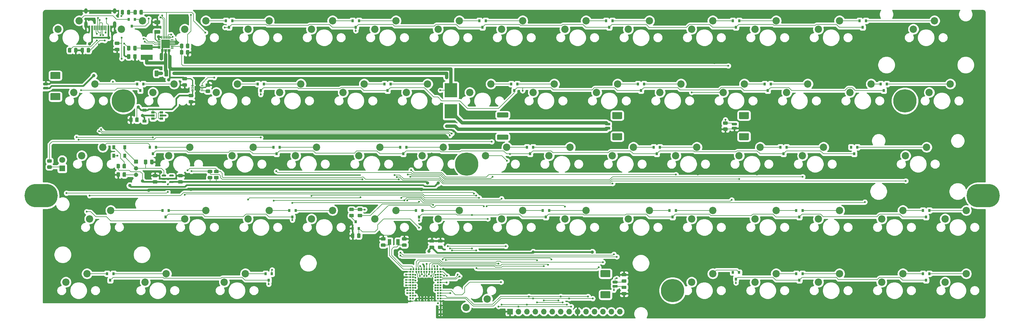
<source format=gbr>
%TF.GenerationSoftware,KiCad,Pcbnew,5.1.9*%
%TF.CreationDate,2021-02-24T13:07:44+00:00*%
%TF.ProjectId,keyboard,6b657962-6f61-4726-942e-6b696361645f,A*%
%TF.SameCoordinates,PX3072580PY3072580*%
%TF.FileFunction,Copper,L2,Bot*%
%TF.FilePolarity,Positive*%
%FSLAX46Y46*%
G04 Gerber Fmt 4.6, Leading zero omitted, Abs format (unit mm)*
G04 Created by KiCad (PCBNEW 5.1.9) date 2021-02-24 13:07:44*
%MOMM*%
%LPD*%
G01*
G04 APERTURE LIST*
%TA.AperFunction,EtchedComponent*%
%ADD10C,0.100000*%
%TD*%
%TA.AperFunction,ComponentPad*%
%ADD11C,1.800000*%
%TD*%
%TA.AperFunction,ComponentPad*%
%ADD12R,1.800000X1.800000*%
%TD*%
%TA.AperFunction,SMDPad,CuDef*%
%ADD13R,0.900000X1.200000*%
%TD*%
%TA.AperFunction,ComponentPad*%
%ADD14C,2.200000*%
%TD*%
%TA.AperFunction,ComponentPad*%
%ADD15O,1.700000X1.700000*%
%TD*%
%TA.AperFunction,ComponentPad*%
%ADD16R,1.700000X1.700000*%
%TD*%
%TA.AperFunction,SMDPad,CuDef*%
%ADD17O,0.400000X0.200000*%
%TD*%
%TA.AperFunction,SMDPad,CuDef*%
%ADD18R,1.700000X1.400000*%
%TD*%
%TA.AperFunction,SMDPad,CuDef*%
%ADD19R,2.650000X2.650000*%
%TD*%
%TA.AperFunction,ComponentPad*%
%ADD20R,1.308000X1.308000*%
%TD*%
%TA.AperFunction,ComponentPad*%
%ADD21C,1.308000*%
%TD*%
%TA.AperFunction,SMDPad,CuDef*%
%ADD22R,1.000000X0.700000*%
%TD*%
%TA.AperFunction,SMDPad,CuDef*%
%ADD23R,3.600000X1.500000*%
%TD*%
%TA.AperFunction,SMDPad,CuDef*%
%ADD24R,3.810000X4.240000*%
%TD*%
%TA.AperFunction,SMDPad,CuDef*%
%ADD25R,1.200000X0.900000*%
%TD*%
%TA.AperFunction,SMDPad,CuDef*%
%ADD26R,0.800000X0.900000*%
%TD*%
%TA.AperFunction,SMDPad,CuDef*%
%ADD27R,0.600000X1.450000*%
%TD*%
%TA.AperFunction,SMDPad,CuDef*%
%ADD28R,0.300000X1.450000*%
%TD*%
%TA.AperFunction,ComponentPad*%
%ADD29O,1.000000X2.100000*%
%TD*%
%TA.AperFunction,ComponentPad*%
%ADD30O,1.000000X1.600000*%
%TD*%
%TA.AperFunction,SMDPad,CuDef*%
%ADD31R,1.000000X1.800000*%
%TD*%
%TA.AperFunction,ComponentPad*%
%ADD32C,7.000000*%
%TD*%
%TA.AperFunction,ComponentPad*%
%ADD33O,10.000000X7.000000*%
%TD*%
%TA.AperFunction,SMDPad,CuDef*%
%ADD34R,0.500000X0.500000*%
%TD*%
%TA.AperFunction,ViaPad*%
%ADD35C,0.600000*%
%TD*%
%TA.AperFunction,ViaPad*%
%ADD36C,1.000000*%
%TD*%
%TA.AperFunction,Conductor*%
%ADD37C,0.200000*%
%TD*%
%TA.AperFunction,Conductor*%
%ADD38C,0.500000*%
%TD*%
%TA.AperFunction,Conductor*%
%ADD39C,1.000000*%
%TD*%
%TA.AperFunction,Conductor*%
%ADD40C,0.300000*%
%TD*%
%TA.AperFunction,Conductor*%
%ADD41C,0.254000*%
%TD*%
%TA.AperFunction,Conductor*%
%ADD42C,0.100000*%
%TD*%
G04 APERTURE END LIST*
D10*
%TO.C,JP100*%
G36*
X36900000Y-12580000D02*
G01*
X36900000Y-13180000D01*
X37300000Y-13180000D01*
X37300000Y-12580000D01*
X36900000Y-12580000D01*
G37*
%TD*%
D11*
%TO.P,LED3,2*%
%TO.N,+3V3*%
X6985000Y-46355000D03*
D12*
%TO.P,LED3,1*%
%TO.N,Net-(LED2-Pad1)*%
X6985000Y-48895000D03*
%TD*%
%TO.P,R15,2*%
%TO.N,Net-(D35-Pad2)*%
%TA.AperFunction,SMDPad,CuDef*%
G36*
G01*
X25165000Y-48710002D02*
X25165000Y-47809998D01*
G75*
G02*
X25414998Y-47560000I249998J0D01*
G01*
X25940002Y-47560000D01*
G75*
G02*
X26190000Y-47809998I0J-249998D01*
G01*
X26190000Y-48710002D01*
G75*
G02*
X25940002Y-48960000I-249998J0D01*
G01*
X25414998Y-48960000D01*
G75*
G02*
X25165000Y-48710002I0J249998D01*
G01*
G37*
%TD.AperFunction*%
%TO.P,R15,1*%
%TO.N,VSYS*%
%TA.AperFunction,SMDPad,CuDef*%
G36*
G01*
X23340000Y-48710002D02*
X23340000Y-47809998D01*
G75*
G02*
X23589998Y-47560000I249998J0D01*
G01*
X24115002Y-47560000D01*
G75*
G02*
X24365000Y-47809998I0J-249998D01*
G01*
X24365000Y-48710002D01*
G75*
G02*
X24115002Y-48960000I-249998J0D01*
G01*
X23589998Y-48960000D01*
G75*
G02*
X23340000Y-48710002I0J249998D01*
G01*
G37*
%TD.AperFunction*%
%TD*%
%TO.P,R16,2*%
%TO.N,Net-(R16-Pad2)*%
%TA.AperFunction,SMDPad,CuDef*%
G36*
G01*
X25165000Y-51250002D02*
X25165000Y-50349998D01*
G75*
G02*
X25414998Y-50100000I249998J0D01*
G01*
X25940002Y-50100000D01*
G75*
G02*
X26190000Y-50349998I0J-249998D01*
G01*
X26190000Y-51250002D01*
G75*
G02*
X25940002Y-51500000I-249998J0D01*
G01*
X25414998Y-51500000D01*
G75*
G02*
X25165000Y-51250002I0J249998D01*
G01*
G37*
%TD.AperFunction*%
%TO.P,R16,1*%
%TO.N,GND*%
%TA.AperFunction,SMDPad,CuDef*%
G36*
G01*
X23340000Y-51250002D02*
X23340000Y-50349998D01*
G75*
G02*
X23589998Y-50100000I249998J0D01*
G01*
X24115002Y-50100000D01*
G75*
G02*
X24365000Y-50349998I0J-249998D01*
G01*
X24365000Y-51250002D01*
G75*
G02*
X24115002Y-51500000I-249998J0D01*
G01*
X23589998Y-51500000D01*
G75*
G02*
X23340000Y-51250002I0J249998D01*
G01*
G37*
%TD.AperFunction*%
%TD*%
D13*
%TO.P,D36,2*%
%TO.N,VBUS*%
X22480000Y-45085000D03*
%TO.P,D36,1*%
%TO.N,/PWRON*%
X25780000Y-45085000D03*
%TD*%
%TO.P,D35,2*%
%TO.N,Net-(D35-Pad2)*%
X22480000Y-42545000D03*
%TO.P,D35,1*%
%TO.N,Net-(D35-Pad1)*%
X25780000Y-42545000D03*
%TD*%
%TO.P,C16,2*%
%TO.N,GND*%
%TA.AperFunction,SMDPad,CuDef*%
G36*
G01*
X33470000Y-47465000D02*
X33470000Y-46515000D01*
G75*
G02*
X33720000Y-46265000I250000J0D01*
G01*
X34220000Y-46265000D01*
G75*
G02*
X34470000Y-46515000I0J-250000D01*
G01*
X34470000Y-47465000D01*
G75*
G02*
X34220000Y-47715000I-250000J0D01*
G01*
X33720000Y-47715000D01*
G75*
G02*
X33470000Y-47465000I0J250000D01*
G01*
G37*
%TD.AperFunction*%
%TO.P,C16,1*%
%TO.N,/PWRON*%
%TA.AperFunction,SMDPad,CuDef*%
G36*
G01*
X31570000Y-47465000D02*
X31570000Y-46515000D01*
G75*
G02*
X31820000Y-46265000I250000J0D01*
G01*
X32320000Y-46265000D01*
G75*
G02*
X32570000Y-46515000I0J-250000D01*
G01*
X32570000Y-47465000D01*
G75*
G02*
X32320000Y-47715000I-250000J0D01*
G01*
X31820000Y-47715000D01*
G75*
G02*
X31570000Y-47465000I0J250000D01*
G01*
G37*
%TD.AperFunction*%
%TD*%
D14*
%TO.P,S5,2*%
%TO.N,/col5*%
X81915000Y-6985000D03*
%TO.P,S5,1*%
%TO.N,Net-(D3-Pad1)*%
X88265000Y-4445000D03*
%TD*%
%TO.P,J9,MP*%
%TO.N,N/C*%
%TA.AperFunction,SMDPad,CuDef*%
G36*
G01*
X3694999Y-26255000D02*
X6195001Y-26255000D01*
G75*
G02*
X6445000Y-26504999I0J-249999D01*
G01*
X6445000Y-28105001D01*
G75*
G02*
X6195001Y-28355000I-249999J0D01*
G01*
X3694999Y-28355000D01*
G75*
G02*
X3445000Y-28105001I0J249999D01*
G01*
X3445000Y-26504999D01*
G75*
G02*
X3694999Y-26255000I249999J0D01*
G01*
G37*
%TD.AperFunction*%
%TA.AperFunction,SMDPad,CuDef*%
G36*
G01*
X3694999Y-19905000D02*
X6195001Y-19905000D01*
G75*
G02*
X6445000Y-20154999I0J-249999D01*
G01*
X6445000Y-21755001D01*
G75*
G02*
X6195001Y-22005000I-249999J0D01*
G01*
X3694999Y-22005000D01*
G75*
G02*
X3445000Y-21755001I0J249999D01*
G01*
X3445000Y-20154999D01*
G75*
G02*
X3694999Y-19905000I249999J0D01*
G01*
G37*
%TD.AperFunction*%
%TO.P,J9,2*%
%TO.N,VBUS*%
%TA.AperFunction,SMDPad,CuDef*%
G36*
G01*
X1445000Y-24355000D02*
X2645000Y-24355000D01*
G75*
G02*
X2845000Y-24555000I0J-200000D01*
G01*
X2845000Y-24955000D01*
G75*
G02*
X2645000Y-25155000I-200000J0D01*
G01*
X1445000Y-25155000D01*
G75*
G02*
X1245000Y-24955000I0J200000D01*
G01*
X1245000Y-24555000D01*
G75*
G02*
X1445000Y-24355000I200000J0D01*
G01*
G37*
%TD.AperFunction*%
%TO.P,J9,1*%
%TO.N,GND*%
%TA.AperFunction,SMDPad,CuDef*%
G36*
G01*
X1445000Y-23105000D02*
X2645000Y-23105000D01*
G75*
G02*
X2845000Y-23305000I0J-200000D01*
G01*
X2845000Y-23705000D01*
G75*
G02*
X2645000Y-23905000I-200000J0D01*
G01*
X1445000Y-23905000D01*
G75*
G02*
X1245000Y-23705000I0J200000D01*
G01*
X1245000Y-23305000D01*
G75*
G02*
X1445000Y-23105000I200000J0D01*
G01*
G37*
%TD.AperFunction*%
%TD*%
%TO.P,R14,2*%
%TO.N,/CAPS_LED*%
%TA.AperFunction,SMDPad,CuDef*%
G36*
G01*
X3625002Y-47225000D02*
X2724998Y-47225000D01*
G75*
G02*
X2475000Y-46975002I0J249998D01*
G01*
X2475000Y-46449998D01*
G75*
G02*
X2724998Y-46200000I249998J0D01*
G01*
X3625002Y-46200000D01*
G75*
G02*
X3875000Y-46449998I0J-249998D01*
G01*
X3875000Y-46975002D01*
G75*
G02*
X3625002Y-47225000I-249998J0D01*
G01*
G37*
%TD.AperFunction*%
%TO.P,R14,1*%
%TO.N,Net-(LED2-Pad1)*%
%TA.AperFunction,SMDPad,CuDef*%
G36*
G01*
X3625002Y-49050000D02*
X2724998Y-49050000D01*
G75*
G02*
X2475000Y-48800002I0J249998D01*
G01*
X2475000Y-48274998D01*
G75*
G02*
X2724998Y-48025000I249998J0D01*
G01*
X3625002Y-48025000D01*
G75*
G02*
X3875000Y-48274998I0J-249998D01*
G01*
X3875000Y-48800002D01*
G75*
G02*
X3625002Y-49050000I-249998J0D01*
G01*
G37*
%TD.AperFunction*%
%TD*%
%TO.P,C10,2*%
%TO.N,GND*%
%TA.AperFunction,SMDPad,CuDef*%
G36*
G01*
X45245000Y-28390000D02*
X46195000Y-28390000D01*
G75*
G02*
X46445000Y-28640000I0J-250000D01*
G01*
X46445000Y-29140000D01*
G75*
G02*
X46195000Y-29390000I-250000J0D01*
G01*
X45245000Y-29390000D01*
G75*
G02*
X44995000Y-29140000I0J250000D01*
G01*
X44995000Y-28640000D01*
G75*
G02*
X45245000Y-28390000I250000J0D01*
G01*
G37*
%TD.AperFunction*%
%TO.P,C10,1*%
%TO.N,VBUS*%
%TA.AperFunction,SMDPad,CuDef*%
G36*
G01*
X45245000Y-26490000D02*
X46195000Y-26490000D01*
G75*
G02*
X46445000Y-26740000I0J-250000D01*
G01*
X46445000Y-27240000D01*
G75*
G02*
X46195000Y-27490000I-250000J0D01*
G01*
X45245000Y-27490000D01*
G75*
G02*
X44995000Y-27240000I0J250000D01*
G01*
X44995000Y-26740000D01*
G75*
G02*
X45245000Y-26490000I250000J0D01*
G01*
G37*
%TD.AperFunction*%
%TD*%
%TO.P,C15,2*%
%TO.N,/NFC2*%
%TA.AperFunction,SMDPad,CuDef*%
G36*
G01*
X175420000Y-82360000D02*
X176370000Y-82360000D01*
G75*
G02*
X176620000Y-82610000I0J-250000D01*
G01*
X176620000Y-83110000D01*
G75*
G02*
X176370000Y-83360000I-250000J0D01*
G01*
X175420000Y-83360000D01*
G75*
G02*
X175170000Y-83110000I0J250000D01*
G01*
X175170000Y-82610000D01*
G75*
G02*
X175420000Y-82360000I250000J0D01*
G01*
G37*
%TD.AperFunction*%
%TO.P,C15,1*%
%TO.N,GND*%
%TA.AperFunction,SMDPad,CuDef*%
G36*
G01*
X175420000Y-80460000D02*
X176370000Y-80460000D01*
G75*
G02*
X176620000Y-80710000I0J-250000D01*
G01*
X176620000Y-81210000D01*
G75*
G02*
X176370000Y-81460000I-250000J0D01*
G01*
X175420000Y-81460000D01*
G75*
G02*
X175170000Y-81210000I0J250000D01*
G01*
X175170000Y-80710000D01*
G75*
G02*
X175420000Y-80460000I250000J0D01*
G01*
G37*
%TD.AperFunction*%
%TD*%
%TO.P,C14,2*%
%TO.N,GND*%
%TA.AperFunction,SMDPad,CuDef*%
G36*
G01*
X175420000Y-86175000D02*
X176370000Y-86175000D01*
G75*
G02*
X176620000Y-86425000I0J-250000D01*
G01*
X176620000Y-86925000D01*
G75*
G02*
X176370000Y-87175000I-250000J0D01*
G01*
X175420000Y-87175000D01*
G75*
G02*
X175170000Y-86925000I0J250000D01*
G01*
X175170000Y-86425000D01*
G75*
G02*
X175420000Y-86175000I250000J0D01*
G01*
G37*
%TD.AperFunction*%
%TO.P,C14,1*%
%TO.N,/NFC1*%
%TA.AperFunction,SMDPad,CuDef*%
G36*
G01*
X175420000Y-84275000D02*
X176370000Y-84275000D01*
G75*
G02*
X176620000Y-84525000I0J-250000D01*
G01*
X176620000Y-85025000D01*
G75*
G02*
X176370000Y-85275000I-250000J0D01*
G01*
X175420000Y-85275000D01*
G75*
G02*
X175170000Y-85025000I0J250000D01*
G01*
X175170000Y-84525000D01*
G75*
G02*
X175420000Y-84275000I250000J0D01*
G01*
G37*
%TD.AperFunction*%
%TD*%
%TO.P,J8,MP*%
%TO.N,N/C*%
%TA.AperFunction,SMDPad,CuDef*%
G36*
G01*
X171565001Y-81695000D02*
X169064999Y-81695000D01*
G75*
G02*
X168815000Y-81445001I0J249999D01*
G01*
X168815000Y-79844999D01*
G75*
G02*
X169064999Y-79595000I249999J0D01*
G01*
X171565001Y-79595000D01*
G75*
G02*
X171815000Y-79844999I0J-249999D01*
G01*
X171815000Y-81445001D01*
G75*
G02*
X171565001Y-81695000I-249999J0D01*
G01*
G37*
%TD.AperFunction*%
%TA.AperFunction,SMDPad,CuDef*%
G36*
G01*
X171565001Y-88045000D02*
X169064999Y-88045000D01*
G75*
G02*
X168815000Y-87795001I0J249999D01*
G01*
X168815000Y-86194999D01*
G75*
G02*
X169064999Y-85945000I249999J0D01*
G01*
X171565001Y-85945000D01*
G75*
G02*
X171815000Y-86194999I0J-249999D01*
G01*
X171815000Y-87795001D01*
G75*
G02*
X171565001Y-88045000I-249999J0D01*
G01*
G37*
%TD.AperFunction*%
%TO.P,J8,2*%
%TO.N,/NFC2*%
%TA.AperFunction,SMDPad,CuDef*%
G36*
G01*
X173815000Y-83595000D02*
X172615000Y-83595000D01*
G75*
G02*
X172415000Y-83395000I0J200000D01*
G01*
X172415000Y-82995000D01*
G75*
G02*
X172615000Y-82795000I200000J0D01*
G01*
X173815000Y-82795000D01*
G75*
G02*
X174015000Y-82995000I0J-200000D01*
G01*
X174015000Y-83395000D01*
G75*
G02*
X173815000Y-83595000I-200000J0D01*
G01*
G37*
%TD.AperFunction*%
%TO.P,J8,1*%
%TO.N,/NFC1*%
%TA.AperFunction,SMDPad,CuDef*%
G36*
G01*
X173815000Y-84845000D02*
X172615000Y-84845000D01*
G75*
G02*
X172415000Y-84645000I0J200000D01*
G01*
X172415000Y-84245000D01*
G75*
G02*
X172615000Y-84045000I200000J0D01*
G01*
X173815000Y-84045000D01*
G75*
G02*
X174015000Y-84245000I0J-200000D01*
G01*
X174015000Y-84645000D01*
G75*
G02*
X173815000Y-84845000I-200000J0D01*
G01*
G37*
%TD.AperFunction*%
%TD*%
D15*
%TO.P,J7,14*%
%TO.N,/NFC2*%
X174625000Y-92075000D03*
%TO.P,J7,13*%
%TO.N,/NFC1*%
X172085000Y-92075000D03*
%TO.P,J7,12*%
%TO.N,/P5*%
X169545000Y-92075000D03*
%TO.P,J7,11*%
%TO.N,/P18*%
X167005000Y-92075000D03*
%TO.P,J7,10*%
%TO.N,+3V3*%
X164465000Y-92075000D03*
%TO.P,J7,9*%
%TO.N,GND*%
X161925000Y-92075000D03*
%TO.P,J7,8*%
%TO.N,/SWDIO*%
X159385000Y-92075000D03*
%TO.P,J7,7*%
%TO.N,/SWCLK*%
X156845000Y-92075000D03*
%TO.P,J7,6*%
%TO.N,/P41*%
X154305000Y-92075000D03*
%TO.P,J7,5*%
%TO.N,/P11*%
X151765000Y-92075000D03*
%TO.P,J7,4*%
%TO.N,/P12*%
X149225000Y-92075000D03*
%TO.P,J7,3*%
%TO.N,/P32*%
X146685000Y-92075000D03*
%TO.P,J7,2*%
%TO.N,/P7*%
X144145000Y-92075000D03*
D16*
%TO.P,J7,1*%
%TO.N,GND*%
X141605000Y-92075000D03*
%TD*%
D14*
%TO.P,S15,2*%
%TO.N,/col1*%
X10477500Y-26035000D03*
%TO.P,S15,1*%
%TO.N,Net-(D8-Pad1)*%
X16827500Y-23495000D03*
%TD*%
%TO.P,S59,2*%
%TO.N,/col6*%
X134778750Y-88265000D03*
%TO.P,S59,1*%
%TO.N,Net-(D30-Pad2)*%
X128428750Y-90805000D03*
%TD*%
D17*
%TO.P,JP100,2*%
%TO.N,GNDPWR*%
X37100000Y-13180000D03*
%TO.P,JP100,1*%
%TO.N,GND*%
X37100000Y-12580000D03*
%TD*%
%TO.P,R13,2*%
%TO.N,/SDA*%
%TA.AperFunction,SMDPad,CuDef*%
G36*
G01*
X53790002Y-50400000D02*
X52889998Y-50400000D01*
G75*
G02*
X52640000Y-50150002I0J249998D01*
G01*
X52640000Y-49624998D01*
G75*
G02*
X52889998Y-49375000I249998J0D01*
G01*
X53790002Y-49375000D01*
G75*
G02*
X54040000Y-49624998I0J-249998D01*
G01*
X54040000Y-50150002D01*
G75*
G02*
X53790002Y-50400000I-249998J0D01*
G01*
G37*
%TD.AperFunction*%
%TO.P,R13,1*%
%TO.N,+3V3*%
%TA.AperFunction,SMDPad,CuDef*%
G36*
G01*
X53790002Y-52225000D02*
X52889998Y-52225000D01*
G75*
G02*
X52640000Y-51975002I0J249998D01*
G01*
X52640000Y-51449998D01*
G75*
G02*
X52889998Y-51200000I249998J0D01*
G01*
X53790002Y-51200000D01*
G75*
G02*
X54040000Y-51449998I0J-249998D01*
G01*
X54040000Y-51975002D01*
G75*
G02*
X53790002Y-52225000I-249998J0D01*
G01*
G37*
%TD.AperFunction*%
%TD*%
%TO.P,R12,2*%
%TO.N,/SCL*%
%TA.AperFunction,SMDPad,CuDef*%
G36*
G01*
X51885002Y-50400000D02*
X50984998Y-50400000D01*
G75*
G02*
X50735000Y-50150002I0J249998D01*
G01*
X50735000Y-49624998D01*
G75*
G02*
X50984998Y-49375000I249998J0D01*
G01*
X51885002Y-49375000D01*
G75*
G02*
X52135000Y-49624998I0J-249998D01*
G01*
X52135000Y-50150002D01*
G75*
G02*
X51885002Y-50400000I-249998J0D01*
G01*
G37*
%TD.AperFunction*%
%TO.P,R12,1*%
%TO.N,+3V3*%
%TA.AperFunction,SMDPad,CuDef*%
G36*
G01*
X51885002Y-52225000D02*
X50984998Y-52225000D01*
G75*
G02*
X50735000Y-51975002I0J249998D01*
G01*
X50735000Y-51449998D01*
G75*
G02*
X50984998Y-51200000I249998J0D01*
G01*
X51885002Y-51200000D01*
G75*
G02*
X52135000Y-51449998I0J-249998D01*
G01*
X52135000Y-51975002D01*
G75*
G02*
X51885002Y-52225000I-249998J0D01*
G01*
G37*
%TD.AperFunction*%
%TD*%
%TO.P,R10,2*%
%TO.N,GND*%
%TA.AperFunction,SMDPad,CuDef*%
G36*
G01*
X28175000Y-33839998D02*
X28175000Y-34740002D01*
G75*
G02*
X27925002Y-34990000I-249998J0D01*
G01*
X27399998Y-34990000D01*
G75*
G02*
X27150000Y-34740002I0J249998D01*
G01*
X27150000Y-33839998D01*
G75*
G02*
X27399998Y-33590000I249998J0D01*
G01*
X27925002Y-33590000D01*
G75*
G02*
X28175000Y-33839998I0J-249998D01*
G01*
G37*
%TD.AperFunction*%
%TO.P,R10,1*%
%TO.N,VBUS*%
%TA.AperFunction,SMDPad,CuDef*%
G36*
G01*
X30000000Y-33839998D02*
X30000000Y-34740002D01*
G75*
G02*
X29750002Y-34990000I-249998J0D01*
G01*
X29224998Y-34990000D01*
G75*
G02*
X28975000Y-34740002I0J249998D01*
G01*
X28975000Y-33839998D01*
G75*
G02*
X29224998Y-33590000I249998J0D01*
G01*
X29750002Y-33590000D01*
G75*
G02*
X30000000Y-33839998I0J-249998D01*
G01*
G37*
%TD.AperFunction*%
%TD*%
%TO.P,C9,2*%
%TO.N,VSYS*%
%TA.AperFunction,SMDPad,CuDef*%
G36*
G01*
X37730000Y-20970001D02*
X37730000Y-19669999D01*
G75*
G02*
X37979999Y-19420000I249999J0D01*
G01*
X38630001Y-19420000D01*
G75*
G02*
X38880000Y-19669999I0J-249999D01*
G01*
X38880000Y-20970001D01*
G75*
G02*
X38630001Y-21220000I-249999J0D01*
G01*
X37979999Y-21220000D01*
G75*
G02*
X37730000Y-20970001I0J249999D01*
G01*
G37*
%TD.AperFunction*%
%TO.P,C9,1*%
%TO.N,GNDPWR*%
%TA.AperFunction,SMDPad,CuDef*%
G36*
G01*
X34780000Y-20970001D02*
X34780000Y-19669999D01*
G75*
G02*
X35029999Y-19420000I249999J0D01*
G01*
X35680001Y-19420000D01*
G75*
G02*
X35930000Y-19669999I0J-249999D01*
G01*
X35930000Y-20970001D01*
G75*
G02*
X35680001Y-21220000I-249999J0D01*
G01*
X35029999Y-21220000D01*
G75*
G02*
X34780000Y-20970001I0J249999D01*
G01*
G37*
%TD.AperFunction*%
%TD*%
%TO.P,C6,2*%
%TO.N,GND*%
%TA.AperFunction,SMDPad,CuDef*%
G36*
G01*
X36210001Y-5450000D02*
X34909999Y-5450000D01*
G75*
G02*
X34660000Y-5200001I0J249999D01*
G01*
X34660000Y-4549999D01*
G75*
G02*
X34909999Y-4300000I249999J0D01*
G01*
X36210001Y-4300000D01*
G75*
G02*
X36460000Y-4549999I0J-249999D01*
G01*
X36460000Y-5200001D01*
G75*
G02*
X36210001Y-5450000I-249999J0D01*
G01*
G37*
%TD.AperFunction*%
%TO.P,C6,1*%
%TO.N,/Power/PMID*%
%TA.AperFunction,SMDPad,CuDef*%
G36*
G01*
X36210001Y-8400000D02*
X34909999Y-8400000D01*
G75*
G02*
X34660000Y-8150001I0J249999D01*
G01*
X34660000Y-7499999D01*
G75*
G02*
X34909999Y-7250000I249999J0D01*
G01*
X36210001Y-7250000D01*
G75*
G02*
X36460000Y-7499999I0J-249999D01*
G01*
X36460000Y-8150001D01*
G75*
G02*
X36210001Y-8400000I-249999J0D01*
G01*
G37*
%TD.AperFunction*%
%TD*%
%TO.P,U4,5*%
%TO.N,+3V3*%
%TA.AperFunction,SMDPad,CuDef*%
G36*
G01*
X39210000Y-53170000D02*
X39210000Y-52870000D01*
G75*
G02*
X39360000Y-52720000I150000J0D01*
G01*
X40385000Y-52720000D01*
G75*
G02*
X40535000Y-52870000I0J-150000D01*
G01*
X40535000Y-53170000D01*
G75*
G02*
X40385000Y-53320000I-150000J0D01*
G01*
X39360000Y-53320000D01*
G75*
G02*
X39210000Y-53170000I0J150000D01*
G01*
G37*
%TD.AperFunction*%
%TO.P,U4,4*%
%TO.N,Net-(U4-Pad4)*%
%TA.AperFunction,SMDPad,CuDef*%
G36*
G01*
X39210000Y-51270000D02*
X39210000Y-50970000D01*
G75*
G02*
X39360000Y-50820000I150000J0D01*
G01*
X40385000Y-50820000D01*
G75*
G02*
X40535000Y-50970000I0J-150000D01*
G01*
X40535000Y-51270000D01*
G75*
G02*
X40385000Y-51420000I-150000J0D01*
G01*
X39360000Y-51420000D01*
G75*
G02*
X39210000Y-51270000I0J150000D01*
G01*
G37*
%TD.AperFunction*%
%TO.P,U4,3*%
%TO.N,/PWRON*%
%TA.AperFunction,SMDPad,CuDef*%
G36*
G01*
X36935000Y-51270000D02*
X36935000Y-50970000D01*
G75*
G02*
X37085000Y-50820000I150000J0D01*
G01*
X38110000Y-50820000D01*
G75*
G02*
X38260000Y-50970000I0J-150000D01*
G01*
X38260000Y-51270000D01*
G75*
G02*
X38110000Y-51420000I-150000J0D01*
G01*
X37085000Y-51420000D01*
G75*
G02*
X36935000Y-51270000I0J150000D01*
G01*
G37*
%TD.AperFunction*%
%TO.P,U4,2*%
%TO.N,GND*%
%TA.AperFunction,SMDPad,CuDef*%
G36*
G01*
X36935000Y-52220000D02*
X36935000Y-51920000D01*
G75*
G02*
X37085000Y-51770000I150000J0D01*
G01*
X38110000Y-51770000D01*
G75*
G02*
X38260000Y-51920000I0J-150000D01*
G01*
X38260000Y-52220000D01*
G75*
G02*
X38110000Y-52370000I-150000J0D01*
G01*
X37085000Y-52370000D01*
G75*
G02*
X36935000Y-52220000I0J150000D01*
G01*
G37*
%TD.AperFunction*%
%TO.P,U4,1*%
%TO.N,VSYS*%
%TA.AperFunction,SMDPad,CuDef*%
G36*
G01*
X36935000Y-53170000D02*
X36935000Y-52870000D01*
G75*
G02*
X37085000Y-52720000I150000J0D01*
G01*
X38110000Y-52720000D01*
G75*
G02*
X38260000Y-52870000I0J-150000D01*
G01*
X38260000Y-53170000D01*
G75*
G02*
X38110000Y-53320000I-150000J0D01*
G01*
X37085000Y-53320000D01*
G75*
G02*
X36935000Y-53170000I0J150000D01*
G01*
G37*
%TD.AperFunction*%
%TD*%
D18*
%TO.P,U3,9*%
%TO.N,GND*%
X47625000Y-24765000D03*
%TO.P,U3,8*%
%TO.N,Net-(R9-Pad1)*%
%TA.AperFunction,SMDPad,CuDef*%
G36*
G01*
X48675000Y-25577500D02*
X48675000Y-25452500D01*
G75*
G02*
X48737500Y-25390000I62500J0D01*
G01*
X49412500Y-25390000D01*
G75*
G02*
X49475000Y-25452500I0J-62500D01*
G01*
X49475000Y-25577500D01*
G75*
G02*
X49412500Y-25640000I-62500J0D01*
G01*
X48737500Y-25640000D01*
G75*
G02*
X48675000Y-25577500I0J62500D01*
G01*
G37*
%TD.AperFunction*%
%TO.P,U3,7*%
%TO.N,N/C*%
%TA.AperFunction,SMDPad,CuDef*%
G36*
G01*
X48675000Y-25077500D02*
X48675000Y-24952500D01*
G75*
G02*
X48737500Y-24890000I62500J0D01*
G01*
X49412500Y-24890000D01*
G75*
G02*
X49475000Y-24952500I0J-62500D01*
G01*
X49475000Y-25077500D01*
G75*
G02*
X49412500Y-25140000I-62500J0D01*
G01*
X48737500Y-25140000D01*
G75*
G02*
X48675000Y-25077500I0J62500D01*
G01*
G37*
%TD.AperFunction*%
%TO.P,U3,6*%
%TO.N,GND*%
%TA.AperFunction,SMDPad,CuDef*%
G36*
G01*
X48675000Y-24577500D02*
X48675000Y-24452500D01*
G75*
G02*
X48737500Y-24390000I62500J0D01*
G01*
X49412500Y-24390000D01*
G75*
G02*
X49475000Y-24452500I0J-62500D01*
G01*
X49475000Y-24577500D01*
G75*
G02*
X49412500Y-24640000I-62500J0D01*
G01*
X48737500Y-24640000D01*
G75*
G02*
X48675000Y-24577500I0J62500D01*
G01*
G37*
%TD.AperFunction*%
%TO.P,U3,5*%
%TO.N,/Power/CHGLED*%
%TA.AperFunction,SMDPad,CuDef*%
G36*
G01*
X48675000Y-24077500D02*
X48675000Y-23952500D01*
G75*
G02*
X48737500Y-23890000I62500J0D01*
G01*
X49412500Y-23890000D01*
G75*
G02*
X49475000Y-23952500I0J-62500D01*
G01*
X49475000Y-24077500D01*
G75*
G02*
X49412500Y-24140000I-62500J0D01*
G01*
X48737500Y-24140000D01*
G75*
G02*
X48675000Y-24077500I0J62500D01*
G01*
G37*
%TD.AperFunction*%
%TO.P,U3,4*%
%TO.N,VBAT*%
%TA.AperFunction,SMDPad,CuDef*%
G36*
G01*
X45775000Y-24077500D02*
X45775000Y-23952500D01*
G75*
G02*
X45837500Y-23890000I62500J0D01*
G01*
X46512500Y-23890000D01*
G75*
G02*
X46575000Y-23952500I0J-62500D01*
G01*
X46575000Y-24077500D01*
G75*
G02*
X46512500Y-24140000I-62500J0D01*
G01*
X45837500Y-24140000D01*
G75*
G02*
X45775000Y-24077500I0J62500D01*
G01*
G37*
%TD.AperFunction*%
%TO.P,U3,3*%
%TA.AperFunction,SMDPad,CuDef*%
G36*
G01*
X45775000Y-24577500D02*
X45775000Y-24452500D01*
G75*
G02*
X45837500Y-24390000I62500J0D01*
G01*
X46512500Y-24390000D01*
G75*
G02*
X46575000Y-24452500I0J-62500D01*
G01*
X46575000Y-24577500D01*
G75*
G02*
X46512500Y-24640000I-62500J0D01*
G01*
X45837500Y-24640000D01*
G75*
G02*
X45775000Y-24577500I0J62500D01*
G01*
G37*
%TD.AperFunction*%
%TO.P,U3,2*%
%TO.N,VBUS*%
%TA.AperFunction,SMDPad,CuDef*%
G36*
G01*
X45775000Y-25077500D02*
X45775000Y-24952500D01*
G75*
G02*
X45837500Y-24890000I62500J0D01*
G01*
X46512500Y-24890000D01*
G75*
G02*
X46575000Y-24952500I0J-62500D01*
G01*
X46575000Y-25077500D01*
G75*
G02*
X46512500Y-25140000I-62500J0D01*
G01*
X45837500Y-25140000D01*
G75*
G02*
X45775000Y-25077500I0J62500D01*
G01*
G37*
%TD.AperFunction*%
%TO.P,U3,1*%
%TA.AperFunction,SMDPad,CuDef*%
G36*
G01*
X45775000Y-25577500D02*
X45775000Y-25452500D01*
G75*
G02*
X45837500Y-25390000I62500J0D01*
G01*
X46512500Y-25390000D01*
G75*
G02*
X46575000Y-25452500I0J-62500D01*
G01*
X46575000Y-25577500D01*
G75*
G02*
X46512500Y-25640000I-62500J0D01*
G01*
X45837500Y-25640000D01*
G75*
G02*
X45775000Y-25577500I0J62500D01*
G01*
G37*
%TD.AperFunction*%
%TD*%
D19*
%TO.P,U2,25*%
%TO.N,GND*%
X38100000Y-11430000D03*
%TO.P,U2,24*%
%TO.N,VBUS*%
%TA.AperFunction,SMDPad,CuDef*%
G36*
G01*
X35800000Y-10030000D02*
X36500000Y-10030000D01*
G75*
G02*
X36575000Y-10105000I0J-75000D01*
G01*
X36575000Y-10255000D01*
G75*
G02*
X36500000Y-10330000I-75000J0D01*
G01*
X35800000Y-10330000D01*
G75*
G02*
X35725000Y-10255000I0J75000D01*
G01*
X35725000Y-10105000D01*
G75*
G02*
X35800000Y-10030000I75000J0D01*
G01*
G37*
%TD.AperFunction*%
%TO.P,U2,23*%
%TO.N,/Power/PMID*%
%TA.AperFunction,SMDPad,CuDef*%
G36*
G01*
X35800000Y-10530000D02*
X36500000Y-10530000D01*
G75*
G02*
X36575000Y-10605000I0J-75000D01*
G01*
X36575000Y-10755000D01*
G75*
G02*
X36500000Y-10830000I-75000J0D01*
G01*
X35800000Y-10830000D01*
G75*
G02*
X35725000Y-10755000I0J75000D01*
G01*
X35725000Y-10605000D01*
G75*
G02*
X35800000Y-10530000I75000J0D01*
G01*
G37*
%TD.AperFunction*%
%TO.P,U2,22*%
%TO.N,Net-(C8-Pad2)*%
%TA.AperFunction,SMDPad,CuDef*%
G36*
G01*
X35800000Y-11030000D02*
X36500000Y-11030000D01*
G75*
G02*
X36575000Y-11105000I0J-75000D01*
G01*
X36575000Y-11255000D01*
G75*
G02*
X36500000Y-11330000I-75000J0D01*
G01*
X35800000Y-11330000D01*
G75*
G02*
X35725000Y-11255000I0J75000D01*
G01*
X35725000Y-11105000D01*
G75*
G02*
X35800000Y-11030000I75000J0D01*
G01*
G37*
%TD.AperFunction*%
%TO.P,U2,21*%
%TO.N,/Power/BTST*%
%TA.AperFunction,SMDPad,CuDef*%
G36*
G01*
X35800000Y-11530000D02*
X36500000Y-11530000D01*
G75*
G02*
X36575000Y-11605000I0J-75000D01*
G01*
X36575000Y-11755000D01*
G75*
G02*
X36500000Y-11830000I-75000J0D01*
G01*
X35800000Y-11830000D01*
G75*
G02*
X35725000Y-11755000I0J75000D01*
G01*
X35725000Y-11605000D01*
G75*
G02*
X35800000Y-11530000I75000J0D01*
G01*
G37*
%TD.AperFunction*%
%TO.P,U2,20*%
%TO.N,/Power/SW*%
%TA.AperFunction,SMDPad,CuDef*%
G36*
G01*
X35800000Y-12030000D02*
X36500000Y-12030000D01*
G75*
G02*
X36575000Y-12105000I0J-75000D01*
G01*
X36575000Y-12255000D01*
G75*
G02*
X36500000Y-12330000I-75000J0D01*
G01*
X35800000Y-12330000D01*
G75*
G02*
X35725000Y-12255000I0J75000D01*
G01*
X35725000Y-12105000D01*
G75*
G02*
X35800000Y-12030000I75000J0D01*
G01*
G37*
%TD.AperFunction*%
%TO.P,U2,19*%
%TA.AperFunction,SMDPad,CuDef*%
G36*
G01*
X35800000Y-12530000D02*
X36500000Y-12530000D01*
G75*
G02*
X36575000Y-12605000I0J-75000D01*
G01*
X36575000Y-12755000D01*
G75*
G02*
X36500000Y-12830000I-75000J0D01*
G01*
X35800000Y-12830000D01*
G75*
G02*
X35725000Y-12755000I0J75000D01*
G01*
X35725000Y-12605000D01*
G75*
G02*
X35800000Y-12530000I75000J0D01*
G01*
G37*
%TD.AperFunction*%
%TO.P,U2,18*%
%TO.N,GNDPWR*%
%TA.AperFunction,SMDPad,CuDef*%
G36*
G01*
X36775000Y-12955000D02*
X36925000Y-12955000D01*
G75*
G02*
X37000000Y-13030000I0J-75000D01*
G01*
X37000000Y-13730000D01*
G75*
G02*
X36925000Y-13805000I-75000J0D01*
G01*
X36775000Y-13805000D01*
G75*
G02*
X36700000Y-13730000I0J75000D01*
G01*
X36700000Y-13030000D01*
G75*
G02*
X36775000Y-12955000I75000J0D01*
G01*
G37*
%TD.AperFunction*%
%TO.P,U2,17*%
%TA.AperFunction,SMDPad,CuDef*%
G36*
G01*
X37275000Y-12955000D02*
X37425000Y-12955000D01*
G75*
G02*
X37500000Y-13030000I0J-75000D01*
G01*
X37500000Y-13730000D01*
G75*
G02*
X37425000Y-13805000I-75000J0D01*
G01*
X37275000Y-13805000D01*
G75*
G02*
X37200000Y-13730000I0J75000D01*
G01*
X37200000Y-13030000D01*
G75*
G02*
X37275000Y-12955000I75000J0D01*
G01*
G37*
%TD.AperFunction*%
%TO.P,U2,16*%
%TO.N,VSYS*%
%TA.AperFunction,SMDPad,CuDef*%
G36*
G01*
X37775000Y-12955000D02*
X37925000Y-12955000D01*
G75*
G02*
X38000000Y-13030000I0J-75000D01*
G01*
X38000000Y-13730000D01*
G75*
G02*
X37925000Y-13805000I-75000J0D01*
G01*
X37775000Y-13805000D01*
G75*
G02*
X37700000Y-13730000I0J75000D01*
G01*
X37700000Y-13030000D01*
G75*
G02*
X37775000Y-12955000I75000J0D01*
G01*
G37*
%TD.AperFunction*%
%TO.P,U2,15*%
%TA.AperFunction,SMDPad,CuDef*%
G36*
G01*
X38275000Y-12955000D02*
X38425000Y-12955000D01*
G75*
G02*
X38500000Y-13030000I0J-75000D01*
G01*
X38500000Y-13730000D01*
G75*
G02*
X38425000Y-13805000I-75000J0D01*
G01*
X38275000Y-13805000D01*
G75*
G02*
X38200000Y-13730000I0J75000D01*
G01*
X38200000Y-13030000D01*
G75*
G02*
X38275000Y-12955000I75000J0D01*
G01*
G37*
%TD.AperFunction*%
%TO.P,U2,14*%
%TO.N,VBAT*%
%TA.AperFunction,SMDPad,CuDef*%
G36*
G01*
X38775000Y-12955000D02*
X38925000Y-12955000D01*
G75*
G02*
X39000000Y-13030000I0J-75000D01*
G01*
X39000000Y-13730000D01*
G75*
G02*
X38925000Y-13805000I-75000J0D01*
G01*
X38775000Y-13805000D01*
G75*
G02*
X38700000Y-13730000I0J75000D01*
G01*
X38700000Y-13030000D01*
G75*
G02*
X38775000Y-12955000I75000J0D01*
G01*
G37*
%TD.AperFunction*%
%TO.P,U2,13*%
%TA.AperFunction,SMDPad,CuDef*%
G36*
G01*
X39275000Y-12955000D02*
X39425000Y-12955000D01*
G75*
G02*
X39500000Y-13030000I0J-75000D01*
G01*
X39500000Y-13730000D01*
G75*
G02*
X39425000Y-13805000I-75000J0D01*
G01*
X39275000Y-13805000D01*
G75*
G02*
X39200000Y-13730000I0J75000D01*
G01*
X39200000Y-13030000D01*
G75*
G02*
X39275000Y-12955000I75000J0D01*
G01*
G37*
%TD.AperFunction*%
%TO.P,U2,12*%
%TO.N,Net-(U2-Pad12)*%
%TA.AperFunction,SMDPad,CuDef*%
G36*
G01*
X39700000Y-12530000D02*
X40400000Y-12530000D01*
G75*
G02*
X40475000Y-12605000I0J-75000D01*
G01*
X40475000Y-12755000D01*
G75*
G02*
X40400000Y-12830000I-75000J0D01*
G01*
X39700000Y-12830000D01*
G75*
G02*
X39625000Y-12755000I0J75000D01*
G01*
X39625000Y-12605000D01*
G75*
G02*
X39700000Y-12530000I75000J0D01*
G01*
G37*
%TD.AperFunction*%
%TO.P,U2,11*%
%TO.N,/Power/NTC*%
%TA.AperFunction,SMDPad,CuDef*%
G36*
G01*
X39700000Y-12030000D02*
X40400000Y-12030000D01*
G75*
G02*
X40475000Y-12105000I0J-75000D01*
G01*
X40475000Y-12255000D01*
G75*
G02*
X40400000Y-12330000I-75000J0D01*
G01*
X39700000Y-12330000D01*
G75*
G02*
X39625000Y-12255000I0J75000D01*
G01*
X39625000Y-12105000D01*
G75*
G02*
X39700000Y-12030000I75000J0D01*
G01*
G37*
%TD.AperFunction*%
%TO.P,U2,10*%
%TO.N,GND*%
%TA.AperFunction,SMDPad,CuDef*%
G36*
G01*
X39700000Y-11530000D02*
X40400000Y-11530000D01*
G75*
G02*
X40475000Y-11605000I0J-75000D01*
G01*
X40475000Y-11755000D01*
G75*
G02*
X40400000Y-11830000I-75000J0D01*
G01*
X39700000Y-11830000D01*
G75*
G02*
X39625000Y-11755000I0J75000D01*
G01*
X39625000Y-11605000D01*
G75*
G02*
X39700000Y-11530000I75000J0D01*
G01*
G37*
%TD.AperFunction*%
%TO.P,U2,9*%
%TA.AperFunction,SMDPad,CuDef*%
G36*
G01*
X39700000Y-11030000D02*
X40400000Y-11030000D01*
G75*
G02*
X40475000Y-11105000I0J-75000D01*
G01*
X40475000Y-11255000D01*
G75*
G02*
X40400000Y-11330000I-75000J0D01*
G01*
X39700000Y-11330000D01*
G75*
G02*
X39625000Y-11255000I0J75000D01*
G01*
X39625000Y-11105000D01*
G75*
G02*
X39700000Y-11030000I75000J0D01*
G01*
G37*
%TD.AperFunction*%
%TO.P,U2,8*%
%TA.AperFunction,SMDPad,CuDef*%
G36*
G01*
X39700000Y-10530000D02*
X40400000Y-10530000D01*
G75*
G02*
X40475000Y-10605000I0J-75000D01*
G01*
X40475000Y-10755000D01*
G75*
G02*
X40400000Y-10830000I-75000J0D01*
G01*
X39700000Y-10830000D01*
G75*
G02*
X39625000Y-10755000I0J75000D01*
G01*
X39625000Y-10605000D01*
G75*
G02*
X39700000Y-10530000I75000J0D01*
G01*
G37*
%TD.AperFunction*%
%TO.P,U2,7*%
%TO.N,Net-(U2-Pad7)*%
%TA.AperFunction,SMDPad,CuDef*%
G36*
G01*
X39700000Y-10030000D02*
X40400000Y-10030000D01*
G75*
G02*
X40475000Y-10105000I0J-75000D01*
G01*
X40475000Y-10255000D01*
G75*
G02*
X40400000Y-10330000I-75000J0D01*
G01*
X39700000Y-10330000D01*
G75*
G02*
X39625000Y-10255000I0J75000D01*
G01*
X39625000Y-10105000D01*
G75*
G02*
X39700000Y-10030000I75000J0D01*
G01*
G37*
%TD.AperFunction*%
%TO.P,U2,6*%
%TO.N,/SDA*%
%TA.AperFunction,SMDPad,CuDef*%
G36*
G01*
X39275000Y-9055000D02*
X39425000Y-9055000D01*
G75*
G02*
X39500000Y-9130000I0J-75000D01*
G01*
X39500000Y-9830000D01*
G75*
G02*
X39425000Y-9905000I-75000J0D01*
G01*
X39275000Y-9905000D01*
G75*
G02*
X39200000Y-9830000I0J75000D01*
G01*
X39200000Y-9130000D01*
G75*
G02*
X39275000Y-9055000I75000J0D01*
G01*
G37*
%TD.AperFunction*%
%TO.P,U2,5*%
%TO.N,/SCL*%
%TA.AperFunction,SMDPad,CuDef*%
G36*
G01*
X38775000Y-9055000D02*
X38925000Y-9055000D01*
G75*
G02*
X39000000Y-9130000I0J-75000D01*
G01*
X39000000Y-9830000D01*
G75*
G02*
X38925000Y-9905000I-75000J0D01*
G01*
X38775000Y-9905000D01*
G75*
G02*
X38700000Y-9830000I0J75000D01*
G01*
X38700000Y-9130000D01*
G75*
G02*
X38775000Y-9055000I75000J0D01*
G01*
G37*
%TD.AperFunction*%
%TO.P,U2,4*%
%TO.N,/Power/CHGLED*%
%TA.AperFunction,SMDPad,CuDef*%
G36*
G01*
X38275000Y-9055000D02*
X38425000Y-9055000D01*
G75*
G02*
X38500000Y-9130000I0J-75000D01*
G01*
X38500000Y-9830000D01*
G75*
G02*
X38425000Y-9905000I-75000J0D01*
G01*
X38275000Y-9905000D01*
G75*
G02*
X38200000Y-9830000I0J75000D01*
G01*
X38200000Y-9130000D01*
G75*
G02*
X38275000Y-9055000I75000J0D01*
G01*
G37*
%TD.AperFunction*%
%TO.P,U2,3*%
%TO.N,/D-*%
%TA.AperFunction,SMDPad,CuDef*%
G36*
G01*
X37775000Y-9055000D02*
X37925000Y-9055000D01*
G75*
G02*
X38000000Y-9130000I0J-75000D01*
G01*
X38000000Y-9830000D01*
G75*
G02*
X37925000Y-9905000I-75000J0D01*
G01*
X37775000Y-9905000D01*
G75*
G02*
X37700000Y-9830000I0J75000D01*
G01*
X37700000Y-9130000D01*
G75*
G02*
X37775000Y-9055000I75000J0D01*
G01*
G37*
%TD.AperFunction*%
%TO.P,U2,2*%
%TO.N,/D+*%
%TA.AperFunction,SMDPad,CuDef*%
G36*
G01*
X37275000Y-9055000D02*
X37425000Y-9055000D01*
G75*
G02*
X37500000Y-9130000I0J-75000D01*
G01*
X37500000Y-9830000D01*
G75*
G02*
X37425000Y-9905000I-75000J0D01*
G01*
X37275000Y-9905000D01*
G75*
G02*
X37200000Y-9830000I0J75000D01*
G01*
X37200000Y-9130000D01*
G75*
G02*
X37275000Y-9055000I75000J0D01*
G01*
G37*
%TD.AperFunction*%
%TO.P,U2,1*%
%TO.N,VBUS*%
%TA.AperFunction,SMDPad,CuDef*%
G36*
G01*
X36775000Y-9055000D02*
X36925000Y-9055000D01*
G75*
G02*
X37000000Y-9130000I0J-75000D01*
G01*
X37000000Y-9830000D01*
G75*
G02*
X36925000Y-9905000I-75000J0D01*
G01*
X36775000Y-9905000D01*
G75*
G02*
X36700000Y-9830000I0J75000D01*
G01*
X36700000Y-9130000D01*
G75*
G02*
X36775000Y-9055000I75000J0D01*
G01*
G37*
%TD.AperFunction*%
%TD*%
%TO.P,TH1,2*%
%TO.N,GND*%
%TA.AperFunction,SMDPad,CuDef*%
G36*
G01*
X205924998Y-36595000D02*
X206825002Y-36595000D01*
G75*
G02*
X207075000Y-36844998I0J-249998D01*
G01*
X207075000Y-37370002D01*
G75*
G02*
X206825002Y-37620000I-249998J0D01*
G01*
X205924998Y-37620000D01*
G75*
G02*
X205675000Y-37370002I0J249998D01*
G01*
X205675000Y-36844998D01*
G75*
G02*
X205924998Y-36595000I249998J0D01*
G01*
G37*
%TD.AperFunction*%
%TO.P,TH1,1*%
%TO.N,/Power/NTC*%
%TA.AperFunction,SMDPad,CuDef*%
G36*
G01*
X205924998Y-34770000D02*
X206825002Y-34770000D01*
G75*
G02*
X207075000Y-35019998I0J-249998D01*
G01*
X207075000Y-35545002D01*
G75*
G02*
X206825002Y-35795000I-249998J0D01*
G01*
X205924998Y-35795000D01*
G75*
G02*
X205675000Y-35545002I0J249998D01*
G01*
X205675000Y-35019998D01*
G75*
G02*
X205924998Y-34770000I249998J0D01*
G01*
G37*
%TD.AperFunction*%
%TD*%
D20*
%TO.P,SW1,1*%
%TO.N,Net-(D35-Pad1)*%
X29210000Y-46895000D03*
D21*
%TO.P,SW1,2*%
%TO.N,/PWRON*%
X29210000Y-48895000D03*
%TO.P,SW1,3*%
%TO.N,Net-(R16-Pad2)*%
X29210000Y-50895000D03*
%TD*%
%TO.P,R9,2*%
%TO.N,GND*%
%TA.AperFunction,SMDPad,CuDef*%
G36*
G01*
X51250002Y-24365000D02*
X50349998Y-24365000D01*
G75*
G02*
X50100000Y-24115002I0J249998D01*
G01*
X50100000Y-23589998D01*
G75*
G02*
X50349998Y-23340000I249998J0D01*
G01*
X51250002Y-23340000D01*
G75*
G02*
X51500000Y-23589998I0J-249998D01*
G01*
X51500000Y-24115002D01*
G75*
G02*
X51250002Y-24365000I-249998J0D01*
G01*
G37*
%TD.AperFunction*%
%TO.P,R9,1*%
%TO.N,Net-(R9-Pad1)*%
%TA.AperFunction,SMDPad,CuDef*%
G36*
G01*
X51250002Y-26190000D02*
X50349998Y-26190000D01*
G75*
G02*
X50100000Y-25940002I0J249998D01*
G01*
X50100000Y-25414998D01*
G75*
G02*
X50349998Y-25165000I249998J0D01*
G01*
X51250002Y-25165000D01*
G75*
G02*
X51500000Y-25414998I0J-249998D01*
G01*
X51500000Y-25940002D01*
G75*
G02*
X51250002Y-26190000I-249998J0D01*
G01*
G37*
%TD.AperFunction*%
%TD*%
%TO.P,R8,2*%
%TO.N,GND*%
%TA.AperFunction,SMDPad,CuDef*%
G36*
G01*
X44215000Y-14420002D02*
X44215000Y-13519998D01*
G75*
G02*
X44464998Y-13270000I249998J0D01*
G01*
X44990002Y-13270000D01*
G75*
G02*
X45240000Y-13519998I0J-249998D01*
G01*
X45240000Y-14420002D01*
G75*
G02*
X44990002Y-14670000I-249998J0D01*
G01*
X44464998Y-14670000D01*
G75*
G02*
X44215000Y-14420002I0J249998D01*
G01*
G37*
%TD.AperFunction*%
%TO.P,R8,1*%
%TO.N,/Power/NTC*%
%TA.AperFunction,SMDPad,CuDef*%
G36*
G01*
X42390000Y-14420002D02*
X42390000Y-13519998D01*
G75*
G02*
X42639998Y-13270000I249998J0D01*
G01*
X43165002Y-13270000D01*
G75*
G02*
X43415000Y-13519998I0J-249998D01*
G01*
X43415000Y-14420002D01*
G75*
G02*
X43165002Y-14670000I-249998J0D01*
G01*
X42639998Y-14670000D01*
G75*
G02*
X42390000Y-14420002I0J249998D01*
G01*
G37*
%TD.AperFunction*%
%TD*%
%TO.P,R7,2*%
%TO.N,/Power/NTC*%
%TA.AperFunction,SMDPad,CuDef*%
G36*
G01*
X43415000Y-11614998D02*
X43415000Y-12515002D01*
G75*
G02*
X43165002Y-12765000I-249998J0D01*
G01*
X42639998Y-12765000D01*
G75*
G02*
X42390000Y-12515002I0J249998D01*
G01*
X42390000Y-11614998D01*
G75*
G02*
X42639998Y-11365000I249998J0D01*
G01*
X43165002Y-11365000D01*
G75*
G02*
X43415000Y-11614998I0J-249998D01*
G01*
G37*
%TD.AperFunction*%
%TO.P,R7,1*%
%TO.N,Net-(C8-Pad2)*%
%TA.AperFunction,SMDPad,CuDef*%
G36*
G01*
X45240000Y-11614998D02*
X45240000Y-12515002D01*
G75*
G02*
X44990002Y-12765000I-249998J0D01*
G01*
X44464998Y-12765000D01*
G75*
G02*
X44215000Y-12515002I0J249998D01*
G01*
X44215000Y-11614998D01*
G75*
G02*
X44464998Y-11365000I249998J0D01*
G01*
X44990002Y-11365000D01*
G75*
G02*
X45240000Y-11614998I0J-249998D01*
G01*
G37*
%TD.AperFunction*%
%TD*%
%TO.P,R6,2*%
%TO.N,Net-(LED1-Pad1)*%
%TA.AperFunction,SMDPad,CuDef*%
G36*
G01*
X29445000Y-1454998D02*
X29445000Y-2355002D01*
G75*
G02*
X29195002Y-2605000I-249998J0D01*
G01*
X28669998Y-2605000D01*
G75*
G02*
X28420000Y-2355002I0J249998D01*
G01*
X28420000Y-1454998D01*
G75*
G02*
X28669998Y-1205000I249998J0D01*
G01*
X29195002Y-1205000D01*
G75*
G02*
X29445000Y-1454998I0J-249998D01*
G01*
G37*
%TD.AperFunction*%
%TO.P,R6,1*%
%TO.N,/Power/CHGLED*%
%TA.AperFunction,SMDPad,CuDef*%
G36*
G01*
X31270000Y-1454998D02*
X31270000Y-2355002D01*
G75*
G02*
X31020002Y-2605000I-249998J0D01*
G01*
X30494998Y-2605000D01*
G75*
G02*
X30245000Y-2355002I0J249998D01*
G01*
X30245000Y-1454998D01*
G75*
G02*
X30494998Y-1205000I249998J0D01*
G01*
X31020002Y-1205000D01*
G75*
G02*
X31270000Y-1454998I0J-249998D01*
G01*
G37*
%TD.AperFunction*%
%TD*%
%TO.P,R5,2*%
%TO.N,Net-(J3-PadB5)*%
%TA.AperFunction,SMDPad,CuDef*%
G36*
G01*
X14370000Y-13785002D02*
X14370000Y-12884998D01*
G75*
G02*
X14619998Y-12635000I249998J0D01*
G01*
X15145002Y-12635000D01*
G75*
G02*
X15395000Y-12884998I0J-249998D01*
G01*
X15395000Y-13785002D01*
G75*
G02*
X15145002Y-14035000I-249998J0D01*
G01*
X14619998Y-14035000D01*
G75*
G02*
X14370000Y-13785002I0J249998D01*
G01*
G37*
%TD.AperFunction*%
%TO.P,R5,1*%
%TO.N,GND*%
%TA.AperFunction,SMDPad,CuDef*%
G36*
G01*
X12545000Y-13785002D02*
X12545000Y-12884998D01*
G75*
G02*
X12794998Y-12635000I249998J0D01*
G01*
X13320002Y-12635000D01*
G75*
G02*
X13570000Y-12884998I0J-249998D01*
G01*
X13570000Y-13785002D01*
G75*
G02*
X13320002Y-14035000I-249998J0D01*
G01*
X12794998Y-14035000D01*
G75*
G02*
X12545000Y-13785002I0J249998D01*
G01*
G37*
%TD.AperFunction*%
%TD*%
%TO.P,R3,2*%
%TO.N,GND*%
%TA.AperFunction,SMDPad,CuDef*%
G36*
G01*
X94850000Y-68764998D02*
X94850000Y-69665002D01*
G75*
G02*
X94600002Y-69915000I-249998J0D01*
G01*
X94074998Y-69915000D01*
G75*
G02*
X93825000Y-69665002I0J249998D01*
G01*
X93825000Y-68764998D01*
G75*
G02*
X94074998Y-68515000I249998J0D01*
G01*
X94600002Y-68515000D01*
G75*
G02*
X94850000Y-68764998I0J-249998D01*
G01*
G37*
%TD.AperFunction*%
%TO.P,R3,1*%
%TO.N,/BAT_SENS_EN*%
%TA.AperFunction,SMDPad,CuDef*%
G36*
G01*
X96675000Y-68764998D02*
X96675000Y-69665002D01*
G75*
G02*
X96425002Y-69915000I-249998J0D01*
G01*
X95899998Y-69915000D01*
G75*
G02*
X95650000Y-69665002I0J249998D01*
G01*
X95650000Y-68764998D01*
G75*
G02*
X95899998Y-68515000I249998J0D01*
G01*
X96425002Y-68515000D01*
G75*
G02*
X96675000Y-68764998I0J-249998D01*
G01*
G37*
%TD.AperFunction*%
%TD*%
D22*
%TO.P,Q2,5*%
%TO.N,VBAT*%
X36860000Y-33020000D03*
%TO.P,Q2,6*%
%TO.N,Net-(Q2-Pad4)*%
X36860000Y-33970000D03*
%TO.P,Q2,4*%
X36860000Y-32070000D03*
%TO.P,Q2,3*%
%TO.N,VBUS*%
X34260000Y-32070000D03*
%TO.P,Q2,2*%
%TO.N,VSYS*%
X34260000Y-33020000D03*
%TO.P,Q2,1*%
%TO.N,VBUS*%
X34260000Y-33970000D03*
%TD*%
%TO.P,LED1,2*%
%TO.N,VBUS*%
%TA.AperFunction,SMDPad,CuDef*%
G36*
G01*
X25585000Y-1448750D02*
X25585000Y-2361250D01*
G75*
G02*
X25341250Y-2605000I-243750J0D01*
G01*
X24853750Y-2605000D01*
G75*
G02*
X24610000Y-2361250I0J243750D01*
G01*
X24610000Y-1448750D01*
G75*
G02*
X24853750Y-1205000I243750J0D01*
G01*
X25341250Y-1205000D01*
G75*
G02*
X25585000Y-1448750I0J-243750D01*
G01*
G37*
%TD.AperFunction*%
%TO.P,LED1,1*%
%TO.N,Net-(LED1-Pad1)*%
%TA.AperFunction,SMDPad,CuDef*%
G36*
G01*
X27460000Y-1448750D02*
X27460000Y-2361250D01*
G75*
G02*
X27216250Y-2605000I-243750J0D01*
G01*
X26728750Y-2605000D01*
G75*
G02*
X26485000Y-2361250I0J243750D01*
G01*
X26485000Y-1448750D01*
G75*
G02*
X26728750Y-1205000I243750J0D01*
G01*
X27216250Y-1205000D01*
G75*
G02*
X27460000Y-1448750I0J-243750D01*
G01*
G37*
%TD.AperFunction*%
%TD*%
D23*
%TO.P,L1,2*%
%TO.N,VSYS*%
X32385000Y-15495000D03*
%TO.P,L1,1*%
%TO.N,/Power/SW*%
X32385000Y-12445000D03*
%TD*%
%TO.P,J6,MP*%
%TO.N,N/C*%
%TA.AperFunction,SMDPad,CuDef*%
G36*
G01*
X210704999Y-38320000D02*
X213205001Y-38320000D01*
G75*
G02*
X213455000Y-38569999I0J-249999D01*
G01*
X213455000Y-40170001D01*
G75*
G02*
X213205001Y-40420000I-249999J0D01*
G01*
X210704999Y-40420000D01*
G75*
G02*
X210455000Y-40170001I0J249999D01*
G01*
X210455000Y-38569999D01*
G75*
G02*
X210704999Y-38320000I249999J0D01*
G01*
G37*
%TD.AperFunction*%
%TA.AperFunction,SMDPad,CuDef*%
G36*
G01*
X210704999Y-31970000D02*
X213205001Y-31970000D01*
G75*
G02*
X213455000Y-32219999I0J-249999D01*
G01*
X213455000Y-33820001D01*
G75*
G02*
X213205001Y-34070000I-249999J0D01*
G01*
X210704999Y-34070000D01*
G75*
G02*
X210455000Y-33820001I0J249999D01*
G01*
X210455000Y-32219999D01*
G75*
G02*
X210704999Y-31970000I249999J0D01*
G01*
G37*
%TD.AperFunction*%
%TO.P,J6,2*%
%TO.N,GND*%
%TA.AperFunction,SMDPad,CuDef*%
G36*
G01*
X208455000Y-36420000D02*
X209655000Y-36420000D01*
G75*
G02*
X209855000Y-36620000I0J-200000D01*
G01*
X209855000Y-37020000D01*
G75*
G02*
X209655000Y-37220000I-200000J0D01*
G01*
X208455000Y-37220000D01*
G75*
G02*
X208255000Y-37020000I0J200000D01*
G01*
X208255000Y-36620000D01*
G75*
G02*
X208455000Y-36420000I200000J0D01*
G01*
G37*
%TD.AperFunction*%
%TO.P,J6,1*%
%TO.N,/Power/NTC*%
%TA.AperFunction,SMDPad,CuDef*%
G36*
G01*
X208455000Y-35170000D02*
X209655000Y-35170000D01*
G75*
G02*
X209855000Y-35370000I0J-200000D01*
G01*
X209855000Y-35770000D01*
G75*
G02*
X209655000Y-35970000I-200000J0D01*
G01*
X208455000Y-35970000D01*
G75*
G02*
X208255000Y-35770000I0J200000D01*
G01*
X208255000Y-35370000D01*
G75*
G02*
X208455000Y-35170000I200000J0D01*
G01*
G37*
%TD.AperFunction*%
%TD*%
D24*
%TO.P,F1,2*%
%TO.N,Net-(F1-Pad2)*%
X123825000Y-31760000D03*
%TO.P,F1,1*%
%TO.N,VBAT*%
X123825000Y-25390000D03*
%TD*%
D25*
%TO.P,D34,2*%
%TO.N,VBUS*%
X31750000Y-31370000D03*
%TO.P,D34,1*%
%TO.N,VSYS*%
X31750000Y-34670000D03*
%TD*%
D26*
%TO.P,D31,3*%
%TO.N,/row5*%
X209550000Y-82280000D03*
%TO.P,D31,2*%
%TO.N,Net-(D31-Pad2)*%
X210500000Y-80280000D03*
%TO.P,D31,1*%
%TO.N,Net-(D31-Pad1)*%
X208600000Y-80280000D03*
%TD*%
%TO.P,C13,2*%
%TO.N,GND*%
%TA.AperFunction,SMDPad,CuDef*%
G36*
G01*
X43020000Y-51620000D02*
X42070000Y-51620000D01*
G75*
G02*
X41820000Y-51370000I0J250000D01*
G01*
X41820000Y-50870000D01*
G75*
G02*
X42070000Y-50620000I250000J0D01*
G01*
X43020000Y-50620000D01*
G75*
G02*
X43270000Y-50870000I0J-250000D01*
G01*
X43270000Y-51370000D01*
G75*
G02*
X43020000Y-51620000I-250000J0D01*
G01*
G37*
%TD.AperFunction*%
%TO.P,C13,1*%
%TO.N,+3V3*%
%TA.AperFunction,SMDPad,CuDef*%
G36*
G01*
X43020000Y-53520000D02*
X42070000Y-53520000D01*
G75*
G02*
X41820000Y-53270000I0J250000D01*
G01*
X41820000Y-52770000D01*
G75*
G02*
X42070000Y-52520000I250000J0D01*
G01*
X43020000Y-52520000D01*
G75*
G02*
X43270000Y-52770000I0J-250000D01*
G01*
X43270000Y-53270000D01*
G75*
G02*
X43020000Y-53520000I-250000J0D01*
G01*
G37*
%TD.AperFunction*%
%TD*%
%TO.P,C12,1*%
%TO.N,VSYS*%
%TA.AperFunction,SMDPad,CuDef*%
G36*
G01*
X35400000Y-53520000D02*
X34450000Y-53520000D01*
G75*
G02*
X34200000Y-53270000I0J250000D01*
G01*
X34200000Y-52770000D01*
G75*
G02*
X34450000Y-52520000I250000J0D01*
G01*
X35400000Y-52520000D01*
G75*
G02*
X35650000Y-52770000I0J-250000D01*
G01*
X35650000Y-53270000D01*
G75*
G02*
X35400000Y-53520000I-250000J0D01*
G01*
G37*
%TD.AperFunction*%
%TO.P,C12,2*%
%TO.N,GND*%
%TA.AperFunction,SMDPad,CuDef*%
G36*
G01*
X35400000Y-51620000D02*
X34450000Y-51620000D01*
G75*
G02*
X34200000Y-51370000I0J250000D01*
G01*
X34200000Y-50870000D01*
G75*
G02*
X34450000Y-50620000I250000J0D01*
G01*
X35400000Y-50620000D01*
G75*
G02*
X35650000Y-50870000I0J-250000D01*
G01*
X35650000Y-51370000D01*
G75*
G02*
X35400000Y-51620000I-250000J0D01*
G01*
G37*
%TD.AperFunction*%
%TD*%
%TO.P,C11,2*%
%TO.N,GND*%
%TA.AperFunction,SMDPad,CuDef*%
G36*
G01*
X43340000Y-23310000D02*
X44290000Y-23310000D01*
G75*
G02*
X44540000Y-23560000I0J-250000D01*
G01*
X44540000Y-24060000D01*
G75*
G02*
X44290000Y-24310000I-250000J0D01*
G01*
X43340000Y-24310000D01*
G75*
G02*
X43090000Y-24060000I0J250000D01*
G01*
X43090000Y-23560000D01*
G75*
G02*
X43340000Y-23310000I250000J0D01*
G01*
G37*
%TD.AperFunction*%
%TO.P,C11,1*%
%TO.N,VBAT*%
%TA.AperFunction,SMDPad,CuDef*%
G36*
G01*
X43340000Y-21410000D02*
X44290000Y-21410000D01*
G75*
G02*
X44540000Y-21660000I0J-250000D01*
G01*
X44540000Y-22160000D01*
G75*
G02*
X44290000Y-22410000I-250000J0D01*
G01*
X43340000Y-22410000D01*
G75*
G02*
X43090000Y-22160000I0J250000D01*
G01*
X43090000Y-21660000D01*
G75*
G02*
X43340000Y-21410000I250000J0D01*
G01*
G37*
%TD.AperFunction*%
%TD*%
%TO.P,C8,2*%
%TO.N,Net-(C8-Pad2)*%
%TA.AperFunction,SMDPad,CuDef*%
G36*
G01*
X23970000Y-11742000D02*
X23020000Y-11742000D01*
G75*
G02*
X22770000Y-11492000I0J250000D01*
G01*
X22770000Y-10992000D01*
G75*
G02*
X23020000Y-10742000I250000J0D01*
G01*
X23970000Y-10742000D01*
G75*
G02*
X24220000Y-10992000I0J-250000D01*
G01*
X24220000Y-11492000D01*
G75*
G02*
X23970000Y-11742000I-250000J0D01*
G01*
G37*
%TD.AperFunction*%
%TO.P,C8,1*%
%TO.N,GND*%
%TA.AperFunction,SMDPad,CuDef*%
G36*
G01*
X23970000Y-13642000D02*
X23020000Y-13642000D01*
G75*
G02*
X22770000Y-13392000I0J250000D01*
G01*
X22770000Y-12892000D01*
G75*
G02*
X23020000Y-12642000I250000J0D01*
G01*
X23970000Y-12642000D01*
G75*
G02*
X24220000Y-12892000I0J-250000D01*
G01*
X24220000Y-13392000D01*
G75*
G02*
X23970000Y-13642000I-250000J0D01*
G01*
G37*
%TD.AperFunction*%
%TD*%
%TO.P,C7,2*%
%TO.N,/Power/BTST*%
%TA.AperFunction,SMDPad,CuDef*%
G36*
G01*
X27490000Y-12225000D02*
X27490000Y-13175000D01*
G75*
G02*
X27240000Y-13425000I-250000J0D01*
G01*
X26740000Y-13425000D01*
G75*
G02*
X26490000Y-13175000I0J250000D01*
G01*
X26490000Y-12225000D01*
G75*
G02*
X26740000Y-11975000I250000J0D01*
G01*
X27240000Y-11975000D01*
G75*
G02*
X27490000Y-12225000I0J-250000D01*
G01*
G37*
%TD.AperFunction*%
%TO.P,C7,1*%
%TO.N,/Power/SW*%
%TA.AperFunction,SMDPad,CuDef*%
G36*
G01*
X29390000Y-12225000D02*
X29390000Y-13175000D01*
G75*
G02*
X29140000Y-13425000I-250000J0D01*
G01*
X28640000Y-13425000D01*
G75*
G02*
X28390000Y-13175000I0J250000D01*
G01*
X28390000Y-12225000D01*
G75*
G02*
X28640000Y-11975000I250000J0D01*
G01*
X29140000Y-11975000D01*
G75*
G02*
X29390000Y-12225000I0J-250000D01*
G01*
G37*
%TD.AperFunction*%
%TD*%
%TO.P,C5,2*%
%TO.N,GND*%
%TA.AperFunction,SMDPad,CuDef*%
G36*
G01*
X28390000Y-15715000D02*
X28390000Y-14765000D01*
G75*
G02*
X28640000Y-14515000I250000J0D01*
G01*
X29140000Y-14515000D01*
G75*
G02*
X29390000Y-14765000I0J-250000D01*
G01*
X29390000Y-15715000D01*
G75*
G02*
X29140000Y-15965000I-250000J0D01*
G01*
X28640000Y-15965000D01*
G75*
G02*
X28390000Y-15715000I0J250000D01*
G01*
G37*
%TD.AperFunction*%
%TO.P,C5,1*%
%TO.N,VBUS*%
%TA.AperFunction,SMDPad,CuDef*%
G36*
G01*
X26490000Y-15715000D02*
X26490000Y-14765000D01*
G75*
G02*
X26740000Y-14515000I250000J0D01*
G01*
X27240000Y-14515000D01*
G75*
G02*
X27490000Y-14765000I0J-250000D01*
G01*
X27490000Y-15715000D01*
G75*
G02*
X27240000Y-15965000I-250000J0D01*
G01*
X26740000Y-15965000D01*
G75*
G02*
X26490000Y-15715000I0J250000D01*
G01*
G37*
%TD.AperFunction*%
%TD*%
D27*
%TO.P,J3,B1*%
%TO.N,GND*%
X21665000Y-6585000D03*
%TO.P,J3,A9*%
%TO.N,VBUS*%
X20865000Y-6585000D03*
%TO.P,J3,B9*%
X15965000Y-6585000D03*
%TO.P,J3,B12*%
%TO.N,GND*%
X15165000Y-6585000D03*
%TO.P,J3,A1*%
X15165000Y-6585000D03*
%TO.P,J3,A4*%
%TO.N,VBUS*%
X15965000Y-6585000D03*
%TO.P,J3,B4*%
X20865000Y-6585000D03*
%TO.P,J3,A12*%
%TO.N,GND*%
X21665000Y-6585000D03*
D28*
%TO.P,J3,B8*%
%TO.N,Net-(J3-PadB8)*%
X16665000Y-6585000D03*
%TO.P,J3,A5*%
%TO.N,Net-(J3-PadA5)*%
X17165000Y-6585000D03*
%TO.P,J3,B7*%
%TO.N,/D-*%
X17665000Y-6585000D03*
%TO.P,J3,A7*%
X18665000Y-6585000D03*
%TO.P,J3,B6*%
%TO.N,/D+*%
X19165000Y-6585000D03*
%TO.P,J3,A8*%
%TO.N,Net-(J3-PadA8)*%
X19665000Y-6585000D03*
%TO.P,J3,B5*%
%TO.N,Net-(J3-PadB5)*%
X20165000Y-6585000D03*
%TO.P,J3,A6*%
%TO.N,/D+*%
X18165000Y-6585000D03*
D29*
%TO.P,J3,S1*%
%TO.N,GND*%
X22735000Y-5670000D03*
X14095000Y-5670000D03*
D30*
X14095000Y-1490000D03*
X22735000Y-1490000D03*
%TD*%
D26*
%TO.P,Q1,3*%
%TO.N,Net-(Q1-Pad3)*%
X95250000Y-65040000D03*
%TO.P,Q1,2*%
%TO.N,GND*%
X94300000Y-67040000D03*
%TO.P,Q1,1*%
%TO.N,/BAT_SENS_EN*%
X96200000Y-67040000D03*
%TD*%
%TO.P,J5,MP*%
%TO.N,N/C*%
%TA.AperFunction,SMDPad,CuDef*%
G36*
G01*
X172604999Y-38320000D02*
X175105001Y-38320000D01*
G75*
G02*
X175355000Y-38569999I0J-249999D01*
G01*
X175355000Y-40170001D01*
G75*
G02*
X175105001Y-40420000I-249999J0D01*
G01*
X172604999Y-40420000D01*
G75*
G02*
X172355000Y-40170001I0J249999D01*
G01*
X172355000Y-38569999D01*
G75*
G02*
X172604999Y-38320000I249999J0D01*
G01*
G37*
%TD.AperFunction*%
%TA.AperFunction,SMDPad,CuDef*%
G36*
G01*
X172604999Y-31970000D02*
X175105001Y-31970000D01*
G75*
G02*
X175355000Y-32219999I0J-249999D01*
G01*
X175355000Y-33820001D01*
G75*
G02*
X175105001Y-34070000I-249999J0D01*
G01*
X172604999Y-34070000D01*
G75*
G02*
X172355000Y-33820001I0J249999D01*
G01*
X172355000Y-32219999D01*
G75*
G02*
X172604999Y-31970000I249999J0D01*
G01*
G37*
%TD.AperFunction*%
%TO.P,J5,2*%
%TO.N,GNDPWR*%
%TA.AperFunction,SMDPad,CuDef*%
G36*
G01*
X170355000Y-36420000D02*
X171555000Y-36420000D01*
G75*
G02*
X171755000Y-36620000I0J-200000D01*
G01*
X171755000Y-37020000D01*
G75*
G02*
X171555000Y-37220000I-200000J0D01*
G01*
X170355000Y-37220000D01*
G75*
G02*
X170155000Y-37020000I0J200000D01*
G01*
X170155000Y-36620000D01*
G75*
G02*
X170355000Y-36420000I200000J0D01*
G01*
G37*
%TD.AperFunction*%
%TO.P,J5,1*%
%TO.N,Net-(F1-Pad2)*%
%TA.AperFunction,SMDPad,CuDef*%
G36*
G01*
X170355000Y-35170000D02*
X171555000Y-35170000D01*
G75*
G02*
X171755000Y-35370000I0J-200000D01*
G01*
X171755000Y-35770000D01*
G75*
G02*
X171555000Y-35970000I-200000J0D01*
G01*
X170355000Y-35970000D01*
G75*
G02*
X170155000Y-35770000I0J200000D01*
G01*
X170155000Y-35370000D01*
G75*
G02*
X170355000Y-35170000I200000J0D01*
G01*
G37*
%TD.AperFunction*%
%TD*%
%TO.P,J4,MP*%
%TO.N,N/C*%
%TA.AperFunction,SMDPad,CuDef*%
G36*
G01*
X137975000Y-38795000D02*
X140875000Y-38795000D01*
G75*
G02*
X141125000Y-39045000I0J-250000D01*
G01*
X141125000Y-40045000D01*
G75*
G02*
X140875000Y-40295000I-250000J0D01*
G01*
X137975000Y-40295000D01*
G75*
G02*
X137725000Y-40045000I0J250000D01*
G01*
X137725000Y-39045000D01*
G75*
G02*
X137975000Y-38795000I250000J0D01*
G01*
G37*
%TD.AperFunction*%
%TA.AperFunction,SMDPad,CuDef*%
G36*
G01*
X137975000Y-32095000D02*
X140875000Y-32095000D01*
G75*
G02*
X141125000Y-32345000I0J-250000D01*
G01*
X141125000Y-33345000D01*
G75*
G02*
X140875000Y-33595000I-250000J0D01*
G01*
X137975000Y-33595000D01*
G75*
G02*
X137725000Y-33345000I0J250000D01*
G01*
X137725000Y-32345000D01*
G75*
G02*
X137975000Y-32095000I250000J0D01*
G01*
G37*
%TD.AperFunction*%
%TO.P,J4,2*%
%TO.N,GNDPWR*%
%TA.AperFunction,SMDPad,CuDef*%
G36*
G01*
X132175000Y-36695000D02*
X135175000Y-36695000D01*
G75*
G02*
X135425000Y-36945000I0J-250000D01*
G01*
X135425000Y-37445000D01*
G75*
G02*
X135175000Y-37695000I-250000J0D01*
G01*
X132175000Y-37695000D01*
G75*
G02*
X131925000Y-37445000I0J250000D01*
G01*
X131925000Y-36945000D01*
G75*
G02*
X132175000Y-36695000I250000J0D01*
G01*
G37*
%TD.AperFunction*%
%TO.P,J4,1*%
%TO.N,Net-(F1-Pad2)*%
%TA.AperFunction,SMDPad,CuDef*%
G36*
G01*
X132175000Y-34695000D02*
X135175000Y-34695000D01*
G75*
G02*
X135425000Y-34945000I0J-250000D01*
G01*
X135425000Y-35445000D01*
G75*
G02*
X135175000Y-35695000I-250000J0D01*
G01*
X132175000Y-35695000D01*
G75*
G02*
X131925000Y-35445000I0J250000D01*
G01*
X131925000Y-34945000D01*
G75*
G02*
X132175000Y-34695000I250000J0D01*
G01*
G37*
%TD.AperFunction*%
%TD*%
D31*
%TO.P,Y1,2*%
%TO.N,Net-(C2-Pad2)*%
X107930000Y-71120000D03*
%TO.P,Y1,1*%
%TO.N,Net-(C1-Pad1)*%
X105430000Y-71120000D03*
%TD*%
%TO.P,R2,2*%
%TO.N,Net-(Q1-Pad3)*%
%TA.AperFunction,SMDPad,CuDef*%
G36*
G01*
X93529998Y-62630000D02*
X94430002Y-62630000D01*
G75*
G02*
X94680000Y-62879998I0J-249998D01*
G01*
X94680000Y-63405002D01*
G75*
G02*
X94430002Y-63655000I-249998J0D01*
G01*
X93529998Y-63655000D01*
G75*
G02*
X93280000Y-63405002I0J249998D01*
G01*
X93280000Y-62879998D01*
G75*
G02*
X93529998Y-62630000I249998J0D01*
G01*
G37*
%TD.AperFunction*%
%TO.P,R2,1*%
%TO.N,/BAT_SENS*%
%TA.AperFunction,SMDPad,CuDef*%
G36*
G01*
X93529998Y-60805000D02*
X94430002Y-60805000D01*
G75*
G02*
X94680000Y-61054998I0J-249998D01*
G01*
X94680000Y-61580002D01*
G75*
G02*
X94430002Y-61830000I-249998J0D01*
G01*
X93529998Y-61830000D01*
G75*
G02*
X93280000Y-61580002I0J249998D01*
G01*
X93280000Y-61054998D01*
G75*
G02*
X93529998Y-60805000I249998J0D01*
G01*
G37*
%TD.AperFunction*%
%TD*%
%TO.P,R1,2*%
%TO.N,/BAT_SENS*%
%TA.AperFunction,SMDPad,CuDef*%
G36*
G01*
X96970002Y-61830000D02*
X96069998Y-61830000D01*
G75*
G02*
X95820000Y-61580002I0J249998D01*
G01*
X95820000Y-61054998D01*
G75*
G02*
X96069998Y-60805000I249998J0D01*
G01*
X96970002Y-60805000D01*
G75*
G02*
X97220000Y-61054998I0J-249998D01*
G01*
X97220000Y-61580002D01*
G75*
G02*
X96970002Y-61830000I-249998J0D01*
G01*
G37*
%TD.AperFunction*%
%TO.P,R1,1*%
%TO.N,VBAT*%
%TA.AperFunction,SMDPad,CuDef*%
G36*
G01*
X96970002Y-63655000D02*
X96069998Y-63655000D01*
G75*
G02*
X95820000Y-63405002I0J249998D01*
G01*
X95820000Y-62879998D01*
G75*
G02*
X96069998Y-62630000I249998J0D01*
G01*
X96970002Y-62630000D01*
G75*
G02*
X97220000Y-62879998I0J-249998D01*
G01*
X97220000Y-63405002D01*
G75*
G02*
X96970002Y-63655000I-249998J0D01*
G01*
G37*
%TD.AperFunction*%
%TD*%
%TO.P,R4,2*%
%TO.N,Net-(J3-PadA5)*%
%TA.AperFunction,SMDPad,CuDef*%
G36*
G01*
X9760000Y-12884998D02*
X9760000Y-13785002D01*
G75*
G02*
X9510002Y-14035000I-249998J0D01*
G01*
X8984998Y-14035000D01*
G75*
G02*
X8735000Y-13785002I0J249998D01*
G01*
X8735000Y-12884998D01*
G75*
G02*
X8984998Y-12635000I249998J0D01*
G01*
X9510002Y-12635000D01*
G75*
G02*
X9760000Y-12884998I0J-249998D01*
G01*
G37*
%TD.AperFunction*%
%TO.P,R4,1*%
%TO.N,GND*%
%TA.AperFunction,SMDPad,CuDef*%
G36*
G01*
X11585000Y-12884998D02*
X11585000Y-13785002D01*
G75*
G02*
X11335002Y-14035000I-249998J0D01*
G01*
X10809998Y-14035000D01*
G75*
G02*
X10560000Y-13785002I0J249998D01*
G01*
X10560000Y-12884998D01*
G75*
G02*
X10809998Y-12635000I249998J0D01*
G01*
X11335002Y-12635000D01*
G75*
G02*
X11585000Y-12884998I0J-249998D01*
G01*
G37*
%TD.AperFunction*%
%TD*%
%TO.P,C4,2*%
%TO.N,GND*%
%TA.AperFunction,SMDPad,CuDef*%
G36*
G01*
X118585000Y-71305000D02*
X117635000Y-71305000D01*
G75*
G02*
X117385000Y-71055000I0J250000D01*
G01*
X117385000Y-70555000D01*
G75*
G02*
X117635000Y-70305000I250000J0D01*
G01*
X118585000Y-70305000D01*
G75*
G02*
X118835000Y-70555000I0J-250000D01*
G01*
X118835000Y-71055000D01*
G75*
G02*
X118585000Y-71305000I-250000J0D01*
G01*
G37*
%TD.AperFunction*%
%TO.P,C4,1*%
%TO.N,+3V3*%
%TA.AperFunction,SMDPad,CuDef*%
G36*
G01*
X118585000Y-73205000D02*
X117635000Y-73205000D01*
G75*
G02*
X117385000Y-72955000I0J250000D01*
G01*
X117385000Y-72455000D01*
G75*
G02*
X117635000Y-72205000I250000J0D01*
G01*
X118585000Y-72205000D01*
G75*
G02*
X118835000Y-72455000I0J-250000D01*
G01*
X118835000Y-72955000D01*
G75*
G02*
X118585000Y-73205000I-250000J0D01*
G01*
G37*
%TD.AperFunction*%
%TD*%
%TO.P,C3,2*%
%TO.N,GND*%
%TA.AperFunction,SMDPad,CuDef*%
G36*
G01*
X121125000Y-71305000D02*
X120175000Y-71305000D01*
G75*
G02*
X119925000Y-71055000I0J250000D01*
G01*
X119925000Y-70555000D01*
G75*
G02*
X120175000Y-70305000I250000J0D01*
G01*
X121125000Y-70305000D01*
G75*
G02*
X121375000Y-70555000I0J-250000D01*
G01*
X121375000Y-71055000D01*
G75*
G02*
X121125000Y-71305000I-250000J0D01*
G01*
G37*
%TD.AperFunction*%
%TO.P,C3,1*%
%TO.N,VBUS*%
%TA.AperFunction,SMDPad,CuDef*%
G36*
G01*
X121125000Y-73205000D02*
X120175000Y-73205000D01*
G75*
G02*
X119925000Y-72955000I0J250000D01*
G01*
X119925000Y-72455000D01*
G75*
G02*
X120175000Y-72205000I250000J0D01*
G01*
X121125000Y-72205000D01*
G75*
G02*
X121375000Y-72455000I0J-250000D01*
G01*
X121375000Y-72955000D01*
G75*
G02*
X121125000Y-73205000I-250000J0D01*
G01*
G37*
%TD.AperFunction*%
%TD*%
%TO.P,C2,2*%
%TO.N,Net-(C2-Pad2)*%
%TA.AperFunction,SMDPad,CuDef*%
G36*
G01*
X109380000Y-71570000D02*
X110330000Y-71570000D01*
G75*
G02*
X110580000Y-71820000I0J-250000D01*
G01*
X110580000Y-72320000D01*
G75*
G02*
X110330000Y-72570000I-250000J0D01*
G01*
X109380000Y-72570000D01*
G75*
G02*
X109130000Y-72320000I0J250000D01*
G01*
X109130000Y-71820000D01*
G75*
G02*
X109380000Y-71570000I250000J0D01*
G01*
G37*
%TD.AperFunction*%
%TO.P,C2,1*%
%TO.N,GND*%
%TA.AperFunction,SMDPad,CuDef*%
G36*
G01*
X109380000Y-69670000D02*
X110330000Y-69670000D01*
G75*
G02*
X110580000Y-69920000I0J-250000D01*
G01*
X110580000Y-70420000D01*
G75*
G02*
X110330000Y-70670000I-250000J0D01*
G01*
X109380000Y-70670000D01*
G75*
G02*
X109130000Y-70420000I0J250000D01*
G01*
X109130000Y-69920000D01*
G75*
G02*
X109380000Y-69670000I250000J0D01*
G01*
G37*
%TD.AperFunction*%
%TD*%
%TO.P,C1,2*%
%TO.N,GND*%
%TA.AperFunction,SMDPad,CuDef*%
G36*
G01*
X103980000Y-70670000D02*
X103030000Y-70670000D01*
G75*
G02*
X102780000Y-70420000I0J250000D01*
G01*
X102780000Y-69920000D01*
G75*
G02*
X103030000Y-69670000I250000J0D01*
G01*
X103980000Y-69670000D01*
G75*
G02*
X104230000Y-69920000I0J-250000D01*
G01*
X104230000Y-70420000D01*
G75*
G02*
X103980000Y-70670000I-250000J0D01*
G01*
G37*
%TD.AperFunction*%
%TO.P,C1,1*%
%TO.N,Net-(C1-Pad1)*%
%TA.AperFunction,SMDPad,CuDef*%
G36*
G01*
X103980000Y-72570000D02*
X103030000Y-72570000D01*
G75*
G02*
X102780000Y-72320000I0J250000D01*
G01*
X102780000Y-71820000D01*
G75*
G02*
X103030000Y-71570000I250000J0D01*
G01*
X103980000Y-71570000D01*
G75*
G02*
X104230000Y-71820000I0J-250000D01*
G01*
X104230000Y-72320000D01*
G75*
G02*
X103980000Y-72570000I-250000J0D01*
G01*
G37*
%TD.AperFunction*%
%TD*%
D32*
%TO.P,MK6,1*%
%TO.N,N/C*%
X190500000Y-85725000D03*
%TD*%
D33*
%TO.P,MK5,1*%
%TO.N,N/C*%
X283845000Y-57150000D03*
%TD*%
D32*
%TO.P,MK2,1*%
%TO.N,N/C*%
X260350000Y-28575000D03*
%TD*%
%TO.P,MK3,1*%
%TO.N,N/C*%
X128587500Y-47625000D03*
%TD*%
D33*
%TO.P,MK4,1*%
%TO.N,N/C*%
X635000Y-57150000D03*
%TD*%
D32*
%TO.P,MK1,1*%
%TO.N,N/C*%
X25400000Y-28575000D03*
%TD*%
D26*
%TO.P,D1,3*%
%TO.N,/row1*%
X27940000Y-6080000D03*
%TO.P,D1,2*%
%TO.N,Net-(D1-Pad2)*%
X28890000Y-4080000D03*
%TO.P,D1,1*%
%TO.N,Net-(D1-Pad1)*%
X26990000Y-4080000D03*
%TD*%
D34*
%TO.P,U1,0*%
%TO.N,GND*%
X120755000Y-88910000D03*
%TO.P,U1,1*%
%TO.N,/SWDIO*%
X120755000Y-88110000D03*
%TO.P,U1,2*%
%TO.N,Net-(U1-Pad2)*%
X119955000Y-88110000D03*
%TO.P,U1,3*%
%TO.N,/SWCLK*%
X120755000Y-87310000D03*
%TO.P,U1,4*%
%TO.N,Net-(U1-Pad4)*%
X119955000Y-87310000D03*
%TO.P,U1,5*%
%TO.N,/CAPS_LED*%
X120755000Y-86510000D03*
%TO.P,U1,6*%
%TO.N,N/C*%
X119955000Y-86510000D03*
%TO.P,U1,7*%
%TO.N,/P32*%
X120755000Y-85710000D03*
%TO.P,U1,8*%
%TO.N,/col6*%
X119955000Y-85710000D03*
%TO.P,U1,9*%
%TO.N,N/C*%
X120755000Y-84910000D03*
%TO.P,U1,10*%
%TO.N,/col8*%
X119955000Y-84910000D03*
%TO.P,U1,11*%
%TO.N,N/C*%
X120755000Y-84110000D03*
%TO.P,U1,12*%
%TO.N,/col5*%
X119955000Y-84110000D03*
%TO.P,U1,13*%
%TO.N,/col4*%
X120755000Y-83310000D03*
%TO.P,U1,14*%
%TO.N,N/C*%
X119955000Y-83310000D03*
%TO.P,U1,15*%
%TO.N,/D+*%
X120755000Y-82510000D03*
%TO.P,U1,16*%
%TO.N,/col2*%
X119955000Y-82510000D03*
%TO.P,U1,17*%
%TO.N,/D-*%
X120755000Y-81710000D03*
%TO.P,U1,18*%
%TO.N,/row4*%
X119955000Y-81710000D03*
%TO.P,U1,19*%
%TO.N,/P18*%
X120755000Y-80910000D03*
%TO.P,U1,20*%
%TO.N,/row3*%
X119955000Y-80910000D03*
%TO.P,U1,21*%
%TO.N,/col1*%
X120755000Y-80110000D03*
%TO.P,U1,22*%
%TO.N,Net-(U1-Pad22)*%
X119955000Y-80110000D03*
%TO.P,U1,23*%
%TO.N,GND*%
X120605000Y-79310000D03*
%TO.P,U1,24*%
%TO.N,VBUS*%
X119805000Y-79310000D03*
%TO.P,U1,25*%
%TO.N,+3V3*%
X119005000Y-79310000D03*
%TO.P,U1,26*%
%TO.N,GND*%
X119005000Y-80110000D03*
%TO.P,U1,27*%
%TO.N,/P11*%
X118205000Y-79310000D03*
%TO.P,U1,28*%
%TO.N,/P12*%
X118205000Y-80110000D03*
%TO.P,U1,29*%
%TO.N,/row2*%
X117405000Y-79310000D03*
%TO.P,U1,30*%
%TO.N,/P41*%
X117405000Y-80110000D03*
%TO.P,U1,31*%
%TO.N,+3V3*%
X116605000Y-79310000D03*
%TO.P,U1,32*%
%TO.N,/P40*%
X116605000Y-80110000D03*
%TO.P,U1,33*%
%TO.N,GND*%
X115805000Y-79310000D03*
%TO.P,U1,34*%
%TO.N,/BAT_SENS_EN*%
X115805000Y-80110000D03*
%TO.P,U1,35*%
%TO.N,/row1*%
X115005000Y-79310000D03*
%TO.P,U1,36*%
%TO.N,/col10*%
X115005000Y-80110000D03*
%TO.P,U1,37*%
%TO.N,/P7*%
X114205000Y-79310000D03*
%TO.P,U1,38*%
%TO.N,/col11*%
X114205000Y-80110000D03*
%TO.P,U1,39*%
%TO.N,/P5*%
X113405000Y-79310000D03*
%TO.P,U1,40*%
%TO.N,GND*%
X113405000Y-80110000D03*
%TO.P,U1,41*%
%TO.N,Net-(C2-Pad2)*%
X112605000Y-79310000D03*
%TO.P,U1,42*%
%TO.N,Net-(C1-Pad1)*%
X111805000Y-79310000D03*
%TO.P,U1,43*%
%TO.N,GND*%
X111655000Y-80110000D03*
%TO.P,U1,44*%
%TO.N,Net-(U1-Pad44)*%
X112455000Y-80110000D03*
%TO.P,U1,45*%
%TO.N,/col14*%
X111655000Y-80910000D03*
%TO.P,U1,46*%
%TO.N,/col12*%
X112455000Y-80910000D03*
%TO.P,U1,47*%
%TO.N,GND*%
X111655000Y-81710000D03*
%TO.P,U1,48*%
%TO.N,/col13*%
X112455000Y-81710000D03*
%TO.P,U1,49*%
%TO.N,/BAT_SENS*%
X111655000Y-82510000D03*
%TO.P,U1,50*%
%TO.N,/row5*%
X112455000Y-82510000D03*
%TO.P,U1,51*%
%TO.N,/SCL*%
X111655000Y-83310000D03*
%TO.P,U1,52*%
%TO.N,GND*%
X112455000Y-83310000D03*
%TO.P,U1,53*%
%TO.N,/col3*%
X111655000Y-84110000D03*
%TO.P,U1,54*%
%TO.N,/col7*%
X112455000Y-84110000D03*
%TO.P,U1,55*%
%TO.N,GND*%
X111655000Y-84910000D03*
%TO.P,U1,56*%
%TO.N,/SDA*%
X112455000Y-84910000D03*
%TO.P,U1,57*%
%TO.N,/NFC2*%
X111655000Y-85710000D03*
%TO.P,U1,58*%
%TO.N,GND*%
X112455000Y-85710000D03*
%TO.P,U1,59*%
%TO.N,/NFC1*%
X111655000Y-86510000D03*
%TO.P,U1,60*%
%TO.N,N/C*%
X112455000Y-86510000D03*
%TO.P,U1,61*%
X111655000Y-87310000D03*
%TO.P,U1,62*%
%TO.N,/col9*%
X112455000Y-87310000D03*
%TO.P,U1,63*%
%TO.N,Net-(U1-Pad63)*%
X111655000Y-88110000D03*
%TO.P,U1,64*%
%TO.N,Net-(U1-Pad64)*%
X112455000Y-88110000D03*
%TO.P,U1,65*%
%TO.N,GND*%
X111655000Y-88910000D03*
%TO.P,U1,66*%
X120755000Y-90210000D03*
%TO.P,U1,67*%
X120755000Y-91510000D03*
%TO.P,U1,68*%
X120755000Y-92810000D03*
%TO.P,U1,69*%
X114330000Y-88110000D03*
%TO.P,U1,70*%
X116205000Y-88110000D03*
%TO.P,U1,71*%
X118080000Y-88110000D03*
%TO.P,U1,72*%
%TO.N,N/C*%
X119955000Y-89560000D03*
%TD*%
D14*
%TO.P,S58,2*%
%TO.N,/col3*%
X55721250Y-83185000D03*
%TO.P,S58,1*%
%TO.N,Net-(D30-Pad1)*%
X62071250Y-80645000D03*
%TD*%
%TO.P,S57,2*%
%TO.N,/col2*%
X31908750Y-83185000D03*
%TO.P,S57,1*%
%TO.N,Net-(D29-Pad2)*%
X38258750Y-80645000D03*
%TD*%
%TO.P,S56,2*%
%TO.N,/col1*%
X8096250Y-83185000D03*
%TO.P,S56,1*%
%TO.N,Net-(D29-Pad1)*%
X14446250Y-80645000D03*
%TD*%
%TO.P,S41,2*%
%TO.N,/col14*%
X260508750Y-45085000D03*
%TO.P,S41,1*%
%TO.N,Net-(D21-Pad2)*%
X266858750Y-42545000D03*
%TD*%
%TO.P,S42,2*%
%TO.N,/col1*%
X15240000Y-64135000D03*
%TO.P,S42,1*%
%TO.N,Net-(D22-Pad1)*%
X21590000Y-61595000D03*
%TD*%
%TO.P,S29,2*%
%TO.N,/col1*%
X12858750Y-45085000D03*
%TO.P,S29,1*%
%TO.N,Net-(D15-Pad1)*%
X19208750Y-42545000D03*
%TD*%
%TO.P,S28,2*%
%TO.N,/col14*%
X267652500Y-26035000D03*
%TO.P,S28,1*%
%TO.N,Net-(D14-Pad2)*%
X274002500Y-23495000D03*
%TD*%
%TO.P,S14,2*%
%TO.N,/col14*%
X262890000Y-6985000D03*
%TO.P,S14,1*%
%TO.N,Net-(D7-Pad2)*%
X269240000Y-4445000D03*
%TD*%
%TO.P,S64,2*%
%TO.N,/col14*%
X272415000Y-83185000D03*
%TO.P,S64,1*%
%TO.N,Net-(D33-Pad2)*%
X278765000Y-80645000D03*
%TD*%
%TO.P,S63,2*%
%TO.N,/col13*%
X253365000Y-83185000D03*
%TO.P,S63,1*%
%TO.N,Net-(D33-Pad1)*%
X259715000Y-80645000D03*
%TD*%
%TO.P,S62,2*%
%TO.N,/col12*%
X234315000Y-83185000D03*
%TO.P,S62,1*%
%TO.N,Net-(D32-Pad2)*%
X240665000Y-80645000D03*
%TD*%
%TO.P,S61,2*%
%TO.N,/col11*%
X215265000Y-83185000D03*
%TO.P,S61,1*%
%TO.N,Net-(D32-Pad1)*%
X221615000Y-80645000D03*
%TD*%
%TO.P,S60,2*%
%TO.N,/col10*%
X196215000Y-83185000D03*
%TO.P,S60,1*%
%TO.N,Net-(D31-Pad2)*%
X202565000Y-80645000D03*
%TD*%
%TO.P,S55,2*%
%TO.N,/col14*%
X272415000Y-64135000D03*
%TO.P,S55,1*%
%TO.N,Net-(D28-Pad2)*%
X278765000Y-61595000D03*
%TD*%
%TO.P,S54,2*%
%TO.N,/col13*%
X253365000Y-64135000D03*
%TO.P,S54,1*%
%TO.N,Net-(D28-Pad1)*%
X259715000Y-61595000D03*
%TD*%
%TO.P,S53,2*%
%TO.N,/col12*%
X234315000Y-64135000D03*
%TO.P,S53,1*%
%TO.N,Net-(D27-Pad2)*%
X240665000Y-61595000D03*
%TD*%
%TO.P,S52,2*%
%TO.N,/col11*%
X215265000Y-64135000D03*
%TO.P,S52,1*%
%TO.N,Net-(D27-Pad1)*%
X221615000Y-61595000D03*
%TD*%
%TO.P,S51,2*%
%TO.N,/col10*%
X196215000Y-64135000D03*
%TO.P,S51,1*%
%TO.N,Net-(D26-Pad2)*%
X202565000Y-61595000D03*
%TD*%
%TO.P,S50,2*%
%TO.N,/col9*%
X177165000Y-64135000D03*
%TO.P,S50,1*%
%TO.N,Net-(D26-Pad1)*%
X183515000Y-61595000D03*
%TD*%
%TO.P,S49,2*%
%TO.N,/col8*%
X158115000Y-64135000D03*
%TO.P,S49,1*%
%TO.N,Net-(D25-Pad2)*%
X164465000Y-61595000D03*
%TD*%
%TO.P,S48,2*%
%TO.N,/col7*%
X139065000Y-64135000D03*
%TO.P,S48,1*%
%TO.N,Net-(D25-Pad1)*%
X145415000Y-61595000D03*
%TD*%
%TO.P,S47,2*%
%TO.N,/col6*%
X120015000Y-64135000D03*
%TO.P,S47,1*%
%TO.N,Net-(D24-Pad2)*%
X126365000Y-61595000D03*
%TD*%
%TO.P,S46,2*%
%TO.N,/col5*%
X100965000Y-64135000D03*
%TO.P,S46,1*%
%TO.N,Net-(D24-Pad1)*%
X107315000Y-61595000D03*
%TD*%
%TO.P,S45,2*%
%TO.N,/col4*%
X81915000Y-64135000D03*
%TO.P,S45,1*%
%TO.N,Net-(D23-Pad2)*%
X88265000Y-61595000D03*
%TD*%
%TO.P,S44,2*%
%TO.N,/col3*%
X62865000Y-64135000D03*
%TO.P,S44,1*%
%TO.N,Net-(D23-Pad1)*%
X69215000Y-61595000D03*
%TD*%
%TO.P,S43,2*%
%TO.N,/col2*%
X43815000Y-64135000D03*
%TO.P,S43,1*%
%TO.N,Net-(D22-Pad2)*%
X50165000Y-61595000D03*
%TD*%
%TO.P,S40,2*%
%TO.N,/col12*%
X229552500Y-45085000D03*
%TO.P,S40,1*%
%TO.N,Net-(D20-Pad2)*%
X235902500Y-42545000D03*
%TD*%
%TO.P,S39,2*%
%TO.N,/col11*%
X210502500Y-45085000D03*
%TO.P,S39,1*%
%TO.N,Net-(D20-Pad1)*%
X216852500Y-42545000D03*
%TD*%
%TO.P,S38,2*%
%TO.N,/col10*%
X191452500Y-45085000D03*
%TO.P,S38,1*%
%TO.N,Net-(D19-Pad2)*%
X197802500Y-42545000D03*
%TD*%
%TO.P,S37,2*%
%TO.N,/col9*%
X172402500Y-45085000D03*
%TO.P,S37,1*%
%TO.N,Net-(D19-Pad1)*%
X178752500Y-42545000D03*
%TD*%
%TO.P,S36,2*%
%TO.N,/col8*%
X153352500Y-45085000D03*
%TO.P,S36,1*%
%TO.N,Net-(D18-Pad2)*%
X159702500Y-42545000D03*
%TD*%
%TO.P,S35,2*%
%TO.N,/col7*%
X134302500Y-45085000D03*
%TO.P,S35,1*%
%TO.N,Net-(D18-Pad1)*%
X140652500Y-42545000D03*
%TD*%
%TO.P,S34,2*%
%TO.N,/col6*%
X115252500Y-45085000D03*
%TO.P,S34,1*%
%TO.N,Net-(D17-Pad2)*%
X121602500Y-42545000D03*
%TD*%
%TO.P,S33,2*%
%TO.N,/col5*%
X96202500Y-45085000D03*
%TO.P,S33,1*%
%TO.N,Net-(D17-Pad1)*%
X102552500Y-42545000D03*
%TD*%
%TO.P,S32,2*%
%TO.N,/col4*%
X77152500Y-45085000D03*
%TO.P,S32,1*%
%TO.N,Net-(D16-Pad2)*%
X83502500Y-42545000D03*
%TD*%
%TO.P,S31,2*%
%TO.N,/col3*%
X58102500Y-45085000D03*
%TO.P,S31,1*%
%TO.N,Net-(D16-Pad1)*%
X64452500Y-42545000D03*
%TD*%
%TO.P,S30,2*%
%TO.N,/col2*%
X39052500Y-45085000D03*
%TO.P,S30,1*%
%TO.N,Net-(D15-Pad2)*%
X45402500Y-42545000D03*
%TD*%
%TO.P,S27,2*%
%TO.N,/col13*%
X243840000Y-26035000D03*
%TO.P,S27,1*%
%TO.N,Net-(D14-Pad1)*%
X250190000Y-23495000D03*
%TD*%
%TO.P,S26,2*%
%TO.N,/col12*%
X224790000Y-26035000D03*
%TO.P,S26,1*%
%TO.N,Net-(D13-Pad2)*%
X231140000Y-23495000D03*
%TD*%
%TO.P,S25,2*%
%TO.N,/col11*%
X205740000Y-26035000D03*
%TO.P,S25,1*%
%TO.N,Net-(D13-Pad1)*%
X212090000Y-23495000D03*
%TD*%
%TO.P,S24,2*%
%TO.N,/col10*%
X186690000Y-26035000D03*
%TO.P,S24,1*%
%TO.N,Net-(D12-Pad2)*%
X193040000Y-23495000D03*
%TD*%
%TO.P,S23,2*%
%TO.N,/col9*%
X167640000Y-26035000D03*
%TO.P,S23,1*%
%TO.N,Net-(D12-Pad1)*%
X173990000Y-23495000D03*
%TD*%
%TO.P,S22,2*%
%TO.N,/col8*%
X148590000Y-26035000D03*
%TO.P,S22,1*%
%TO.N,Net-(D11-Pad2)*%
X154940000Y-23495000D03*
%TD*%
%TO.P,S21,2*%
%TO.N,/col7*%
X129540000Y-26035000D03*
%TO.P,S21,1*%
%TO.N,Net-(D11-Pad1)*%
X135890000Y-23495000D03*
%TD*%
%TO.P,S20,2*%
%TO.N,/col6*%
X110490000Y-26035000D03*
%TO.P,S20,1*%
%TO.N,Net-(D10-Pad2)*%
X116840000Y-23495000D03*
%TD*%
%TO.P,S19,2*%
%TO.N,/col5*%
X91440000Y-26035000D03*
%TO.P,S19,1*%
%TO.N,Net-(D10-Pad1)*%
X97790000Y-23495000D03*
%TD*%
%TO.P,S18,2*%
%TO.N,/col4*%
X72390000Y-26035000D03*
%TO.P,S18,1*%
%TO.N,Net-(D9-Pad2)*%
X78740000Y-23495000D03*
%TD*%
%TO.P,S17,2*%
%TO.N,/col3*%
X53340000Y-26035000D03*
%TO.P,S17,1*%
%TO.N,Net-(D9-Pad1)*%
X59690000Y-23495000D03*
%TD*%
%TO.P,S16,2*%
%TO.N,/col2*%
X34290000Y-26035000D03*
%TO.P,S16,1*%
%TO.N,Net-(D8-Pad2)*%
X40640000Y-23495000D03*
%TD*%
%TO.P,S13,2*%
%TO.N,/col13*%
X234315000Y-6985000D03*
%TO.P,S13,1*%
%TO.N,Net-(D7-Pad1)*%
X240665000Y-4445000D03*
%TD*%
%TO.P,S12,2*%
%TO.N,/col12*%
X215265000Y-6985000D03*
%TO.P,S12,1*%
%TO.N,Net-(D6-Pad2)*%
X221615000Y-4445000D03*
%TD*%
%TO.P,S11,2*%
%TO.N,/col11*%
X196215000Y-6985000D03*
%TO.P,S11,1*%
%TO.N,Net-(D6-Pad1)*%
X202565000Y-4445000D03*
%TD*%
%TO.P,S10,2*%
%TO.N,/col10*%
X177165000Y-6985000D03*
%TO.P,S10,1*%
%TO.N,Net-(D5-Pad2)*%
X183515000Y-4445000D03*
%TD*%
%TO.P,S9,2*%
%TO.N,/col9*%
X158115000Y-6985000D03*
%TO.P,S9,1*%
%TO.N,Net-(D5-Pad1)*%
X164465000Y-4445000D03*
%TD*%
%TO.P,S8,2*%
%TO.N,/col8*%
X139065000Y-6985000D03*
%TO.P,S8,1*%
%TO.N,Net-(D4-Pad2)*%
X145415000Y-4445000D03*
%TD*%
%TO.P,S7,2*%
%TO.N,/col7*%
X120015000Y-6985000D03*
%TO.P,S7,1*%
%TO.N,Net-(D4-Pad1)*%
X126365000Y-4445000D03*
%TD*%
%TO.P,S6,2*%
%TO.N,/col6*%
X100965000Y-6985000D03*
%TO.P,S6,1*%
%TO.N,Net-(D3-Pad2)*%
X107315000Y-4445000D03*
%TD*%
%TO.P,S4,2*%
%TO.N,/col4*%
X62865000Y-6985000D03*
%TO.P,S4,1*%
%TO.N,Net-(D2-Pad2)*%
X69215000Y-4445000D03*
%TD*%
%TO.P,S3,2*%
%TO.N,/col3*%
X43815000Y-6985000D03*
%TO.P,S3,1*%
%TO.N,Net-(D2-Pad1)*%
X50165000Y-4445000D03*
%TD*%
%TO.P,S2,2*%
%TO.N,/col2*%
X24765000Y-6985000D03*
%TO.P,S2,1*%
%TO.N,Net-(D1-Pad2)*%
X31115000Y-4445000D03*
%TD*%
%TO.P,S1,2*%
%TO.N,/col1*%
X5715000Y-6985000D03*
%TO.P,S1,1*%
%TO.N,Net-(D1-Pad1)*%
X12065000Y-4445000D03*
%TD*%
D26*
%TO.P,D33,3*%
%TO.N,/row5*%
X266715000Y-82645000D03*
%TO.P,D33,2*%
%TO.N,Net-(D33-Pad2)*%
X267665000Y-80645000D03*
%TO.P,D33,1*%
%TO.N,Net-(D33-Pad1)*%
X265765000Y-80645000D03*
%TD*%
%TO.P,D32,3*%
%TO.N,/row5*%
X228615000Y-82645000D03*
%TO.P,D32,2*%
%TO.N,Net-(D32-Pad2)*%
X229565000Y-80645000D03*
%TO.P,D32,1*%
%TO.N,Net-(D32-Pad1)*%
X227665000Y-80645000D03*
%TD*%
%TO.P,D30,3*%
%TO.N,/row5*%
X69071250Y-82645000D03*
%TO.P,D30,2*%
%TO.N,Net-(D30-Pad2)*%
X70021250Y-80645000D03*
%TO.P,D30,1*%
%TO.N,Net-(D30-Pad1)*%
X68121250Y-80645000D03*
%TD*%
%TO.P,D29,3*%
%TO.N,/row5*%
X21446250Y-82645000D03*
%TO.P,D29,2*%
%TO.N,Net-(D29-Pad2)*%
X22396250Y-80645000D03*
%TO.P,D29,1*%
%TO.N,Net-(D29-Pad1)*%
X20496250Y-80645000D03*
%TD*%
%TO.P,D28,3*%
%TO.N,/row4*%
X266715000Y-63595000D03*
%TO.P,D28,2*%
%TO.N,Net-(D28-Pad2)*%
X267665000Y-61595000D03*
%TO.P,D28,1*%
%TO.N,Net-(D28-Pad1)*%
X265765000Y-61595000D03*
%TD*%
%TO.P,D27,3*%
%TO.N,/row4*%
X228615000Y-63595000D03*
%TO.P,D27,2*%
%TO.N,Net-(D27-Pad2)*%
X229565000Y-61595000D03*
%TO.P,D27,1*%
%TO.N,Net-(D27-Pad1)*%
X227665000Y-61595000D03*
%TD*%
%TO.P,D26,3*%
%TO.N,/row4*%
X190515000Y-63595000D03*
%TO.P,D26,2*%
%TO.N,Net-(D26-Pad2)*%
X191465000Y-61595000D03*
%TO.P,D26,1*%
%TO.N,Net-(D26-Pad1)*%
X189565000Y-61595000D03*
%TD*%
%TO.P,D25,3*%
%TO.N,/row4*%
X152415000Y-63595000D03*
%TO.P,D25,2*%
%TO.N,Net-(D25-Pad2)*%
X153365000Y-61595000D03*
%TO.P,D25,1*%
%TO.N,Net-(D25-Pad1)*%
X151465000Y-61595000D03*
%TD*%
%TO.P,D24,3*%
%TO.N,/row4*%
X114315000Y-63595000D03*
%TO.P,D24,2*%
%TO.N,Net-(D24-Pad2)*%
X115265000Y-61595000D03*
%TO.P,D24,1*%
%TO.N,Net-(D24-Pad1)*%
X113365000Y-61595000D03*
%TD*%
%TO.P,D23,3*%
%TO.N,/row4*%
X76215000Y-63595000D03*
%TO.P,D23,2*%
%TO.N,Net-(D23-Pad2)*%
X77165000Y-61595000D03*
%TO.P,D23,1*%
%TO.N,Net-(D23-Pad1)*%
X75265000Y-61595000D03*
%TD*%
%TO.P,D22,3*%
%TO.N,/row4*%
X38100000Y-63595000D03*
%TO.P,D22,2*%
%TO.N,Net-(D22-Pad2)*%
X39050000Y-61595000D03*
%TO.P,D22,1*%
%TO.N,Net-(D22-Pad1)*%
X37150000Y-61595000D03*
%TD*%
%TO.P,D21,3*%
%TO.N,/row3*%
X245110000Y-44545000D03*
%TO.P,D21,2*%
%TO.N,Net-(D21-Pad2)*%
X246060000Y-42545000D03*
%TO.P,D21,1*%
%TO.N,Net-(D21-Pad1)*%
X244160000Y-42545000D03*
%TD*%
%TO.P,D20,3*%
%TO.N,/row3*%
X223852500Y-44545000D03*
%TO.P,D20,2*%
%TO.N,Net-(D20-Pad2)*%
X224802500Y-42545000D03*
%TO.P,D20,1*%
%TO.N,Net-(D20-Pad1)*%
X222902500Y-42545000D03*
%TD*%
%TO.P,D19,3*%
%TO.N,/row3*%
X185752500Y-44545000D03*
%TO.P,D19,2*%
%TO.N,Net-(D19-Pad2)*%
X186702500Y-42545000D03*
%TO.P,D19,1*%
%TO.N,Net-(D19-Pad1)*%
X184802500Y-42545000D03*
%TD*%
%TO.P,D18,3*%
%TO.N,/row3*%
X147652500Y-44545000D03*
%TO.P,D18,2*%
%TO.N,Net-(D18-Pad2)*%
X148602500Y-42545000D03*
%TO.P,D18,1*%
%TO.N,Net-(D18-Pad1)*%
X146702500Y-42545000D03*
%TD*%
%TO.P,D17,3*%
%TO.N,/row3*%
X109552500Y-44545000D03*
%TO.P,D17,2*%
%TO.N,Net-(D17-Pad2)*%
X110502500Y-42545000D03*
%TO.P,D17,1*%
%TO.N,Net-(D17-Pad1)*%
X108602500Y-42545000D03*
%TD*%
%TO.P,D16,3*%
%TO.N,/row3*%
X71452500Y-44545000D03*
%TO.P,D16,2*%
%TO.N,Net-(D16-Pad2)*%
X72402500Y-42545000D03*
%TO.P,D16,1*%
%TO.N,Net-(D16-Pad1)*%
X70502500Y-42545000D03*
%TD*%
%TO.P,D15,3*%
%TO.N,/row3*%
X34290000Y-44545000D03*
%TO.P,D15,2*%
%TO.N,Net-(D15-Pad2)*%
X35240000Y-42545000D03*
%TO.P,D15,1*%
%TO.N,Net-(D15-Pad1)*%
X33340000Y-42545000D03*
%TD*%
%TO.P,D14,3*%
%TO.N,/row2*%
X254000000Y-25495000D03*
%TO.P,D14,2*%
%TO.N,Net-(D14-Pad2)*%
X254950000Y-23495000D03*
%TO.P,D14,1*%
%TO.N,Net-(D14-Pad1)*%
X253050000Y-23495000D03*
%TD*%
%TO.P,D13,3*%
%TO.N,/row2*%
X219090000Y-25495000D03*
%TO.P,D13,2*%
%TO.N,Net-(D13-Pad2)*%
X220040000Y-23495000D03*
%TO.P,D13,1*%
%TO.N,Net-(D13-Pad1)*%
X218140000Y-23495000D03*
%TD*%
%TO.P,D12,3*%
%TO.N,/row2*%
X180990000Y-25495000D03*
%TO.P,D12,2*%
%TO.N,Net-(D12-Pad2)*%
X181940000Y-23495000D03*
%TO.P,D12,1*%
%TO.N,Net-(D12-Pad1)*%
X180040000Y-23495000D03*
%TD*%
%TO.P,D11,3*%
%TO.N,/row2*%
X142890000Y-25495000D03*
%TO.P,D11,2*%
%TO.N,Net-(D11-Pad2)*%
X143840000Y-23495000D03*
%TO.P,D11,1*%
%TO.N,Net-(D11-Pad1)*%
X141940000Y-23495000D03*
%TD*%
%TO.P,D10,3*%
%TO.N,/row2*%
X104790000Y-25495000D03*
%TO.P,D10,2*%
%TO.N,Net-(D10-Pad2)*%
X105740000Y-23495000D03*
%TO.P,D10,1*%
%TO.N,Net-(D10-Pad1)*%
X103840000Y-23495000D03*
%TD*%
%TO.P,D9,3*%
%TO.N,/row2*%
X66690000Y-25495000D03*
%TO.P,D9,2*%
%TO.N,Net-(D9-Pad2)*%
X67640000Y-23495000D03*
%TO.P,D9,1*%
%TO.N,Net-(D9-Pad1)*%
X65740000Y-23495000D03*
%TD*%
%TO.P,D8,3*%
%TO.N,/row2*%
X30480000Y-25495000D03*
%TO.P,D8,2*%
%TO.N,Net-(D8-Pad2)*%
X31430000Y-23495000D03*
%TO.P,D8,1*%
%TO.N,Net-(D8-Pad1)*%
X29530000Y-23495000D03*
%TD*%
%TO.P,D7,3*%
%TO.N,/row1*%
X247665000Y-6445000D03*
%TO.P,D7,2*%
%TO.N,Net-(D7-Pad2)*%
X248615000Y-4445000D03*
%TO.P,D7,1*%
%TO.N,Net-(D7-Pad1)*%
X246715000Y-4445000D03*
%TD*%
%TO.P,D6,3*%
%TO.N,/row1*%
X209565000Y-6445000D03*
%TO.P,D6,2*%
%TO.N,Net-(D6-Pad2)*%
X210515000Y-4445000D03*
%TO.P,D6,1*%
%TO.N,Net-(D6-Pad1)*%
X208615000Y-4445000D03*
%TD*%
%TO.P,D5,3*%
%TO.N,/row1*%
X171465000Y-6445000D03*
%TO.P,D5,2*%
%TO.N,Net-(D5-Pad2)*%
X172415000Y-4445000D03*
%TO.P,D5,1*%
%TO.N,Net-(D5-Pad1)*%
X170515000Y-4445000D03*
%TD*%
%TO.P,D4,3*%
%TO.N,/row1*%
X133365000Y-6445000D03*
%TO.P,D4,2*%
%TO.N,Net-(D4-Pad2)*%
X134315000Y-4445000D03*
%TO.P,D4,1*%
%TO.N,Net-(D4-Pad1)*%
X132415000Y-4445000D03*
%TD*%
%TO.P,D3,3*%
%TO.N,/row1*%
X95265000Y-6445000D03*
%TO.P,D3,2*%
%TO.N,Net-(D3-Pad2)*%
X96215000Y-4445000D03*
%TO.P,D3,1*%
%TO.N,Net-(D3-Pad1)*%
X94315000Y-4445000D03*
%TD*%
%TO.P,D2,3*%
%TO.N,/row1*%
X57165000Y-6445000D03*
%TO.P,D2,2*%
%TO.N,Net-(D2-Pad2)*%
X58115000Y-4445000D03*
%TO.P,D2,1*%
%TO.N,Net-(D2-Pad1)*%
X56215000Y-4445000D03*
%TD*%
D35*
%TO.N,Net-(D30-Pad2)*%
X70104000Y-79502000D03*
X71374000Y-49784000D03*
X136398000Y-51435000D03*
%TO.N,/row1*%
X55880000Y-6477000D03*
X33020000Y-3810000D03*
X95250000Y-7493000D03*
X114604975Y-78359000D03*
%TO.N,/row2*%
X12700000Y-25400000D03*
X66675000Y-26670000D03*
X66675000Y-39624000D03*
X11938000Y-40259000D03*
X145415000Y-25527000D03*
X153035000Y-77978000D03*
%TO.N,/row3*%
X119205000Y-81010000D03*
X122936000Y-72390000D03*
X140335000Y-72390000D03*
X141605000Y-44577000D03*
%TO.N,/row4*%
X119205000Y-81810000D03*
X76200000Y-64516000D03*
X114300000Y-64643000D03*
X76200000Y-59309000D03*
X114300000Y-59020010D03*
X123571000Y-73025000D03*
X130175000Y-73025000D03*
X130175000Y-62992000D03*
%TO.N,/row5*%
X113205000Y-82710000D03*
X109855000Y-58547000D03*
X70612000Y-58674000D03*
X69088000Y-83820000D03*
X209550000Y-83439000D03*
X208280000Y-58420000D03*
%TO.N,/col1*%
X122682000Y-81280000D03*
X15240000Y-57150000D03*
X130809992Y-56515000D03*
%TO.N,/col2*%
X119205000Y-82610000D03*
X34290000Y-39624000D03*
X14351000Y-61976000D03*
X11303000Y-39497000D03*
X124206000Y-73660000D03*
X43815000Y-56896000D03*
X131445000Y-73660000D03*
X131445000Y-57150000D03*
%TO.N,/col3*%
X110355000Y-84110006D03*
X62865000Y-58293000D03*
X96647000Y-57642021D03*
%TO.N,/col4*%
X122555000Y-83312000D03*
X132334000Y-57785000D03*
X81915000Y-57242010D03*
%TO.N,/col5*%
X119205000Y-84110000D03*
X133731000Y-60325000D03*
%TO.N,/col6*%
X134966010Y-64135000D03*
X119205000Y-85710000D03*
%TO.N,/col7*%
X113205000Y-84110000D03*
X140716000Y-46609000D03*
X139065000Y-58039000D03*
X108966000Y-57785000D03*
%TO.N,/col8*%
X119205000Y-84910000D03*
X134620000Y-60325000D03*
X158115000Y-60452000D03*
%TO.N,/col9*%
X113205000Y-87310000D03*
X172466000Y-53467000D03*
X107569000Y-51562000D03*
%TO.N,/col10*%
X115155000Y-80860000D03*
X111887000Y-49403000D03*
X191516000Y-50800000D03*
%TO.N,/col11*%
X114505000Y-81360000D03*
X196215000Y-26035000D03*
X210566000Y-52105000D03*
X111633000Y-51435000D03*
%TO.N,/col12*%
X113205000Y-81010000D03*
X229616000Y-51435000D03*
X110871000Y-50800000D03*
%TO.N,/col13*%
X113205000Y-81860000D03*
X248284980Y-59055000D03*
X110744000Y-58547000D03*
%TO.N,/col14*%
X260604000Y-52705000D03*
X106934000Y-50927000D03*
X110355000Y-80910000D03*
%TO.N,GND*%
X18034000Y-11557000D03*
X38100000Y-11430000D03*
X19304000Y-36576000D03*
X124714000Y-37846000D03*
X47117000Y-25146000D03*
X48133000Y-25146000D03*
X48133000Y-24384000D03*
X47117000Y-24384000D03*
X37100000Y-12430000D03*
X37100000Y-11430000D03*
X38100000Y-12430000D03*
X39100000Y-12430000D03*
X39100000Y-11430000D03*
X39100000Y-10430000D03*
X37100000Y-10430000D03*
X121505000Y-88910000D03*
X121505000Y-90210000D03*
X121505000Y-91510000D03*
X121505000Y-92810000D03*
X117155000Y-88110000D03*
X115255000Y-88110000D03*
X114300000Y-86995000D03*
X116205000Y-86995000D03*
X118110000Y-86995000D03*
X116205000Y-85090000D03*
X118110000Y-85090000D03*
X118110000Y-83185000D03*
X116205000Y-83185000D03*
X114300000Y-83185000D03*
X114300000Y-85090000D03*
X110905000Y-88910000D03*
X115805000Y-78560000D03*
X14986000Y-7874000D03*
X125222000Y-80264000D03*
D36*
X41400000Y-11230000D03*
X22225000Y-14605000D03*
X23495000Y-14605000D03*
D35*
X19812000Y-16256000D03*
X22225000Y-8128000D03*
D36*
X33020000Y-50800000D03*
X33020000Y-36195000D03*
D35*
X40005000Y-3810000D03*
X40005000Y-6985000D03*
D36*
X29210000Y-17145000D03*
X17780000Y-20320000D03*
X45720000Y-51435000D03*
X45719984Y-55245000D03*
X33020000Y-55499000D03*
X44323000Y-25273000D03*
D35*
X45720000Y-13970000D03*
X204978000Y-37084000D03*
X203073000Y-17272000D03*
D36*
X114935000Y-55245000D03*
D35*
X127254000Y-82042000D03*
X115570000Y-70739000D03*
D36*
X141605000Y-71120000D03*
X154940000Y-71120000D03*
D35*
X175895000Y-71120000D03*
X175895000Y-79756000D03*
X141605000Y-81915000D03*
X153670000Y-81915000D03*
X123825000Y-55245000D03*
X104140000Y-88900000D03*
X101600000Y-88900000D03*
X106680000Y-88900000D03*
X109220000Y-88900000D03*
X99060000Y-88900000D03*
X96520000Y-88900000D03*
X93980000Y-88900000D03*
X91440000Y-88900000D03*
X91440000Y-88900000D03*
X93980000Y-86360000D03*
X91440000Y-86360000D03*
X96520000Y-86360000D03*
X99060000Y-86360000D03*
X101600000Y-86360000D03*
X104140000Y-86360000D03*
X106680000Y-86360000D03*
X106680000Y-83820000D03*
X104140000Y-83820000D03*
X101600000Y-83820000D03*
X99060000Y-83820000D03*
X96520000Y-83820000D03*
X93980000Y-83820000D03*
X91440000Y-83820000D03*
X88900000Y-83820000D03*
X88900000Y-86360000D03*
X88900000Y-88900000D03*
X104140000Y-81280000D03*
X101600000Y-81280000D03*
X99060000Y-81280000D03*
X96520000Y-81280000D03*
X93980000Y-81280000D03*
X91440000Y-81280000D03*
X88900000Y-81280000D03*
X124396500Y-79438500D03*
X128905000Y-79375000D03*
X124460000Y-70485000D03*
X120015000Y-36195000D03*
X127000000Y-39370000D03*
X48260000Y-12700000D03*
X66040000Y-12700000D03*
X86360000Y-12700000D03*
X104140000Y-12700000D03*
X124460000Y-12700000D03*
X142240000Y-12700000D03*
X162560000Y-12700000D03*
X180340000Y-12700000D03*
X200660000Y-12700000D03*
X218440000Y-12700000D03*
X238760000Y-12700000D03*
X266700000Y-12700000D03*
X271780000Y-33020000D03*
X248920000Y-33020000D03*
X228600000Y-33020000D03*
X208280000Y-33020000D03*
X190500000Y-33020000D03*
X170180000Y-33020000D03*
X152400000Y-33020000D03*
X134620000Y-33020000D03*
X114300000Y-33020000D03*
X96520000Y-33020000D03*
X76200000Y-33020000D03*
X58420000Y-33020000D03*
X15240000Y-33020000D03*
X43180000Y-33020000D03*
X63500000Y-50800000D03*
X83820000Y-48260000D03*
X102870000Y-48260000D03*
X118110000Y-44450000D03*
X160020000Y-48260000D03*
X179070000Y-48260000D03*
X198120000Y-50800000D03*
X215900000Y-50800000D03*
X233680000Y-50800000D03*
X264160000Y-50800000D03*
X251460000Y-50800000D03*
X276860000Y-71120000D03*
X256540000Y-71120000D03*
X256540000Y-88900000D03*
X276860000Y-88900000D03*
X218440000Y-88900000D03*
X238760000Y-88900000D03*
X238760000Y-71120000D03*
X218440000Y-71120000D03*
X200660000Y-71120000D03*
X200660000Y-88900000D03*
X180340000Y-71120000D03*
X165100000Y-68580000D03*
X147320000Y-68580000D03*
X86360000Y-71120000D03*
X68580000Y-71120000D03*
X48260000Y-71120000D03*
X20320000Y-71120000D03*
X12700000Y-88900000D03*
X35560000Y-88900000D03*
X60960000Y-88900000D03*
X180340000Y-81280000D03*
X180340000Y-86360000D03*
X177800000Y-81915000D03*
X177800000Y-85725000D03*
D36*
X35560021Y-6350021D03*
D35*
X38100000Y-10430000D03*
D36*
X17780000Y-16256000D03*
D35*
X122936000Y-39624000D03*
X17526000Y-38354000D03*
X21971000Y-12065000D03*
X19812000Y-11557000D03*
X13970000Y-15240000D03*
X10160000Y-15240000D03*
X35560000Y-46990000D03*
X107315000Y-74295000D03*
X17780000Y-50800000D03*
%TO.N,/SWDIO*%
X159385000Y-88138000D03*
X166497000Y-88138000D03*
X148590000Y-88138000D03*
%TO.N,/D+*%
X18697843Y-37182157D03*
X124107843Y-38452157D03*
X36547157Y-3457843D03*
X18316843Y-4219843D03*
X126482843Y-81482843D03*
X19315000Y-8763000D03*
%TO.N,/D-*%
X18132157Y-37747843D03*
X123542157Y-39017843D03*
X37112843Y-2892157D03*
X17751157Y-3654157D03*
X125917157Y-80917157D03*
X18515000Y-8763000D03*
D36*
%TO.N,VBUS*%
X29845000Y-30480000D03*
X20955000Y-9525000D03*
X35941000Y-9271000D03*
D35*
X25654000Y-12319000D03*
X20320000Y-3810000D03*
X24765000Y-3048000D03*
D36*
X16510000Y-20955000D03*
X15240000Y-11430000D03*
D35*
X122047000Y-73406000D03*
X119805000Y-78360000D03*
D36*
X120015000Y-53340000D03*
X27305000Y-54101984D03*
D35*
X23622000Y-45085000D03*
D36*
%TO.N,+3V3*%
X116840000Y-53340000D03*
D35*
X38735000Y-53721000D03*
X38735000Y-56007000D03*
D36*
X117221000Y-73914000D03*
D35*
X118872000Y-78359000D03*
X116605000Y-77710000D03*
X8255000Y-56387998D03*
D36*
X166370000Y-74168000D03*
X148590000Y-74168000D03*
D35*
%TO.N,/P32*%
X138938000Y-83185000D03*
X139065000Y-89950996D03*
X146685000Y-89950996D03*
X158750000Y-89950996D03*
%TO.N,/P11*%
X151765000Y-88750996D03*
X156210000Y-88750996D03*
X151765000Y-78359000D03*
%TO.N,/P12*%
X117905000Y-81360000D03*
X149733000Y-89350996D03*
X157480000Y-89350996D03*
X122301000Y-76565021D03*
X149733000Y-76581000D03*
%TO.N,/P41*%
X117255000Y-80860000D03*
X121412000Y-76327000D03*
X154050998Y-76327000D03*
%TO.N,/P40*%
X116605000Y-81360000D03*
%TO.N,/P7*%
X144145000Y-90550996D03*
X138176000Y-90551000D03*
X160020000Y-90551000D03*
X138176000Y-77597000D03*
%TO.N,/P5*%
X169545000Y-77216000D03*
%TO.N,/SWCLK*%
X165100000Y-87503000D03*
X147320000Y-87503000D03*
X156845000Y-87503000D03*
%TO.N,/BAT_SENS*%
X110355000Y-82510000D03*
X97917000Y-61341000D03*
%TO.N,/BAT_SENS_EN*%
X115805000Y-81360000D03*
X114300000Y-66802000D03*
D36*
%TO.N,VSYS*%
X31115000Y-33020000D03*
X31115000Y-52705000D03*
X32385000Y-17145000D03*
D35*
%TO.N,VBAT*%
X38100000Y-33020000D03*
D36*
X38989000Y-22225000D03*
D35*
X120650000Y-25400000D03*
X118491000Y-59944001D03*
%TO.N,Net-(C8-Pad2)*%
X31500000Y-9930000D03*
X22225000Y-22860000D03*
X24892000Y-15875000D03*
X24892000Y-9525000D03*
X45720000Y-2667000D03*
%TO.N,Net-(J3-PadA5)*%
X17399000Y-8382000D03*
X17399000Y-10413970D03*
%TO.N,Net-(J3-PadB5)*%
X20066000Y-8001000D03*
X19812006Y-10413994D03*
%TO.N,/Power/NTC*%
X206375000Y-34290000D03*
X207263992Y-18034000D03*
%TO.N,/Power/CHGLED*%
X50038000Y-8001000D03*
X52705000Y-21590000D03*
%TO.N,/SCL*%
X39750000Y-8630000D03*
X45847000Y-49784000D03*
X110355000Y-83310003D03*
X97282000Y-52197000D03*
%TO.N,/SDA*%
X40200000Y-9330000D03*
X44704000Y-49530000D03*
X113205000Y-84910000D03*
X108204000Y-52197000D03*
%TO.N,/Power/BTST*%
X31800000Y-10730000D03*
X25654000Y-11303000D03*
D36*
%TO.N,GNDPWR*%
X36830000Y-15875000D03*
X36830000Y-20320000D03*
X41910000Y-20320000D03*
X40640000Y-20320000D03*
X122555000Y-20320000D03*
X122555000Y-36195000D03*
X123825000Y-36195000D03*
X122555000Y-21590000D03*
X36830000Y-14605000D03*
D35*
%TO.N,/P18*%
X121793000Y-81280000D03*
X131572000Y-79016043D03*
X168275000Y-78740000D03*
%TO.N,/NFC2*%
X110755000Y-85710000D03*
X173736000Y-75565000D03*
X173736000Y-82042004D03*
X108712000Y-75184000D03*
%TO.N,/NFC1*%
X110755000Y-86510000D03*
X172847000Y-85598000D03*
X172847000Y-74803000D03*
X108712000Y-74295000D03*
%TO.N,/CAPS_LED*%
X123698000Y-86487000D03*
X136144000Y-40894000D03*
%TD*%
D37*
%TO.N,Net-(D1-Pad2)*%
X30750000Y-4080000D02*
X31115000Y-4445000D01*
X28890000Y-4080000D02*
X30750000Y-4080000D01*
%TO.N,Net-(D1-Pad1)*%
X12065000Y-4445000D02*
X13589000Y-2921000D01*
X13589000Y-2921000D02*
X22225000Y-2921000D01*
X22225000Y-2921000D02*
X23384000Y-4080000D01*
X23384000Y-4080000D02*
X26990000Y-4080000D01*
%TO.N,Net-(D2-Pad2)*%
X69215000Y-4445000D02*
X58115000Y-4445000D01*
%TO.N,Net-(D2-Pad1)*%
X50165000Y-4445000D02*
X56215000Y-4445000D01*
%TO.N,Net-(D3-Pad2)*%
X96215000Y-4445000D02*
X107315000Y-4445000D01*
%TO.N,Net-(D3-Pad1)*%
X94315000Y-4445000D02*
X88265000Y-4445000D01*
%TO.N,Net-(D4-Pad2)*%
X145415000Y-4445000D02*
X134315000Y-4445000D01*
%TO.N,Net-(D4-Pad1)*%
X132415000Y-4445000D02*
X126365000Y-4445000D01*
%TO.N,Net-(D5-Pad2)*%
X183515000Y-4445000D02*
X172415000Y-4445000D01*
%TO.N,Net-(D5-Pad1)*%
X170515000Y-4445000D02*
X164465000Y-4445000D01*
%TO.N,Net-(D6-Pad2)*%
X221615000Y-4445000D02*
X210515000Y-4445000D01*
%TO.N,Net-(D6-Pad1)*%
X208615000Y-4445000D02*
X202565000Y-4445000D01*
%TO.N,Net-(D7-Pad2)*%
X269240000Y-4445000D02*
X248615000Y-4445000D01*
%TO.N,Net-(D7-Pad1)*%
X246715000Y-4445000D02*
X240665000Y-4445000D01*
%TO.N,Net-(D8-Pad2)*%
X40640000Y-23495000D02*
X31430000Y-23495000D01*
%TO.N,Net-(D8-Pad1)*%
X16827500Y-23495000D02*
X29530000Y-23495000D01*
%TO.N,Net-(D9-Pad2)*%
X67640000Y-23495000D02*
X78740000Y-23495000D01*
%TO.N,Net-(D9-Pad1)*%
X65740000Y-23495000D02*
X59690000Y-23495000D01*
%TO.N,Net-(D10-Pad2)*%
X105740000Y-23495000D02*
X116840000Y-23495000D01*
%TO.N,Net-(D10-Pad1)*%
X97790000Y-23495000D02*
X103840000Y-23495000D01*
%TO.N,Net-(D11-Pad2)*%
X143840000Y-23495000D02*
X154940000Y-23495000D01*
%TO.N,Net-(D11-Pad1)*%
X135890000Y-23495000D02*
X141940000Y-23495000D01*
%TO.N,Net-(D12-Pad2)*%
X181940000Y-23495000D02*
X193040000Y-23495000D01*
%TO.N,Net-(D12-Pad1)*%
X173990000Y-23495000D02*
X180040000Y-23495000D01*
%TO.N,Net-(D13-Pad2)*%
X220040000Y-23495000D02*
X231140000Y-23495000D01*
%TO.N,Net-(D13-Pad1)*%
X212090000Y-23495000D02*
X218140000Y-23495000D01*
%TO.N,Net-(D14-Pad2)*%
X254950000Y-23495000D02*
X274002500Y-23495000D01*
%TO.N,Net-(D14-Pad1)*%
X250190000Y-23495000D02*
X253050000Y-23495000D01*
%TO.N,Net-(D15-Pad2)*%
X35240000Y-42545000D02*
X45402500Y-42545000D01*
%TO.N,Net-(D15-Pad1)*%
X20351750Y-41402000D02*
X19208750Y-42545000D01*
X32847000Y-41402000D02*
X20351750Y-41402000D01*
X33340000Y-41895000D02*
X32847000Y-41402000D01*
X33340000Y-42545000D02*
X33340000Y-41895000D01*
%TO.N,Net-(D16-Pad2)*%
X83502500Y-42545000D02*
X72402500Y-42545000D01*
%TO.N,Net-(D16-Pad1)*%
X70502500Y-42545000D02*
X64452500Y-42545000D01*
%TO.N,Net-(D17-Pad2)*%
X110502500Y-42545000D02*
X121602500Y-42545000D01*
%TO.N,Net-(D17-Pad1)*%
X108602500Y-42545000D02*
X102552500Y-42545000D01*
%TO.N,Net-(D18-Pad2)*%
X159702500Y-42545000D02*
X148602500Y-42545000D01*
%TO.N,Net-(D18-Pad1)*%
X146702500Y-42545000D02*
X140652500Y-42545000D01*
%TO.N,Net-(D19-Pad2)*%
X197802500Y-42545000D02*
X186702500Y-42545000D01*
%TO.N,Net-(D19-Pad1)*%
X178752500Y-42545000D02*
X184802500Y-42545000D01*
%TO.N,Net-(D20-Pad2)*%
X235902500Y-42545000D02*
X224802500Y-42545000D01*
%TO.N,Net-(D20-Pad1)*%
X222902500Y-42545000D02*
X216852500Y-42545000D01*
%TO.N,Net-(D21-Pad2)*%
X266858750Y-42545000D02*
X246060000Y-42545000D01*
%TO.N,Net-(D22-Pad2)*%
X50165000Y-61595000D02*
X39050000Y-61595000D01*
%TO.N,Net-(D22-Pad1)*%
X37150000Y-61595000D02*
X21590000Y-61595000D01*
%TO.N,Net-(D23-Pad2)*%
X77165000Y-61595000D02*
X88265000Y-61595000D01*
%TO.N,Net-(D23-Pad1)*%
X69215000Y-61595000D02*
X75265000Y-61595000D01*
%TO.N,Net-(D24-Pad2)*%
X115265000Y-61595000D02*
X126365000Y-61595000D01*
%TO.N,Net-(D24-Pad1)*%
X107315000Y-61595000D02*
X113365000Y-61595000D01*
%TO.N,Net-(D25-Pad2)*%
X153365000Y-61595000D02*
X164465000Y-61595000D01*
%TO.N,Net-(D25-Pad1)*%
X145415000Y-61595000D02*
X151465000Y-61595000D01*
%TO.N,Net-(D26-Pad2)*%
X191465000Y-61595000D02*
X202565000Y-61595000D01*
%TO.N,Net-(D26-Pad1)*%
X183515000Y-61595000D02*
X189565000Y-61595000D01*
%TO.N,Net-(D27-Pad2)*%
X229565000Y-61595000D02*
X240665000Y-61595000D01*
%TO.N,Net-(D27-Pad1)*%
X221615000Y-61595000D02*
X227665000Y-61595000D01*
%TO.N,Net-(D28-Pad2)*%
X267665000Y-61595000D02*
X278765000Y-61595000D01*
%TO.N,Net-(D28-Pad1)*%
X259715000Y-61595000D02*
X265765000Y-61595000D01*
%TO.N,Net-(D29-Pad2)*%
X22396250Y-80645000D02*
X38258750Y-80645000D01*
%TO.N,Net-(D29-Pad1)*%
X14446250Y-80645000D02*
X20496250Y-80645000D01*
%TO.N,Net-(D30-Pad2)*%
X70021250Y-79584750D02*
X70104000Y-79502000D01*
X70021250Y-80645000D02*
X70021250Y-79584750D01*
X135890000Y-51943000D02*
X136398000Y-51435000D01*
X122174000Y-51943000D02*
X135890000Y-51943000D01*
X112356980Y-50634980D02*
X120865980Y-50634980D01*
X120865980Y-50634980D02*
X122174000Y-51943000D01*
X111887000Y-50165000D02*
X112356980Y-50634980D01*
X71755000Y-50165000D02*
X111887000Y-50165000D01*
X71374000Y-49784000D02*
X71755000Y-50165000D01*
%TO.N,Net-(D30-Pad1)*%
X62071250Y-80645000D02*
X68121250Y-80645000D01*
%TO.N,Net-(D31-Pad2)*%
X203680001Y-79529999D02*
X202565000Y-80645000D01*
X209749999Y-79529999D02*
X203680001Y-79529999D01*
X210500000Y-80280000D02*
X209749999Y-79529999D01*
%TO.N,Net-(D32-Pad2)*%
X240665000Y-80645000D02*
X229565000Y-80645000D01*
%TO.N,Net-(D32-Pad1)*%
X227665000Y-80645000D02*
X221615000Y-80645000D01*
%TO.N,Net-(D33-Pad2)*%
X267665000Y-80645000D02*
X278765000Y-80645000D01*
%TO.N,Net-(D33-Pad1)*%
X265765000Y-80645000D02*
X259715000Y-80645000D01*
%TO.N,/row1*%
X32020000Y-6080000D02*
X33020000Y-5080000D01*
X27940000Y-6080000D02*
X32020000Y-6080000D01*
X57133000Y-6477000D02*
X57165000Y-6445000D01*
X55880000Y-6477000D02*
X57133000Y-6477000D01*
X33020000Y-5080000D02*
X33020000Y-3810000D01*
X163532997Y-5584999D02*
X164392998Y-6445000D01*
X157442999Y-5584999D02*
X163532997Y-5584999D01*
X157182997Y-5845001D02*
X157442999Y-5584999D01*
X144742999Y-5845001D02*
X157182997Y-5845001D01*
X144482997Y-5584999D02*
X144742999Y-5845001D01*
X134225001Y-5584999D02*
X144482997Y-5584999D01*
X164392998Y-6445000D02*
X171465000Y-6445000D01*
X133365000Y-6445000D02*
X134225001Y-5584999D01*
X126292998Y-6445000D02*
X133365000Y-6445000D01*
X125432997Y-5584999D02*
X126292998Y-6445000D01*
X119342999Y-5584999D02*
X125432997Y-5584999D01*
X118831998Y-6096000D02*
X119342999Y-5584999D01*
X106893998Y-6096000D02*
X118831998Y-6096000D01*
X96125001Y-5584999D02*
X106382997Y-5584999D01*
X106382997Y-5584999D02*
X106893998Y-6096000D01*
X95265000Y-6445000D02*
X96125001Y-5584999D01*
X87332997Y-5584999D02*
X88192998Y-6445000D01*
X81242999Y-5584999D02*
X87332997Y-5584999D01*
X80982997Y-5845001D02*
X81242999Y-5584999D01*
X68542999Y-5845001D02*
X80982997Y-5845001D01*
X88192998Y-6445000D02*
X95265000Y-6445000D01*
X68282997Y-5584999D02*
X68542999Y-5845001D01*
X58025001Y-5584999D02*
X68282997Y-5584999D01*
X57165000Y-6445000D02*
X58025001Y-5584999D01*
X202492998Y-6445000D02*
X209565000Y-6445000D01*
X201632997Y-5584999D02*
X202492998Y-6445000D01*
X195542999Y-5584999D02*
X201632997Y-5584999D01*
X194650998Y-6477000D02*
X195542999Y-5584999D01*
X183474998Y-6477000D02*
X194650998Y-6477000D01*
X182582997Y-5584999D02*
X183474998Y-6477000D01*
X172325001Y-5584999D02*
X182582997Y-5584999D01*
X171465000Y-6445000D02*
X172325001Y-5584999D01*
X240592998Y-6445000D02*
X247665000Y-6445000D01*
X239732997Y-5584999D02*
X240592998Y-6445000D01*
X233642999Y-5584999D02*
X239732997Y-5584999D01*
X233382997Y-5845001D02*
X233642999Y-5584999D01*
X220942999Y-5845001D02*
X233382997Y-5845001D01*
X220682997Y-5584999D02*
X220942999Y-5845001D01*
X210425001Y-5584999D02*
X220682997Y-5584999D01*
X209565000Y-6445000D02*
X210425001Y-5584999D01*
X95265000Y-6445000D02*
X95265000Y-7478000D01*
X95265000Y-7478000D02*
X95250000Y-7493000D01*
X115005000Y-78759025D02*
X114604975Y-78359000D01*
X115005000Y-79310000D02*
X115005000Y-78759025D01*
%TO.N,/row2*%
X119932001Y-27424999D02*
X121082002Y-28575000D01*
X118697997Y-27424999D02*
X119932001Y-27424999D01*
X105650001Y-24634999D02*
X115907997Y-24634999D01*
X115907997Y-24634999D02*
X118697997Y-27424999D01*
X104790000Y-25495000D02*
X105650001Y-24634999D01*
X142890000Y-26145000D02*
X142890000Y-25495000D01*
X138159999Y-30875001D02*
X142890000Y-26145000D01*
X128867999Y-30875001D02*
X138159999Y-30875001D01*
X126567998Y-28575000D02*
X128867999Y-30875001D01*
X121082002Y-28575000D02*
X126567998Y-28575000D01*
X173057997Y-24634999D02*
X173917998Y-25495000D01*
X166967999Y-24634999D02*
X173057997Y-24634999D01*
X166329998Y-25273000D02*
X166967999Y-24634999D01*
X154645998Y-25273000D02*
X166329998Y-25273000D01*
X154007997Y-24634999D02*
X154645998Y-25273000D01*
X173917998Y-25495000D02*
X180990000Y-25495000D01*
X142890000Y-25495000D02*
X143750001Y-24634999D01*
X211157997Y-24634999D02*
X212017998Y-25495000D01*
X205067999Y-24634999D02*
X211157997Y-24634999D01*
X204429998Y-25273000D02*
X205067999Y-24634999D01*
X192745998Y-25273000D02*
X204429998Y-25273000D01*
X192107997Y-24634999D02*
X192745998Y-25273000D01*
X212017998Y-25495000D02*
X219090000Y-25495000D01*
X181850001Y-24634999D02*
X192107997Y-24634999D01*
X180990000Y-25495000D02*
X181850001Y-24634999D01*
X22950998Y-25400000D02*
X12700000Y-25400000D01*
X29759999Y-24774999D02*
X23575999Y-24774999D01*
X23575999Y-24774999D02*
X22950998Y-25400000D01*
X30480000Y-25495000D02*
X29759999Y-24774999D01*
X97717998Y-25495000D02*
X104790000Y-25495000D01*
X90767999Y-24634999D02*
X96857997Y-24634999D01*
X90507997Y-24895001D02*
X90767999Y-24634999D01*
X78067999Y-24895001D02*
X90507997Y-24895001D01*
X77807997Y-24634999D02*
X78067999Y-24895001D01*
X67550001Y-24634999D02*
X77807997Y-24634999D01*
X96857997Y-24634999D02*
X97717998Y-25495000D01*
X66690000Y-25495000D02*
X67550001Y-24634999D01*
X66690000Y-26655000D02*
X66675000Y-26670000D01*
X66690000Y-25495000D02*
X66690000Y-26655000D01*
X35178002Y-39624000D02*
X34543002Y-40259000D01*
X66675000Y-39624000D02*
X35178002Y-39624000D01*
X34543002Y-40259000D02*
X30607000Y-40259000D01*
X30607000Y-40259000D02*
X11938000Y-40259000D01*
X145415000Y-25527000D02*
X145415000Y-24638000D01*
X145411999Y-24634999D02*
X154007997Y-24634999D01*
X145415000Y-24638000D02*
X145411999Y-24634999D01*
X143750001Y-24634999D02*
X145411999Y-24634999D01*
X139284001Y-77758999D02*
X152688999Y-77758999D01*
X152688999Y-77758999D02*
X152815999Y-77758999D01*
X138811000Y-78232000D02*
X139284001Y-77758999D01*
X137477500Y-78232000D02*
X138811000Y-78232000D01*
X137261522Y-78016022D02*
X137477500Y-78232000D01*
X120914724Y-78016022D02*
X137261522Y-78016022D01*
X117852976Y-77346024D02*
X120244726Y-77346024D01*
X117405000Y-77794000D02*
X117852976Y-77346024D01*
X120244726Y-77346024D02*
X120914724Y-78016022D01*
X117405000Y-79310000D02*
X117405000Y-77794000D01*
X152815999Y-77758999D02*
X153035000Y-77978000D01*
X243167999Y-24634999D02*
X244512001Y-24634999D01*
X242307998Y-25495000D02*
X243167999Y-24634999D01*
X244512001Y-24634999D02*
X245372002Y-25495000D01*
X226322002Y-25495000D02*
X242307998Y-25495000D01*
X245372002Y-25495000D02*
X254000000Y-25495000D01*
X225462001Y-24634999D02*
X226322002Y-25495000D01*
X219950001Y-24634999D02*
X225462001Y-24634999D01*
X219090000Y-25495000D02*
X219950001Y-24634999D01*
%TO.N,/row3*%
X119305000Y-80910000D02*
X119205000Y-81010000D01*
X119955000Y-80910000D02*
X119305000Y-80910000D01*
X64380498Y-44545000D02*
X71452500Y-44545000D01*
X63520497Y-43684999D02*
X64380498Y-44545000D01*
X57430499Y-43684999D02*
X63520497Y-43684999D01*
X57046498Y-44069000D02*
X57430499Y-43684999D01*
X44854498Y-44069000D02*
X57046498Y-44069000D01*
X44470497Y-43684999D02*
X44854498Y-44069000D01*
X35150001Y-43684999D02*
X44470497Y-43684999D01*
X34290000Y-44545000D02*
X35150001Y-43684999D01*
X102480498Y-44545000D02*
X109552500Y-44545000D01*
X101620497Y-43684999D02*
X102480498Y-44545000D01*
X95530499Y-43684999D02*
X101620497Y-43684999D01*
X94892498Y-44323000D02*
X95530499Y-43684999D01*
X83208498Y-44323000D02*
X94892498Y-44323000D01*
X82570497Y-43684999D02*
X83208498Y-44323000D01*
X72312501Y-43684999D02*
X82570497Y-43684999D01*
X71452500Y-44545000D02*
X72312501Y-43684999D01*
X140580498Y-44545000D02*
X147652500Y-44545000D01*
X139720497Y-43684999D02*
X140580498Y-44545000D01*
X126903499Y-43684999D02*
X139720497Y-43684999D01*
X126643497Y-43945001D02*
X126903499Y-43684999D01*
X120930499Y-43945001D02*
X126643497Y-43945001D01*
X120670497Y-43684999D02*
X120930499Y-43945001D01*
X110412501Y-43684999D02*
X120670497Y-43684999D01*
X109552500Y-44545000D02*
X110412501Y-43684999D01*
X178680498Y-44545000D02*
X185752500Y-44545000D01*
X177820497Y-43684999D02*
X178680498Y-44545000D01*
X171730499Y-43684999D02*
X177820497Y-43684999D01*
X171219498Y-44196000D02*
X171730499Y-43684999D01*
X154535502Y-44196000D02*
X171219498Y-44196000D01*
X154024501Y-43684999D02*
X154535502Y-44196000D01*
X148512501Y-43684999D02*
X154024501Y-43684999D01*
X147652500Y-44545000D02*
X148512501Y-43684999D01*
X216780498Y-44545000D02*
X223852500Y-44545000D01*
X215920497Y-43684999D02*
X216780498Y-44545000D01*
X209830499Y-43684999D02*
X215920497Y-43684999D01*
X209570497Y-43945001D02*
X209830499Y-43684999D01*
X197130499Y-43945001D02*
X209570497Y-43945001D01*
X196870497Y-43684999D02*
X197130499Y-43945001D01*
X186612501Y-43684999D02*
X196870497Y-43684999D01*
X185752500Y-44545000D02*
X186612501Y-43684999D01*
X235830498Y-44545000D02*
X245110000Y-44545000D01*
X234970497Y-43684999D02*
X235830498Y-44545000D01*
X224712501Y-43684999D02*
X234970497Y-43684999D01*
X223852500Y-44545000D02*
X224712501Y-43684999D01*
X122936000Y-72390000D02*
X140335000Y-72390000D01*
%TO.N,/row4*%
X119305000Y-81710000D02*
X119205000Y-81810000D01*
X119955000Y-81710000D02*
X119305000Y-81710000D01*
X145342998Y-63595000D02*
X152415000Y-63595000D01*
X144482997Y-62734999D02*
X145342998Y-63595000D01*
X138392999Y-62734999D02*
X144482997Y-62734999D01*
X138132997Y-62995001D02*
X138392999Y-62734999D01*
X125692999Y-62995001D02*
X138132997Y-62995001D01*
X125432997Y-62734999D02*
X125692999Y-62995001D01*
X115175001Y-62734999D02*
X125432997Y-62734999D01*
X114315000Y-63595000D02*
X115175001Y-62734999D01*
X183442998Y-63595000D02*
X190515000Y-63595000D01*
X182582997Y-62734999D02*
X183442998Y-63595000D01*
X176492999Y-62734999D02*
X182582997Y-62734999D01*
X176232997Y-62995001D02*
X176492999Y-62734999D01*
X163792999Y-62995001D02*
X176232997Y-62995001D01*
X163532997Y-62734999D02*
X163792999Y-62995001D01*
X153275001Y-62734999D02*
X163532997Y-62734999D01*
X152415000Y-63595000D02*
X153275001Y-62734999D01*
X220682997Y-62734999D02*
X221542998Y-63595000D01*
X214592999Y-62734999D02*
X220682997Y-62734999D01*
X221542998Y-63595000D02*
X228615000Y-63595000D01*
X214208998Y-63119000D02*
X214592999Y-62734999D01*
X202016998Y-63119000D02*
X214208998Y-63119000D01*
X201632997Y-62734999D02*
X202016998Y-63119000D01*
X191375001Y-62734999D02*
X201632997Y-62734999D01*
X190515000Y-63595000D02*
X191375001Y-62734999D01*
X258782997Y-62734999D02*
X259642998Y-63595000D01*
X252692999Y-62734999D02*
X258782997Y-62734999D01*
X251927998Y-63500000D02*
X252692999Y-62734999D01*
X235752002Y-63500000D02*
X251927998Y-63500000D01*
X234987001Y-62734999D02*
X235752002Y-63500000D01*
X229475001Y-62734999D02*
X234987001Y-62734999D01*
X259642998Y-63595000D02*
X266715000Y-63595000D01*
X228615000Y-63595000D02*
X229475001Y-62734999D01*
X69142998Y-63595000D02*
X76215000Y-63595000D01*
X68282997Y-62734999D02*
X69142998Y-63595000D01*
X62192999Y-62734999D02*
X68282997Y-62734999D01*
X61464999Y-63462999D02*
X62192999Y-62734999D01*
X49960997Y-63462999D02*
X61464999Y-63462999D01*
X49232997Y-62734999D02*
X49960997Y-63462999D01*
X76215000Y-64501000D02*
X76200000Y-64516000D01*
X76215000Y-63595000D02*
X76215000Y-64501000D01*
X114315000Y-63595000D02*
X114315000Y-64628000D01*
X114315000Y-64628000D02*
X114300000Y-64643000D01*
X76281001Y-59227999D02*
X114092011Y-59227999D01*
X114092011Y-59227999D02*
X114300000Y-59020010D01*
X76200000Y-59309000D02*
X76281001Y-59227999D01*
X123571000Y-73025000D02*
X130175000Y-73025000D01*
X38960001Y-62734999D02*
X38100000Y-63595000D01*
X49232997Y-62734999D02*
X38960001Y-62734999D01*
%TO.N,/row5*%
X113005000Y-82510000D02*
X113205000Y-82710000D01*
X112455000Y-82510000D02*
X113005000Y-82510000D01*
X221542998Y-82645000D02*
X228615000Y-82645000D01*
X220682997Y-81784999D02*
X221542998Y-82645000D01*
X210045001Y-81784999D02*
X220682997Y-81784999D01*
X209550000Y-82280000D02*
X210045001Y-81784999D01*
X258782997Y-81784999D02*
X259642998Y-82645000D01*
X252692999Y-81784999D02*
X258782997Y-81784999D01*
X252054998Y-82423000D02*
X252692999Y-81784999D01*
X240370998Y-82423000D02*
X252054998Y-82423000D01*
X259642998Y-82645000D02*
X266715000Y-82645000D01*
X239732997Y-81784999D02*
X240370998Y-82423000D01*
X229475001Y-81784999D02*
X239732997Y-81784999D01*
X228615000Y-82645000D02*
X229475001Y-81784999D01*
X61999248Y-82645000D02*
X69071250Y-82645000D01*
X61139247Y-81784999D02*
X61999248Y-82645000D01*
X55049249Y-81784999D02*
X61139247Y-81784999D01*
X54789247Y-82045001D02*
X55049249Y-81784999D01*
X37586749Y-82045001D02*
X54789247Y-82045001D01*
X37326747Y-81784999D02*
X37586749Y-82045001D01*
X22306251Y-81784999D02*
X37326747Y-81784999D01*
X21446250Y-82645000D02*
X22306251Y-81784999D01*
X70739000Y-58547000D02*
X70612000Y-58674000D01*
X109855000Y-58547000D02*
X70739000Y-58547000D01*
X69088000Y-82661750D02*
X69071250Y-82645000D01*
X69088000Y-83820000D02*
X69088000Y-82661750D01*
X109855000Y-58547000D02*
X108357989Y-58547000D01*
X209550000Y-83439000D02*
X209550000Y-82280000D01*
X115785311Y-58820011D02*
X207879989Y-58820011D01*
X110559967Y-57842033D02*
X114807333Y-57842033D01*
X207879989Y-58820011D02*
X208280000Y-58420000D01*
X109855000Y-58547000D02*
X110559967Y-57842033D01*
X114807333Y-57842033D02*
X115785311Y-58820011D01*
%TO.N,/col1*%
X121512000Y-80110000D02*
X122682000Y-81280000D01*
X120755000Y-80110000D02*
X121512000Y-80110000D01*
X15240000Y-57150000D02*
X42545000Y-57150000D01*
X42545000Y-57150000D02*
X43479999Y-56215001D01*
X43479999Y-56215001D02*
X130509993Y-56215001D01*
X130509993Y-56215001D02*
X130809992Y-56515000D01*
%TO.N,/col2*%
X119305000Y-82510000D02*
X119205000Y-82610000D01*
X119955000Y-82510000D02*
X119305000Y-82510000D01*
X34290000Y-39624000D02*
X11430000Y-39624000D01*
X11430000Y-39624000D02*
X11303000Y-39497000D01*
X124206000Y-73660000D02*
X131445000Y-73660000D01*
X43815000Y-56896000D02*
X44069000Y-56642000D01*
X44069000Y-56642000D02*
X115373699Y-56642000D01*
X115373699Y-56642000D02*
X115881699Y-57150000D01*
X115881699Y-57150000D02*
X131445000Y-57150000D01*
X15537999Y-61976000D02*
X14351000Y-61976000D01*
X20320000Y-63500000D02*
X17061999Y-63500000D01*
X21590000Y-64770000D02*
X20320000Y-63500000D01*
X17061999Y-63500000D02*
X15537999Y-61976000D01*
X43180000Y-64770000D02*
X21590000Y-64770000D01*
X43815000Y-64135000D02*
X43180000Y-64770000D01*
%TO.N,/col3*%
X110355006Y-84110000D02*
X110355000Y-84110006D01*
X111655000Y-84110000D02*
X110355006Y-84110000D01*
X63315988Y-57842012D02*
X96447009Y-57842012D01*
X62865000Y-58293000D02*
X63315988Y-57842012D01*
X96447009Y-57842012D02*
X96647000Y-57642021D01*
%TO.N,/col4*%
X120755000Y-83310000D02*
X122553000Y-83310000D01*
X122553000Y-83310000D02*
X122555000Y-83312000D01*
X82114999Y-57042011D02*
X81915000Y-57242010D01*
X132334000Y-57785000D02*
X115951000Y-57785000D01*
X115208011Y-57042011D02*
X82114999Y-57042011D01*
X115951000Y-57785000D02*
X115208011Y-57042011D01*
%TO.N,/col5*%
X119955000Y-84110000D02*
X119205000Y-84110000D01*
X118779001Y-60671001D02*
X119379002Y-60071000D01*
X118202999Y-60671001D02*
X118779001Y-60671001D01*
X117602998Y-60071000D02*
X118202999Y-60671001D01*
X100965000Y-64135000D02*
X105029000Y-60071000D01*
X105029000Y-60071000D02*
X117602998Y-60071000D01*
X119379002Y-60071000D02*
X133477000Y-60071000D01*
X133477000Y-60071000D02*
X133731000Y-60325000D01*
%TO.N,/col6*%
X120015000Y-64135000D02*
X134966010Y-64135000D01*
X119955000Y-85710000D02*
X119205000Y-85710000D01*
%TO.N,/col7*%
X112455000Y-84110000D02*
X113205000Y-84110000D01*
X139192000Y-45085000D02*
X140716000Y-46609000D01*
X134302500Y-45085000D02*
X139192000Y-45085000D01*
X114973022Y-57442022D02*
X115951000Y-58420000D01*
X109308978Y-57442022D02*
X114973022Y-57442022D01*
X138684000Y-58420000D02*
X139065000Y-58039000D01*
X108966000Y-57785000D02*
X109308978Y-57442022D01*
X115951000Y-58420000D02*
X138684000Y-58420000D01*
%TO.N,/col8*%
X119955000Y-84910000D02*
X119205000Y-84910000D01*
X157734000Y-60071000D02*
X158115000Y-60452000D01*
X134874000Y-60071000D02*
X157734000Y-60071000D01*
X134620000Y-60325000D02*
X134874000Y-60071000D01*
%TO.N,/col9*%
X112455000Y-87310000D02*
X113205000Y-87310000D01*
X107569000Y-51562000D02*
X108458000Y-51562000D01*
X108458000Y-51562000D02*
X109347000Y-52451000D01*
X120310004Y-52451000D02*
X121453004Y-53594000D01*
X121453004Y-53594000D02*
X172339000Y-53594000D01*
X172339000Y-53594000D02*
X172466000Y-53467000D01*
X109347000Y-52451000D02*
X120310004Y-52451000D01*
%TO.N,/col10*%
X115005000Y-80110000D02*
X115005000Y-80710000D01*
X115005000Y-80710000D02*
X115155000Y-80860000D01*
X111887000Y-49403000D02*
X112718970Y-50234970D01*
X121031669Y-50234970D02*
X121285000Y-50488302D01*
X112718970Y-50234970D02*
X121031669Y-50234970D01*
X121285000Y-50488302D02*
X122339688Y-51542990D01*
X122339688Y-51542990D02*
X134512010Y-51542990D01*
X134512010Y-51542990D02*
X135255000Y-50800000D01*
X135255000Y-50800000D02*
X191516000Y-50800000D01*
%TO.N,/col11*%
X114505000Y-81360000D02*
X114505000Y-80860000D01*
X114205000Y-80560000D02*
X114505000Y-80860000D01*
X114205000Y-80110000D02*
X114205000Y-80560000D01*
X205740000Y-26035000D02*
X196215000Y-26035000D01*
X171735280Y-52743022D02*
X172373302Y-52105000D01*
X172373302Y-52105000D02*
X210566000Y-52105000D01*
X120425404Y-51435000D02*
X121733426Y-52743022D01*
X121733426Y-52743022D02*
X171735280Y-52743022D01*
X111633000Y-51435000D02*
X120425404Y-51435000D01*
%TO.N,/col12*%
X112455000Y-80910000D02*
X113105000Y-80910000D01*
X113105000Y-80910000D02*
X113205000Y-81010000D01*
X172477602Y-51435000D02*
X229616000Y-51435000D01*
X171569591Y-52343011D02*
X172477602Y-51435000D01*
X122008311Y-52343011D02*
X171569591Y-52343011D01*
X112120992Y-51034990D02*
X120700290Y-51034990D01*
X111886002Y-50800000D02*
X112120992Y-51034990D01*
X120700290Y-51034990D02*
X122008311Y-52343011D01*
X110871000Y-50800000D02*
X111886002Y-50800000D01*
%TO.N,/col13*%
X113055000Y-81710000D02*
X113205000Y-81860000D01*
X112455000Y-81710000D02*
X113055000Y-81710000D01*
X114502046Y-58242044D02*
X115503994Y-59243992D01*
X111048956Y-58242044D02*
X114502046Y-58242044D01*
X110744000Y-58547000D02*
X111048956Y-58242044D01*
X115503994Y-59243992D02*
X248095988Y-59243992D01*
X248095988Y-59243992D02*
X248284980Y-59055000D01*
%TO.N,/col14*%
X260179736Y-52705000D02*
X260604000Y-52705000D01*
X171900968Y-53143033D02*
X172339001Y-52705000D01*
X108477010Y-50927000D02*
X109600999Y-52050989D01*
X109600999Y-52050989D02*
X120475693Y-52050989D01*
X120475693Y-52050989D02*
X121567737Y-53143033D01*
X121567737Y-53143033D02*
X171900968Y-53143033D01*
X172339001Y-52705000D02*
X260179736Y-52705000D01*
X106934000Y-50927000D02*
X108477010Y-50927000D01*
X111655000Y-80910000D02*
X110355000Y-80910000D01*
%TO.N,GND*%
X120755000Y-88910000D02*
X121505000Y-88910000D01*
X120755000Y-90210000D02*
X121505000Y-90210000D01*
X120755000Y-91510000D02*
X121505000Y-91510000D01*
X120755000Y-92810000D02*
X121505000Y-92810000D01*
X113405000Y-80360000D02*
X113405000Y-80110000D01*
X113855000Y-80810000D02*
X113405000Y-80360000D01*
X113855000Y-81710000D02*
X113855000Y-80810000D01*
X114105000Y-81960000D02*
X113855000Y-81710000D01*
X118155000Y-81960000D02*
X114105000Y-81960000D01*
X118605000Y-80760000D02*
X118605000Y-81510000D01*
X118605000Y-81510000D02*
X118155000Y-81960000D01*
X119005000Y-80360000D02*
X118605000Y-80760000D01*
X119005000Y-80110000D02*
X119005000Y-80360000D01*
X118080000Y-88110000D02*
X117155000Y-88110000D01*
X116205000Y-88110000D02*
X117155000Y-88110000D01*
X116205000Y-88110000D02*
X115255000Y-88110000D01*
X114330000Y-88110000D02*
X115255000Y-88110000D01*
X114330000Y-87025000D02*
X114300000Y-86995000D01*
X114330000Y-88110000D02*
X114330000Y-87025000D01*
X116205000Y-88110000D02*
X116205000Y-86995000D01*
X118080000Y-87025000D02*
X118110000Y-86995000D01*
X118080000Y-88110000D02*
X118080000Y-87025000D01*
X111655000Y-88910000D02*
X110905000Y-88910000D01*
X114175000Y-83310000D02*
X114300000Y-83185000D01*
X112455000Y-83310000D02*
X114175000Y-83310000D01*
X113680000Y-85710000D02*
X114300000Y-85090000D01*
X112455000Y-85710000D02*
X113680000Y-85710000D01*
X111655000Y-84910000D02*
X110905000Y-84910000D01*
D38*
X15165000Y-6585000D02*
X15165000Y-7060000D01*
X15010000Y-6585000D02*
X14095000Y-5670000D01*
X15165000Y-6585000D02*
X15010000Y-6585000D01*
X21820000Y-6585000D02*
X22735000Y-5670000D01*
X21665000Y-6585000D02*
X21820000Y-6585000D01*
X15165000Y-7695000D02*
X14986000Y-7874000D01*
X15165000Y-6585000D02*
X15165000Y-7695000D01*
X20077990Y-37349990D02*
X19304000Y-36576000D01*
X124217990Y-37349990D02*
X20077990Y-37349990D01*
X124714000Y-37846000D02*
X124217990Y-37349990D01*
D39*
X23495000Y-14605000D02*
X22225000Y-14605000D01*
D38*
X19812000Y-16256000D02*
X21209000Y-16256000D01*
X22225000Y-15240000D02*
X22225000Y-14605000D01*
X21209000Y-16256000D02*
X22225000Y-15240000D01*
X21665000Y-7568000D02*
X21665000Y-6585000D01*
X22225000Y-8128000D02*
X21665000Y-7568000D01*
X37597500Y-52070000D02*
X36322000Y-52070000D01*
X36322000Y-52070000D02*
X36322000Y-51308000D01*
X36134000Y-51120000D02*
X34925000Y-51120000D01*
X36322000Y-51308000D02*
X36134000Y-51120000D01*
X33340000Y-51120000D02*
X33020000Y-50800000D01*
X34925000Y-51120000D02*
X33340000Y-51120000D01*
X33020000Y-36195000D02*
X45720000Y-36195000D01*
X45720000Y-28890000D02*
X45720000Y-36195000D01*
X47625000Y-24765000D02*
X47625000Y-28575000D01*
X47310000Y-28890000D02*
X47625000Y-28575000D01*
X45720000Y-28890000D02*
X47310000Y-28890000D01*
D40*
X38850000Y-10680000D02*
X38100000Y-11430000D01*
X40050000Y-10680000D02*
X38850000Y-10680000D01*
X38350000Y-11180000D02*
X38100000Y-11430000D01*
X40050000Y-11180000D02*
X38350000Y-11180000D01*
X38350000Y-11680000D02*
X38100000Y-11430000D01*
X40050000Y-11680000D02*
X38350000Y-11680000D01*
X40850000Y-10680000D02*
X41400000Y-11230000D01*
X40050000Y-10680000D02*
X40850000Y-10680000D01*
X41350000Y-11180000D02*
X41400000Y-11230000D01*
X40050000Y-11180000D02*
X41350000Y-11180000D01*
X40950000Y-11680000D02*
X41400000Y-11230000D01*
X40050000Y-11680000D02*
X40950000Y-11680000D01*
D38*
X37597500Y-52070000D02*
X41275000Y-52070000D01*
X41275000Y-52070000D02*
X41275000Y-51435000D01*
X41590000Y-51120000D02*
X41275000Y-51435000D01*
X42545000Y-51120000D02*
X41590000Y-51120000D01*
X28890000Y-16825000D02*
X29210000Y-17145000D01*
X28890000Y-15240000D02*
X28890000Y-16825000D01*
X3810000Y-22860000D02*
X3175000Y-23495000D01*
X12700000Y-22860000D02*
X3810000Y-22860000D01*
X15875000Y-19685000D02*
X12700000Y-22860000D01*
X2055000Y-23495000D02*
X2045000Y-23505000D01*
X3175000Y-23495000D02*
X2055000Y-23495000D01*
X17145000Y-19685000D02*
X15875000Y-19685000D01*
X17780000Y-20320000D02*
X17145000Y-19685000D01*
D37*
X208767500Y-37107500D02*
X209055000Y-36820000D01*
X206375000Y-37107500D02*
X208767500Y-37107500D01*
D38*
X42545000Y-51120000D02*
X45405000Y-51120000D01*
X45405000Y-51120000D02*
X45720000Y-51435000D01*
X33274000Y-55245000D02*
X33020000Y-55499000D01*
X45719984Y-55245000D02*
X33274000Y-55245000D01*
X43815000Y-24765000D02*
X44323000Y-25273000D01*
X43815000Y-23810000D02*
X43815000Y-24765000D01*
D37*
X44727500Y-13970000D02*
X45720000Y-13970000D01*
X205001500Y-37107500D02*
X204978000Y-37084000D01*
X206375000Y-37107500D02*
X205001500Y-37107500D01*
X203073000Y-17272000D02*
X45212000Y-17272000D01*
X44727500Y-16787500D02*
X44727500Y-13970000D01*
X45212000Y-17272000D02*
X44727500Y-16787500D01*
X94337500Y-67077500D02*
X94300000Y-67040000D01*
X94337500Y-69215000D02*
X94337500Y-67077500D01*
X115805000Y-79310000D02*
X115805000Y-78560000D01*
D38*
X114935000Y-55245000D02*
X45719984Y-55245000D01*
D37*
X111655000Y-81710000D02*
X110744000Y-81710000D01*
X111655000Y-80110000D02*
X110744006Y-80110000D01*
X110744006Y-80110000D02*
X110744000Y-80110006D01*
X124268000Y-79310000D02*
X124396500Y-79438500D01*
X120605000Y-79310000D02*
X124268000Y-79310000D01*
D38*
X110905000Y-84910000D02*
X106934000Y-84910000D01*
X110744000Y-80110006D02*
X106934000Y-80110006D01*
D37*
X120755000Y-88910000D02*
X111655000Y-88910000D01*
X103505000Y-70170000D02*
X103505000Y-69088000D01*
X103505000Y-69088000D02*
X109855000Y-69088000D01*
X109855000Y-70170000D02*
X109855000Y-69088000D01*
D38*
X118110000Y-70805000D02*
X120650000Y-70805000D01*
X115636000Y-70805000D02*
X115570000Y-70739000D01*
X118110000Y-70805000D02*
X115636000Y-70805000D01*
X115001000Y-70170000D02*
X115570000Y-70739000D01*
X109855000Y-70170000D02*
X115001000Y-70170000D01*
X120650000Y-70805000D02*
X122240000Y-70805000D01*
X122240000Y-70805000D02*
X122555000Y-71120000D01*
X122555000Y-71120000D02*
X141605000Y-71120000D01*
D37*
X140208000Y-92075000D02*
X141605000Y-92075000D01*
X139473000Y-92810000D02*
X140208000Y-92075000D01*
X121505000Y-92810000D02*
X139473000Y-92810000D01*
D38*
X141605000Y-92075000D02*
X141605000Y-93726000D01*
X141605000Y-93726000D02*
X161925000Y-93726000D01*
X161925000Y-93726000D02*
X161925000Y-92075000D01*
X141605000Y-71120000D02*
X154940000Y-71120000D01*
D37*
X175895000Y-80960000D02*
X178115000Y-80960000D01*
X178115000Y-80960000D02*
X178435000Y-81280000D01*
X175895000Y-86675000D02*
X178120000Y-86675000D01*
X178120000Y-86675000D02*
X178435000Y-86360000D01*
X178435000Y-86360000D02*
X178435000Y-81280000D01*
X175895000Y-79756000D02*
X175895000Y-80960000D01*
X175895000Y-79756000D02*
X175895000Y-71120000D01*
X175895000Y-71120000D02*
X154940000Y-71120000D01*
D38*
X114935000Y-55245000D02*
X121539000Y-55245000D01*
X121539000Y-55245000D02*
X123825000Y-55245000D01*
X110744000Y-81710000D02*
X106934000Y-81710000D01*
D37*
X124396500Y-79438500D02*
X125222000Y-80264000D01*
D38*
X35560021Y-6350021D02*
X35560000Y-6350000D01*
X35560000Y-6350000D02*
X35560000Y-4875000D01*
D40*
X47875000Y-24515000D02*
X47625000Y-24765000D01*
X49075000Y-24515000D02*
X47875000Y-24515000D01*
X50137500Y-24515000D02*
X50800000Y-23852500D01*
X49075000Y-24515000D02*
X50137500Y-24515000D01*
D38*
X122936000Y-39624000D02*
X122162010Y-38850010D01*
X122162010Y-38850010D02*
X18022010Y-38850010D01*
X18022010Y-38850010D02*
X17526000Y-38354000D01*
X22225000Y-14605000D02*
X22054736Y-14605000D01*
X22054736Y-14605000D02*
X21971000Y-14521264D01*
X21971000Y-14521264D02*
X21971000Y-14097000D01*
X21971000Y-14097000D02*
X21971000Y-12065000D01*
X21971000Y-8382000D02*
X22225000Y-8128000D01*
X21971000Y-12065000D02*
X21971000Y-8382000D01*
D37*
X17780000Y-16256000D02*
X13081000Y-16256000D01*
X13081000Y-13358500D02*
X13057500Y-13335000D01*
X13081000Y-16256000D02*
X13081000Y-13358500D01*
X13081000Y-16256000D02*
X11049000Y-16256000D01*
X11049000Y-13358500D02*
X11072500Y-13335000D01*
X11049000Y-16256000D02*
X11049000Y-13358500D01*
D38*
X17780000Y-16256000D02*
X19812000Y-16256000D01*
D37*
X33970000Y-46990000D02*
X35560000Y-46990000D01*
X23852500Y-50800000D02*
X23852500Y-54967500D01*
X24384000Y-55499000D02*
X33020000Y-55499000D01*
X23852500Y-54967500D02*
X24384000Y-55499000D01*
%TO.N,/SWDIO*%
X120755000Y-88110000D02*
X120802011Y-88157011D01*
X120802011Y-88157011D02*
X128289011Y-88157011D01*
X128289011Y-88157011D02*
X130556000Y-90424000D01*
X130556000Y-90424000D02*
X136652998Y-90424000D01*
X136652998Y-90424000D02*
X138938998Y-88138000D01*
X159385000Y-88138000D02*
X166497000Y-88138000D01*
X148590000Y-88138000D02*
X159385000Y-88138000D01*
X138938998Y-88138000D02*
X148590000Y-88138000D01*
%TO.N,/D+*%
X123825000Y-38452157D02*
X124107843Y-38452157D01*
X123272843Y-37900000D02*
X123825000Y-38452157D01*
X18697843Y-37465000D02*
X19132843Y-37900000D01*
X19132843Y-37900000D02*
X123272843Y-37900000D01*
X18697843Y-37182157D02*
X18697843Y-37465000D01*
X36830000Y-3457843D02*
X36547157Y-3457843D01*
X37400000Y-4027843D02*
X36830000Y-3457843D01*
X37400000Y-9430000D02*
X37400000Y-4027843D01*
X37350000Y-9480000D02*
X37400000Y-9430000D01*
X18316843Y-4219843D02*
X18316843Y-5178157D01*
X18316843Y-5178157D02*
X18165000Y-5330000D01*
X18165000Y-6585000D02*
X18165000Y-5330000D01*
X19165000Y-5322000D02*
X19165000Y-6585000D01*
X18415000Y-5080000D02*
X18923000Y-5080000D01*
X18165000Y-5330000D02*
X18415000Y-5080000D01*
X18923000Y-5080000D02*
X19165000Y-5322000D01*
X121130001Y-82510000D02*
X121330001Y-82310000D01*
X125372843Y-82310000D02*
X121330001Y-82310000D01*
X120755000Y-82510000D02*
X121130001Y-82510000D01*
X126482843Y-81482843D02*
X126200000Y-81482843D01*
X126200000Y-81482843D02*
X125372843Y-82310000D01*
X19115000Y-8563000D02*
X19315000Y-8763000D01*
X19115000Y-7722501D02*
X19115000Y-8563000D01*
X19165000Y-6585000D02*
X19165000Y-7672501D01*
X19165000Y-7672501D02*
X19115000Y-7722501D01*
%TO.N,/D-*%
X123542157Y-38735000D02*
X123542157Y-39017843D01*
X123107157Y-38300000D02*
X123542157Y-38735000D01*
X18967157Y-38300000D02*
X123107157Y-38300000D01*
X18415000Y-37747843D02*
X18967157Y-38300000D01*
X18132157Y-37747843D02*
X18415000Y-37747843D01*
X37112843Y-3175000D02*
X37112843Y-2892157D01*
X37800000Y-9430000D02*
X37800000Y-3862157D01*
X37850000Y-9480000D02*
X37800000Y-9430000D01*
X37800000Y-3862157D02*
X37112843Y-3175000D01*
X17665000Y-3740314D02*
X17751157Y-3654157D01*
X17665000Y-6585000D02*
X17665000Y-3740314D01*
X18665000Y-6585000D02*
X18665000Y-7672501D01*
X18665000Y-7672501D02*
X18715000Y-7722501D01*
X17665000Y-6585000D02*
X17665000Y-7632000D01*
X18115000Y-8082000D02*
X18715000Y-8082000D01*
X17665000Y-7632000D02*
X18115000Y-8082000D01*
X18715000Y-7722501D02*
X18715000Y-8082000D01*
X120755000Y-81710000D02*
X121130001Y-81710000D01*
X121130001Y-81710000D02*
X121330001Y-81910000D01*
X125207157Y-81910000D02*
X121330001Y-81910000D01*
X125917157Y-81200000D02*
X125207157Y-81910000D01*
X125917157Y-80917157D02*
X125917157Y-81200000D01*
X18715000Y-8082000D02*
X18715000Y-8563000D01*
X18715000Y-8563000D02*
X18515000Y-8763000D01*
D38*
%TO.N,VBUS*%
X30735000Y-31370000D02*
X29845000Y-30480000D01*
X31750000Y-31370000D02*
X30735000Y-31370000D01*
D37*
X29487500Y-30837500D02*
X29845000Y-30480000D01*
X29487500Y-34290000D02*
X29487500Y-30837500D01*
D38*
X20865000Y-9435000D02*
X20865000Y-6585000D01*
X20955000Y-9525000D02*
X20865000Y-9435000D01*
D40*
X36850000Y-9480000D02*
X36150000Y-9480000D01*
D37*
X20865000Y-5678000D02*
X20865000Y-6585000D01*
X20320000Y-5133000D02*
X20865000Y-5678000D01*
X20320000Y-3810000D02*
X20320000Y-5133000D01*
D38*
X26035000Y-15240000D02*
X26990000Y-15240000D01*
X25654000Y-14859000D02*
X26035000Y-15240000D01*
X25654000Y-12319000D02*
X25654000Y-14859000D01*
X32765000Y-31370000D02*
X31750000Y-31370000D01*
X41275000Y-29845000D02*
X40005000Y-31115000D01*
X41275000Y-27940000D02*
X41275000Y-29845000D01*
X33020000Y-31115000D02*
X32765000Y-31370000D01*
X42225000Y-26990000D02*
X41275000Y-27940000D01*
X45720000Y-26990000D02*
X42225000Y-26990000D01*
D37*
X46175000Y-25015000D02*
X46175000Y-25515000D01*
X35010000Y-33970000D02*
X34260000Y-33970000D01*
X35260000Y-33720000D02*
X35010000Y-33970000D01*
X35260000Y-32320000D02*
X35260000Y-33720000D01*
X35010000Y-32070000D02*
X35260000Y-32320000D01*
X34260000Y-32070000D02*
X35010000Y-32070000D01*
X34260000Y-31145000D02*
X34290000Y-31115000D01*
X34260000Y-32070000D02*
X34260000Y-31145000D01*
D38*
X34290000Y-31115000D02*
X33020000Y-31115000D01*
X40005000Y-31115000D02*
X34290000Y-31115000D01*
D37*
X25097500Y-2715500D02*
X25097500Y-1905000D01*
X24765000Y-3048000D02*
X25097500Y-2715500D01*
D38*
X15965000Y-10705000D02*
X15240000Y-11430000D01*
X15965000Y-9435000D02*
X15965000Y-10705000D01*
X15965000Y-6585000D02*
X15965000Y-9435000D01*
X3165000Y-24755000D02*
X2045000Y-24755000D01*
X3790000Y-24130000D02*
X3165000Y-24755000D01*
X13335000Y-24130000D02*
X3790000Y-24130000D01*
X16510000Y-20955000D02*
X13335000Y-24130000D01*
D40*
X36150000Y-9480000D02*
X35941000Y-9271000D01*
X36150000Y-10180000D02*
X36150000Y-9480000D01*
X35941000Y-9271000D02*
X35941000Y-10160000D01*
X35941000Y-9271000D02*
X36830000Y-9271000D01*
D38*
X121666000Y-73406000D02*
X120965000Y-72705000D01*
X120965000Y-72705000D02*
X120650000Y-72705000D01*
X122047000Y-73406000D02*
X121666000Y-73406000D01*
D37*
X119805000Y-79310000D02*
X119805000Y-78360000D01*
D40*
X46175000Y-26535000D02*
X45720000Y-26990000D01*
X46175000Y-25515000D02*
X46175000Y-26535000D01*
D38*
X16055000Y-9525000D02*
X15965000Y-9435000D01*
X20955000Y-9525000D02*
X16055000Y-9525000D01*
X115951000Y-54356000D02*
X115570000Y-53975000D01*
X120015000Y-53340000D02*
X118999000Y-54356000D01*
X115570000Y-53975000D02*
X44450000Y-53975000D01*
X118999000Y-54356000D02*
X115951000Y-54356000D01*
X44450000Y-53975000D02*
X43950001Y-54474999D01*
X43950001Y-54474999D02*
X27678015Y-54474999D01*
X27678015Y-54474999D02*
X27305000Y-54101984D01*
D37*
X22480000Y-45085000D02*
X23622000Y-45085000D01*
%TO.N,+3V3*%
X51435000Y-52959000D02*
X51374000Y-53020000D01*
X51435000Y-51712500D02*
X51435000Y-52959000D01*
X53340000Y-51712500D02*
X53340000Y-52959000D01*
X53340000Y-52959000D02*
X53401000Y-53020000D01*
D38*
X51374000Y-53020000D02*
X53401000Y-53020000D01*
X39872500Y-53020000D02*
X51374000Y-53020000D01*
D37*
X39872500Y-53020000D02*
X39436000Y-53020000D01*
X39436000Y-53020000D02*
X38735000Y-53721000D01*
D38*
X117221000Y-73594000D02*
X118110000Y-72705000D01*
X117221000Y-73914000D02*
X117221000Y-73594000D01*
D37*
X119005000Y-78492000D02*
X118872000Y-78359000D01*
X119005000Y-79310000D02*
X119005000Y-78492000D01*
X116605000Y-79310000D02*
X116605000Y-77710000D01*
X38735000Y-56007000D02*
X38354002Y-56387998D01*
X38354002Y-56387998D02*
X8255000Y-56387998D01*
D38*
X166370000Y-74168000D02*
X148590000Y-74168000D01*
X118110000Y-72705000D02*
X119827000Y-74422000D01*
X119827000Y-74422000D02*
X148336000Y-74422000D01*
X148336000Y-74422000D02*
X148590000Y-74168000D01*
X53401000Y-53020000D02*
X116520000Y-53020000D01*
X116520000Y-53020000D02*
X116840000Y-53340000D01*
D37*
%TO.N,Net-(C2-Pad2)*%
X107971000Y-72070000D02*
X107930000Y-72029000D01*
X109855000Y-72070000D02*
X107971000Y-72070000D01*
X107930000Y-71120000D02*
X107930000Y-72029000D01*
X112605000Y-79310000D02*
X112605000Y-78860000D01*
X106680000Y-72644000D02*
X107569000Y-72644000D01*
X112605000Y-78860000D02*
X112104000Y-78359000D01*
X107930000Y-72283000D02*
X107930000Y-72029000D01*
X112104000Y-78359000D02*
X109220000Y-78359000D01*
X109220000Y-78359000D02*
X106045000Y-75184000D01*
X106045000Y-75184000D02*
X106045000Y-73279000D01*
X107569000Y-72644000D02*
X107930000Y-72283000D01*
X106045000Y-73279000D02*
X106680000Y-72644000D01*
%TO.N,Net-(C1-Pad1)*%
X103505000Y-72070000D02*
X105389000Y-72070000D01*
X105389000Y-72070000D02*
X105430000Y-72029000D01*
X105430000Y-71120000D02*
X105430000Y-72029000D01*
X109536000Y-79310000D02*
X111805000Y-79310000D01*
X105430000Y-75204000D02*
X109536000Y-79310000D01*
X105430000Y-72029000D02*
X105430000Y-75204000D01*
%TO.N,/P32*%
X120755000Y-85710000D02*
X120762000Y-85710000D01*
X120755000Y-85710000D02*
X123937000Y-85710000D01*
X123937000Y-85710000D02*
X125222000Y-86995000D01*
X125222000Y-86995000D02*
X127282374Y-86995000D01*
X128016000Y-86261374D02*
X128016000Y-84709000D01*
X128016000Y-84709000D02*
X129540000Y-83185000D01*
X129540000Y-83185000D02*
X138938000Y-83185000D01*
X127282374Y-86995000D02*
X128016000Y-86261374D01*
X139065000Y-89950996D02*
X146685000Y-89950996D01*
X146685000Y-89950996D02*
X158750000Y-89950996D01*
%TO.N,/P11*%
X151765000Y-88750996D02*
X156210000Y-88750996D01*
X120079037Y-77746035D02*
X120749035Y-78416033D01*
X136906000Y-78416033D02*
X137229967Y-78740000D01*
X139128500Y-78740000D02*
X139452467Y-78416033D01*
X118468965Y-77746035D02*
X120079037Y-77746035D01*
X151707967Y-78416033D02*
X151765000Y-78359000D01*
X120749035Y-78416033D02*
X136906000Y-78416033D01*
X118205000Y-79310000D02*
X118205000Y-78010000D01*
X118205000Y-78010000D02*
X118468965Y-77746035D01*
X137229967Y-78740000D02*
X139128500Y-78740000D01*
X139452467Y-78416033D02*
X151707967Y-78416033D01*
%TO.N,/P12*%
X118205000Y-81060000D02*
X117905000Y-81360000D01*
X118205000Y-80110000D02*
X118205000Y-81060000D01*
X149733000Y-89350996D02*
X157480000Y-89350996D01*
X122339022Y-76526999D02*
X122301000Y-76565021D01*
X149606000Y-76454000D02*
X149733000Y-76581000D01*
X149225000Y-76454000D02*
X149606000Y-76454000D01*
X122936000Y-76454000D02*
X149225000Y-76454000D01*
X122824979Y-76565021D02*
X122936000Y-76454000D01*
X122301000Y-76565021D02*
X122824979Y-76565021D01*
%TO.N,/P41*%
X117405000Y-80710000D02*
X117255000Y-80860000D01*
X117405000Y-80110000D02*
X117405000Y-80710000D01*
X153689009Y-75965011D02*
X154050998Y-76327000D01*
X121412000Y-76327000D02*
X121773989Y-75965011D01*
X121773989Y-75965011D02*
X153689009Y-75965011D01*
%TO.N,/P40*%
X116605000Y-80110000D02*
X116605000Y-80460000D01*
X116605000Y-80460000D02*
X116405000Y-80660000D01*
X116405000Y-81160000D02*
X116605000Y-81360000D01*
X116405000Y-80660000D02*
X116405000Y-81160000D01*
%TO.N,/P7*%
X144145000Y-90550996D02*
X160019996Y-90550996D01*
X160019996Y-90550996D02*
X160020000Y-90551000D01*
X138176004Y-90550996D02*
X138176000Y-90551000D01*
X144145000Y-90550996D02*
X138176004Y-90550996D01*
X114205000Y-78847013D02*
X113919000Y-78561013D01*
X113919000Y-78561013D02*
X113919000Y-77597000D01*
X114205000Y-79310000D02*
X114205000Y-78847013D01*
X114569987Y-76946013D02*
X120410415Y-76946013D01*
X138156991Y-77616009D02*
X138176000Y-77597000D01*
X113919000Y-77597000D02*
X114569987Y-76946013D01*
X120410415Y-76946013D02*
X121080411Y-77616009D01*
X121080411Y-77616009D02*
X138156991Y-77616009D01*
%TO.N,/P5*%
X138684000Y-76962000D02*
X138938000Y-77216000D01*
X137414000Y-77216000D02*
X137668000Y-76962000D01*
X121246102Y-77216000D02*
X137414000Y-77216000D01*
X120576104Y-76546002D02*
X121246102Y-77216000D01*
X113953998Y-76546002D02*
X120576104Y-76546002D01*
X113405000Y-77095000D02*
X113953998Y-76546002D01*
X138938000Y-77216000D02*
X169545000Y-77216000D01*
X137668000Y-76962000D02*
X138684000Y-76962000D01*
X113405000Y-79310000D02*
X113405000Y-77095000D01*
%TO.N,/SWCLK*%
X130683000Y-89916000D02*
X136398000Y-89916000D01*
X128524000Y-87757000D02*
X130683000Y-89916000D01*
X122682000Y-87757000D02*
X128524000Y-87757000D01*
X122235000Y-87310000D02*
X122682000Y-87757000D01*
X120755000Y-87310000D02*
X122235000Y-87310000D01*
X165100000Y-87503000D02*
X156845000Y-87503000D01*
X138811000Y-87503000D02*
X136398000Y-89916000D01*
X147320000Y-87503000D02*
X138811000Y-87503000D01*
X156845000Y-87503000D02*
X147320000Y-87503000D01*
%TO.N,/BAT_SENS*%
X93980000Y-61317500D02*
X96520000Y-61317500D01*
X111655000Y-82510000D02*
X110355000Y-82510000D01*
X96543500Y-61341000D02*
X96520000Y-61317500D01*
X97917000Y-61341000D02*
X96543500Y-61341000D01*
%TO.N,/BAT_SENS_EN*%
X96162500Y-67077500D02*
X96200000Y-67040000D01*
X96162500Y-69215000D02*
X96162500Y-67077500D01*
X116005000Y-80660000D02*
X116005000Y-81160000D01*
X115805000Y-80110000D02*
X115805000Y-80460000D01*
X115805000Y-80460000D02*
X116005000Y-80660000D01*
X116005000Y-81160000D02*
X115805000Y-81360000D01*
X97232000Y-68072000D02*
X96200000Y-67040000D01*
X100965000Y-68072000D02*
X97232000Y-68072000D01*
X101854000Y-67183000D02*
X100965000Y-68072000D01*
X101854000Y-65913000D02*
X101854000Y-67183000D01*
X103632000Y-64135000D02*
X101854000Y-65913000D01*
X111633000Y-64135000D02*
X103632000Y-64135000D01*
X114300000Y-66802000D02*
X111633000Y-64135000D01*
%TO.N,VSYS*%
X38350000Y-13380000D02*
X38100000Y-13380000D01*
X38100000Y-13380000D02*
X37850000Y-13380000D01*
D38*
X31115000Y-33020000D02*
X34260000Y-33020000D01*
X31430000Y-53020000D02*
X31115000Y-52705000D01*
X37597500Y-53020000D02*
X31430000Y-53020000D01*
X31750000Y-33655000D02*
X31115000Y-33020000D01*
X31750000Y-34670000D02*
X31750000Y-33655000D01*
X38100000Y-14605000D02*
X38100000Y-13335000D01*
D39*
X38100000Y-17145000D02*
X32385000Y-17145000D01*
X32385000Y-17145000D02*
X32385000Y-15495000D01*
X38100000Y-19431000D02*
X38100000Y-14605000D01*
X38305000Y-19636000D02*
X38100000Y-19431000D01*
X38305000Y-20320000D02*
X38305000Y-19636000D01*
D37*
X31115000Y-50546000D02*
X31115000Y-52705000D01*
X30480000Y-49911000D02*
X31115000Y-50546000D01*
X27178000Y-49530000D02*
X27559000Y-49911000D01*
X24130000Y-49530000D02*
X27178000Y-49530000D01*
X27559000Y-49911000D02*
X30480000Y-49911000D01*
X23852500Y-49252500D02*
X24130000Y-49530000D01*
X23852500Y-48260000D02*
X23852500Y-49252500D01*
D38*
%TO.N,VBAT*%
X36860000Y-33020000D02*
X38100000Y-33020000D01*
D37*
X38850000Y-13380000D02*
X39100000Y-13380000D01*
X39100000Y-13380000D02*
X39350000Y-13380000D01*
D39*
X123825000Y-19050000D02*
X123825000Y-25390000D01*
X39878000Y-19050000D02*
X123825000Y-19050000D01*
X39370000Y-18542000D02*
X39878000Y-19050000D01*
D38*
X39100000Y-14970000D02*
X39370000Y-15240000D01*
X39100000Y-13380000D02*
X39100000Y-14970000D01*
D39*
X39370000Y-15240000D02*
X39370000Y-18542000D01*
D37*
X46175000Y-24515000D02*
X46175000Y-24015000D01*
X120660000Y-25390000D02*
X120650000Y-25400000D01*
X123825000Y-25390000D02*
X120660000Y-25390000D01*
X96520000Y-63142500D02*
X99671500Y-63142500D01*
X118191001Y-59644002D02*
X118491000Y-59944001D01*
X99671500Y-63142500D02*
X103169999Y-59644001D01*
X103169999Y-59644001D02*
X118191001Y-59644002D01*
D40*
X46175000Y-24015000D02*
X46175000Y-22426000D01*
X45659000Y-21910000D02*
X43815000Y-21910000D01*
X46175000Y-22426000D02*
X45659000Y-21910000D01*
D38*
X43495000Y-21590000D02*
X43815000Y-21910000D01*
X39497000Y-21590000D02*
X43495000Y-21590000D01*
X39370000Y-21844000D02*
X38989000Y-22225000D01*
X39370000Y-18542000D02*
X39370000Y-21844000D01*
D37*
%TO.N,Net-(C8-Pad2)*%
X34950000Y-11180000D02*
X36150000Y-11180000D01*
X34500000Y-10730000D02*
X34950000Y-11180000D01*
X32800000Y-10730000D02*
X34500000Y-10730000D01*
X32000000Y-9930000D02*
X32800000Y-10730000D01*
X31500000Y-9930000D02*
X32000000Y-9930000D01*
X24826000Y-11242000D02*
X24892000Y-11176000D01*
X23495000Y-11242000D02*
X24826000Y-11242000D01*
X24892000Y-15875000D02*
X24892000Y-11176000D01*
X24892000Y-11176000D02*
X24892000Y-9525000D01*
X44727500Y-8612500D02*
X44727500Y-12065000D01*
X45720000Y-7620000D02*
X44727500Y-8612500D01*
X45720000Y-2667000D02*
X45720000Y-7620000D01*
D38*
%TO.N,Net-(F1-Pad2)*%
X170580000Y-35195000D02*
X170955000Y-35570000D01*
D39*
X133675000Y-35195000D02*
X170580000Y-35195000D01*
X127260000Y-35195000D02*
X123825000Y-31760000D01*
X133675000Y-35195000D02*
X127260000Y-35195000D01*
D37*
%TO.N,Net-(J3-PadA5)*%
X17165000Y-8148000D02*
X17165000Y-6585000D01*
X17399000Y-8382000D02*
X17165000Y-8148000D01*
X16129000Y-11683970D02*
X17399000Y-10413970D01*
X16129000Y-11684000D02*
X16129000Y-11683970D01*
X15575001Y-12237999D02*
X16129000Y-11684000D01*
X10344501Y-12237999D02*
X15575001Y-12237999D01*
X9247500Y-13335000D02*
X10344501Y-12237999D01*
%TO.N,Net-(J3-PadB5)*%
X20066000Y-8001000D02*
X20165000Y-7902000D01*
X20165000Y-7902000D02*
X20165000Y-6585000D01*
X18288006Y-10413994D02*
X19812006Y-10413994D01*
X15367000Y-13335000D02*
X18288006Y-10413994D01*
X14882500Y-13335000D02*
X15367000Y-13335000D01*
%TO.N,/Power/NTC*%
X42787500Y-12180000D02*
X42902500Y-12065000D01*
X40050000Y-12180000D02*
X42787500Y-12180000D01*
X42902500Y-13970000D02*
X42902500Y-12065000D01*
X206375000Y-35282500D02*
X206375000Y-34290000D01*
X208767500Y-35282500D02*
X209055000Y-35570000D01*
X206375000Y-35282500D02*
X208767500Y-35282500D01*
X43307000Y-18034000D02*
X207263992Y-18034000D01*
X42902500Y-17629500D02*
X43307000Y-18034000D01*
X42902500Y-13970000D02*
X42902500Y-17629500D01*
%TO.N,Net-(LED1-Pad1)*%
X28932500Y-1905000D02*
X26972500Y-1905000D01*
%TO.N,Net-(Q1-Pad3)*%
X93980000Y-63770000D02*
X95250000Y-65040000D01*
X93980000Y-63142500D02*
X93980000Y-63770000D01*
%TO.N,Net-(Q2-Pad4)*%
X36110000Y-32070000D02*
X36860000Y-32070000D01*
X35860000Y-32320000D02*
X36110000Y-32070000D01*
X35860000Y-33705000D02*
X35860000Y-32320000D01*
X36125000Y-33970000D02*
X35860000Y-33705000D01*
X36860000Y-33970000D02*
X36125000Y-33970000D01*
%TO.N,/Power/CHGLED*%
X38350000Y-1909000D02*
X38354000Y-1905000D01*
X38350000Y-9480000D02*
X38350000Y-1909000D01*
X45974000Y-1905000D02*
X38354000Y-1905000D01*
X46482000Y-2413000D02*
X45974000Y-1905000D01*
X46482000Y-4445000D02*
X46482000Y-2413000D01*
X50038000Y-8001000D02*
X46482000Y-4445000D01*
X32385000Y-1905000D02*
X30757500Y-1905000D01*
X38354000Y-1905000D02*
X32385000Y-1905000D01*
X50800000Y-21590000D02*
X52705000Y-21590000D01*
X49075000Y-23315000D02*
X50800000Y-21590000D01*
X49075000Y-24015000D02*
X49075000Y-23315000D01*
%TO.N,Net-(R9-Pad1)*%
X50637500Y-25515000D02*
X50800000Y-25677500D01*
X49075000Y-25515000D02*
X50637500Y-25515000D01*
%TO.N,/SCL*%
X38850000Y-9480000D02*
X38850000Y-8780000D01*
X38850000Y-8780000D02*
X39100000Y-8530000D01*
X39650000Y-8530000D02*
X39750000Y-8630000D01*
X39100000Y-8530000D02*
X39650000Y-8530000D01*
X51331500Y-49784000D02*
X51435000Y-49887500D01*
X45847000Y-49784000D02*
X51331500Y-49784000D01*
X110355003Y-83310000D02*
X110355000Y-83310003D01*
X111655000Y-83310000D02*
X110355003Y-83310000D01*
X97282000Y-52197000D02*
X55118000Y-52197000D01*
X55118000Y-52197000D02*
X54610000Y-51689000D01*
X54229000Y-50800000D02*
X51689000Y-50800000D01*
X54610000Y-51181000D02*
X54229000Y-50800000D01*
X51689000Y-50800000D02*
X51435000Y-50546000D01*
X54610000Y-51689000D02*
X54610000Y-51181000D01*
X51435000Y-50546000D02*
X51435000Y-49887500D01*
%TO.N,/SDA*%
X39350000Y-9480000D02*
X40050000Y-9480000D01*
X40050000Y-9480000D02*
X40200000Y-9330000D01*
X53340000Y-49149000D02*
X53340000Y-49887500D01*
X53086000Y-48895000D02*
X53340000Y-49149000D01*
X45339000Y-48895000D02*
X53086000Y-48895000D01*
X44704000Y-49530000D02*
X45339000Y-48895000D01*
X112455000Y-84910000D02*
X113205000Y-84910000D01*
X98171000Y-52197000D02*
X97536000Y-51562000D01*
X97536000Y-51562000D02*
X97028000Y-51562000D01*
X55118000Y-51435000D02*
X55118000Y-50419000D01*
X54586500Y-49887500D02*
X53340000Y-49887500D01*
X97028000Y-51562000D02*
X96901000Y-51689000D01*
X96901000Y-51689000D02*
X55372000Y-51689000D01*
X55372000Y-51689000D02*
X55118000Y-51435000D01*
X55118000Y-50419000D02*
X54586500Y-49887500D01*
X108204000Y-52197000D02*
X98171000Y-52197000D01*
D40*
%TO.N,/Power/PMID*%
X34925000Y-8460000D02*
X35560000Y-7825000D01*
X34925000Y-10005000D02*
X34925000Y-8460000D01*
X34925000Y-10005000D02*
X35600000Y-10680000D01*
X36150000Y-10680000D02*
X35600000Y-10680000D01*
D37*
%TO.N,/Power/BTST*%
X26970000Y-12680000D02*
X26990000Y-12700000D01*
X26777000Y-12680000D02*
X26970000Y-12680000D01*
X34850000Y-11680000D02*
X36150000Y-11680000D01*
X34300000Y-11130000D02*
X34850000Y-11680000D01*
X32200000Y-11130000D02*
X34300000Y-11130000D01*
X31800000Y-10730000D02*
X32200000Y-11130000D01*
X26990000Y-12639000D02*
X25654000Y-11303000D01*
X26990000Y-12700000D02*
X26990000Y-12639000D01*
%TO.N,/Power/SW*%
X36150000Y-12680000D02*
X36150000Y-12430000D01*
X36150000Y-12430000D02*
X36150000Y-12180000D01*
D38*
X36150000Y-12430000D02*
X32385000Y-12430000D01*
D37*
X28890000Y-12700000D02*
X32130000Y-12700000D01*
%TO.N,GNDPWR*%
X36850000Y-13380000D02*
X37100000Y-13380000D01*
X37100000Y-13380000D02*
X37350000Y-13380000D01*
D39*
X40640000Y-20320000D02*
X41910000Y-20320000D01*
X41910000Y-20320000D02*
X122555000Y-20320000D01*
X122555000Y-20320000D02*
X122555000Y-20320000D01*
X133675000Y-37195000D02*
X126095000Y-37195000D01*
X126095000Y-37195000D02*
X125095000Y-36195000D01*
X125095000Y-36195000D02*
X122555000Y-36195000D01*
X122555000Y-20320000D02*
X122555000Y-21590000D01*
D38*
X170580000Y-37195000D02*
X170955000Y-36820000D01*
D39*
X133675000Y-37195000D02*
X170580000Y-37195000D01*
D38*
X37100000Y-14335000D02*
X36830000Y-14605000D01*
X37100000Y-13380000D02*
X37100000Y-14335000D01*
D39*
X36830000Y-14605000D02*
X36830000Y-15875000D01*
X35355000Y-20320000D02*
X36830000Y-20320000D01*
D38*
X36830000Y-14605000D02*
X36830000Y-14605000D01*
D37*
%TO.N,/P18*%
X120755000Y-80910000D02*
X121423000Y-80910000D01*
X121423000Y-80910000D02*
X121793000Y-81280000D01*
X167767000Y-79248000D02*
X168275000Y-78740000D01*
X131803957Y-79248000D02*
X167767000Y-79248000D01*
X131572000Y-79016043D02*
X131803957Y-79248000D01*
%TO.N,/NFC2*%
X111655000Y-85710000D02*
X110755000Y-85710000D01*
X173215000Y-82042004D02*
X173215000Y-83195000D01*
X173736000Y-82042004D02*
X173215000Y-82042004D01*
X175560000Y-83195000D02*
X175895000Y-82860000D01*
X173215000Y-83195000D02*
X175560000Y-83195000D01*
X173736000Y-75565000D02*
X109093000Y-75565000D01*
X109093000Y-75565000D02*
X108712000Y-75184000D01*
%TO.N,/NFC1*%
X111655000Y-86510000D02*
X110755000Y-86510000D01*
X172847000Y-84813000D02*
X173215000Y-84445000D01*
X172847000Y-85598000D02*
X172847000Y-84813000D01*
X175565000Y-84445000D02*
X175895000Y-84775000D01*
X173215000Y-84445000D02*
X175565000Y-84445000D01*
X109519999Y-75102999D02*
X108712000Y-74295000D01*
X172547001Y-75102999D02*
X109519999Y-75102999D01*
X172847000Y-74803000D02*
X172547001Y-75102999D01*
%TO.N,Net-(LED2-Pad1)*%
X6627500Y-48537500D02*
X6985000Y-48895000D01*
X3175000Y-48537500D02*
X6627500Y-48537500D01*
%TO.N,/CAPS_LED*%
X120755000Y-86510000D02*
X123675000Y-86510000D01*
X123675000Y-86510000D02*
X123698000Y-86487000D01*
X3175000Y-41656000D02*
X3175000Y-46712500D01*
X3937000Y-40894000D02*
X3175000Y-41656000D01*
X136144000Y-40894000D02*
X3937000Y-40894000D01*
%TO.N,/PWRON*%
X29210000Y-48895000D02*
X25780000Y-45465000D01*
X25780000Y-45465000D02*
X25780000Y-45085000D01*
X37597500Y-49662500D02*
X37597500Y-51120000D01*
X36830000Y-48895000D02*
X37597500Y-49662500D01*
X32070000Y-48829000D02*
X32004000Y-48895000D01*
X32070000Y-46990000D02*
X32070000Y-48829000D01*
X32004000Y-48895000D02*
X36830000Y-48895000D01*
X29210000Y-48895000D02*
X32004000Y-48895000D01*
%TO.N,Net-(D35-Pad2)*%
X25677500Y-48260000D02*
X25677500Y-47013500D01*
X25677500Y-47013500D02*
X24511000Y-45847000D01*
X24511000Y-45847000D02*
X24511000Y-44576000D01*
X24511000Y-44576000D02*
X22480000Y-42545000D01*
%TO.N,Net-(D35-Pad1)*%
X25780000Y-43465000D02*
X25780000Y-42545000D01*
X29210000Y-46895000D02*
X25780000Y-43465000D01*
%TO.N,Net-(R16-Pad2)*%
X25772500Y-50895000D02*
X25677500Y-50800000D01*
X29210000Y-50895000D02*
X25772500Y-50895000D01*
%TD*%
D41*
%TO.N,GND*%
X280754948Y-60988726D02*
X281534398Y-61225170D01*
X282141865Y-61285000D01*
X284455000Y-61285000D01*
X284455000Y-93312721D01*
X284440278Y-93462869D01*
X284406047Y-93576246D01*
X284350446Y-93680817D01*
X284275594Y-93772595D01*
X284184335Y-93848091D01*
X284080160Y-93904419D01*
X283967024Y-93939440D01*
X283818979Y-93955000D01*
X182744700Y-93955000D01*
X182882917Y-93748144D01*
X183045742Y-93355049D01*
X183128750Y-92937741D01*
X183128750Y-92512259D01*
X183045742Y-92094951D01*
X182882917Y-91701856D01*
X182646531Y-91348080D01*
X182345670Y-91047219D01*
X181991894Y-90810833D01*
X181598799Y-90648008D01*
X181181491Y-90565000D01*
X180756009Y-90565000D01*
X180338701Y-90648008D01*
X179945606Y-90810833D01*
X179591830Y-91047219D01*
X179290969Y-91348080D01*
X179054583Y-91701856D01*
X178891758Y-92094951D01*
X178808750Y-92512259D01*
X178808750Y-92937741D01*
X178891758Y-93355049D01*
X179054583Y-93748144D01*
X179192800Y-93955000D01*
X119507000Y-93955000D01*
X119507000Y-93091750D01*
X119870000Y-93091750D01*
X119882914Y-93201932D01*
X119922557Y-93320568D01*
X119984583Y-93429190D01*
X120066608Y-93523625D01*
X120165480Y-93600243D01*
X120277400Y-93656099D01*
X120398066Y-93689048D01*
X120473250Y-93695000D01*
X120632000Y-93536250D01*
X120632000Y-92933000D01*
X120878000Y-92933000D01*
X120878000Y-93536250D01*
X121036750Y-93695000D01*
X121111934Y-93689048D01*
X121232600Y-93656099D01*
X121344520Y-93600243D01*
X121443392Y-93523625D01*
X121525417Y-93429190D01*
X121587443Y-93320568D01*
X121627086Y-93201932D01*
X121640000Y-93091750D01*
X121481250Y-92933000D01*
X120878000Y-92933000D01*
X120632000Y-92933000D01*
X120028750Y-92933000D01*
X119870000Y-93091750D01*
X119507000Y-93091750D01*
X119507000Y-92925000D01*
X140116928Y-92925000D01*
X140129188Y-93049482D01*
X140165498Y-93169180D01*
X140224463Y-93279494D01*
X140303815Y-93376185D01*
X140400506Y-93455537D01*
X140510820Y-93514502D01*
X140630518Y-93550812D01*
X140755000Y-93563072D01*
X141319250Y-93560000D01*
X141478000Y-93401250D01*
X141478000Y-92202000D01*
X140278750Y-92202000D01*
X140120000Y-92360750D01*
X140116928Y-92925000D01*
X119507000Y-92925000D01*
X119507000Y-91791750D01*
X119870000Y-91791750D01*
X119882914Y-91901932D01*
X119922557Y-92020568D01*
X119984583Y-92129190D01*
X120011344Y-92160000D01*
X119984583Y-92190810D01*
X119922557Y-92299432D01*
X119882914Y-92418068D01*
X119870000Y-92528250D01*
X120028750Y-92687000D01*
X120632000Y-92687000D01*
X120632000Y-91633000D01*
X120878000Y-91633000D01*
X120878000Y-92687000D01*
X121481250Y-92687000D01*
X121640000Y-92528250D01*
X121627086Y-92418068D01*
X121587443Y-92299432D01*
X121525417Y-92190810D01*
X121498656Y-92160000D01*
X121525417Y-92129190D01*
X121587443Y-92020568D01*
X121627086Y-91901932D01*
X121640000Y-91791750D01*
X121481250Y-91633000D01*
X120878000Y-91633000D01*
X120632000Y-91633000D01*
X120028750Y-91633000D01*
X119870000Y-91791750D01*
X119507000Y-91791750D01*
X119507000Y-90413511D01*
X119580518Y-90435812D01*
X119705000Y-90448072D01*
X119913678Y-90448072D01*
X119870000Y-90491750D01*
X119882914Y-90601932D01*
X119922557Y-90720568D01*
X119984583Y-90829190D01*
X120011344Y-90860000D01*
X119984583Y-90890810D01*
X119922557Y-90999432D01*
X119882914Y-91118068D01*
X119870000Y-91228250D01*
X120028750Y-91387000D01*
X120632000Y-91387000D01*
X120632000Y-90333000D01*
X120878000Y-90333000D01*
X120878000Y-91387000D01*
X121481250Y-91387000D01*
X121640000Y-91228250D01*
X121627086Y-91118068D01*
X121587443Y-90999432D01*
X121525417Y-90890810D01*
X121498656Y-90860000D01*
X121525417Y-90829190D01*
X121587443Y-90720568D01*
X121627086Y-90601932D01*
X121640000Y-90491750D01*
X121481250Y-90333000D01*
X120878000Y-90333000D01*
X120632000Y-90333000D01*
X120608000Y-90333000D01*
X120608000Y-90300729D01*
X120656185Y-90261185D01*
X120735537Y-90164494D01*
X120789788Y-90063000D01*
X120878000Y-90063000D01*
X120878000Y-90087000D01*
X121481250Y-90087000D01*
X121640000Y-89928250D01*
X121627086Y-89818068D01*
X121587443Y-89699432D01*
X121525417Y-89590810D01*
X121498656Y-89560000D01*
X121525417Y-89529190D01*
X121587443Y-89420568D01*
X121627086Y-89301932D01*
X121640000Y-89191750D01*
X121481250Y-89033000D01*
X120878000Y-89033000D01*
X120878000Y-89057000D01*
X120789787Y-89057000D01*
X120758289Y-88998072D01*
X121005000Y-88998072D01*
X121129482Y-88985812D01*
X121249180Y-88949502D01*
X121356736Y-88892011D01*
X127984565Y-88892011D01*
X128178367Y-89085813D01*
X127922669Y-89136675D01*
X127606919Y-89267463D01*
X127322752Y-89457337D01*
X127081087Y-89699002D01*
X126891213Y-89983169D01*
X126760425Y-90298919D01*
X126693750Y-90634117D01*
X126693750Y-90975883D01*
X126760425Y-91311081D01*
X126891213Y-91626831D01*
X127081087Y-91910998D01*
X127322752Y-92152663D01*
X127606919Y-92342537D01*
X127922669Y-92473325D01*
X128257867Y-92540000D01*
X128599633Y-92540000D01*
X128934831Y-92473325D01*
X129250581Y-92342537D01*
X129534748Y-92152663D01*
X129776413Y-91910998D01*
X129966287Y-91626831D01*
X130097075Y-91311081D01*
X130150829Y-91040839D01*
X130273366Y-91106337D01*
X130411915Y-91148365D01*
X130556000Y-91162556D01*
X130592105Y-91159000D01*
X136616893Y-91159000D01*
X136652998Y-91162556D01*
X136689103Y-91159000D01*
X136797083Y-91148365D01*
X136935631Y-91106337D01*
X137063318Y-91038087D01*
X137175236Y-90946238D01*
X137198257Y-90918188D01*
X137281555Y-90834889D01*
X137347414Y-90993889D01*
X137449738Y-91147028D01*
X137579972Y-91277262D01*
X137733111Y-91379586D01*
X137903271Y-91450068D01*
X138083911Y-91486000D01*
X138268089Y-91486000D01*
X138448729Y-91450068D01*
X138618889Y-91379586D01*
X138758957Y-91285996D01*
X140117260Y-91285996D01*
X140120000Y-91789250D01*
X140278750Y-91948000D01*
X141478000Y-91948000D01*
X141478000Y-91928000D01*
X141732000Y-91928000D01*
X141732000Y-91948000D01*
X141752000Y-91948000D01*
X141752000Y-92202000D01*
X141732000Y-92202000D01*
X141732000Y-93401250D01*
X141890750Y-93560000D01*
X142455000Y-93563072D01*
X142579482Y-93550812D01*
X142699180Y-93514502D01*
X142809494Y-93455537D01*
X142906185Y-93376185D01*
X142985537Y-93279494D01*
X143044502Y-93169180D01*
X143066513Y-93096620D01*
X143198368Y-93228475D01*
X143441589Y-93390990D01*
X143711842Y-93502932D01*
X143998740Y-93560000D01*
X144291260Y-93560000D01*
X144578158Y-93502932D01*
X144848411Y-93390990D01*
X145091632Y-93228475D01*
X145298475Y-93021632D01*
X145415000Y-92847240D01*
X145531525Y-93021632D01*
X145738368Y-93228475D01*
X145981589Y-93390990D01*
X146251842Y-93502932D01*
X146538740Y-93560000D01*
X146831260Y-93560000D01*
X147118158Y-93502932D01*
X147388411Y-93390990D01*
X147631632Y-93228475D01*
X147838475Y-93021632D01*
X147955000Y-92847240D01*
X148071525Y-93021632D01*
X148278368Y-93228475D01*
X148521589Y-93390990D01*
X148791842Y-93502932D01*
X149078740Y-93560000D01*
X149371260Y-93560000D01*
X149658158Y-93502932D01*
X149928411Y-93390990D01*
X150171632Y-93228475D01*
X150378475Y-93021632D01*
X150495000Y-92847240D01*
X150611525Y-93021632D01*
X150818368Y-93228475D01*
X151061589Y-93390990D01*
X151331842Y-93502932D01*
X151618740Y-93560000D01*
X151911260Y-93560000D01*
X152198158Y-93502932D01*
X152468411Y-93390990D01*
X152711632Y-93228475D01*
X152918475Y-93021632D01*
X153035000Y-92847240D01*
X153151525Y-93021632D01*
X153358368Y-93228475D01*
X153601589Y-93390990D01*
X153871842Y-93502932D01*
X154158740Y-93560000D01*
X154451260Y-93560000D01*
X154738158Y-93502932D01*
X155008411Y-93390990D01*
X155251632Y-93228475D01*
X155458475Y-93021632D01*
X155575000Y-92847240D01*
X155691525Y-93021632D01*
X155898368Y-93228475D01*
X156141589Y-93390990D01*
X156411842Y-93502932D01*
X156698740Y-93560000D01*
X156991260Y-93560000D01*
X157278158Y-93502932D01*
X157548411Y-93390990D01*
X157791632Y-93228475D01*
X157998475Y-93021632D01*
X158115000Y-92847240D01*
X158231525Y-93021632D01*
X158438368Y-93228475D01*
X158681589Y-93390990D01*
X158951842Y-93502932D01*
X159238740Y-93560000D01*
X159531260Y-93560000D01*
X159818158Y-93502932D01*
X160088411Y-93390990D01*
X160331632Y-93228475D01*
X160538475Y-93021632D01*
X160660195Y-92839466D01*
X160729822Y-92956355D01*
X160924731Y-93172588D01*
X161158080Y-93346641D01*
X161420901Y-93471825D01*
X161568110Y-93516476D01*
X161798000Y-93395155D01*
X161798000Y-92202000D01*
X161778000Y-92202000D01*
X161778000Y-91948000D01*
X161798000Y-91948000D01*
X161798000Y-90754845D01*
X162052000Y-90754845D01*
X162052000Y-91948000D01*
X162072000Y-91948000D01*
X162072000Y-92202000D01*
X162052000Y-92202000D01*
X162052000Y-93395155D01*
X162281890Y-93516476D01*
X162429099Y-93471825D01*
X162691920Y-93346641D01*
X162925269Y-93172588D01*
X163120178Y-92956355D01*
X163189805Y-92839466D01*
X163311525Y-93021632D01*
X163518368Y-93228475D01*
X163761589Y-93390990D01*
X164031842Y-93502932D01*
X164318740Y-93560000D01*
X164611260Y-93560000D01*
X164898158Y-93502932D01*
X165168411Y-93390990D01*
X165411632Y-93228475D01*
X165618475Y-93021632D01*
X165735000Y-92847240D01*
X165851525Y-93021632D01*
X166058368Y-93228475D01*
X166301589Y-93390990D01*
X166571842Y-93502932D01*
X166858740Y-93560000D01*
X167151260Y-93560000D01*
X167438158Y-93502932D01*
X167708411Y-93390990D01*
X167951632Y-93228475D01*
X168158475Y-93021632D01*
X168275000Y-92847240D01*
X168391525Y-93021632D01*
X168598368Y-93228475D01*
X168841589Y-93390990D01*
X169111842Y-93502932D01*
X169398740Y-93560000D01*
X169691260Y-93560000D01*
X169978158Y-93502932D01*
X170248411Y-93390990D01*
X170491632Y-93228475D01*
X170698475Y-93021632D01*
X170815000Y-92847240D01*
X170931525Y-93021632D01*
X171138368Y-93228475D01*
X171381589Y-93390990D01*
X171651842Y-93502932D01*
X171938740Y-93560000D01*
X172231260Y-93560000D01*
X172518158Y-93502932D01*
X172788411Y-93390990D01*
X173031632Y-93228475D01*
X173238475Y-93021632D01*
X173355000Y-92847240D01*
X173471525Y-93021632D01*
X173678368Y-93228475D01*
X173921589Y-93390990D01*
X174191842Y-93502932D01*
X174478740Y-93560000D01*
X174771260Y-93560000D01*
X175058158Y-93502932D01*
X175328411Y-93390990D01*
X175571632Y-93228475D01*
X175778475Y-93021632D01*
X175940990Y-92778411D01*
X176052932Y-92508158D01*
X176110000Y-92221260D01*
X176110000Y-91928740D01*
X176052932Y-91641842D01*
X175940990Y-91371589D01*
X175778475Y-91128368D01*
X175571632Y-90921525D01*
X175328411Y-90759010D01*
X175058158Y-90647068D01*
X174771260Y-90590000D01*
X174478740Y-90590000D01*
X174191842Y-90647068D01*
X173921589Y-90759010D01*
X173678368Y-90921525D01*
X173471525Y-91128368D01*
X173355000Y-91302760D01*
X173238475Y-91128368D01*
X173031632Y-90921525D01*
X172788411Y-90759010D01*
X172518158Y-90647068D01*
X172231260Y-90590000D01*
X171938740Y-90590000D01*
X171651842Y-90647068D01*
X171381589Y-90759010D01*
X171138368Y-90921525D01*
X170931525Y-91128368D01*
X170815000Y-91302760D01*
X170698475Y-91128368D01*
X170491632Y-90921525D01*
X170248411Y-90759010D01*
X169978158Y-90647068D01*
X169691260Y-90590000D01*
X169398740Y-90590000D01*
X169111842Y-90647068D01*
X168841589Y-90759010D01*
X168598368Y-90921525D01*
X168391525Y-91128368D01*
X168275000Y-91302760D01*
X168158475Y-91128368D01*
X167951632Y-90921525D01*
X167708411Y-90759010D01*
X167438158Y-90647068D01*
X167151260Y-90590000D01*
X166858740Y-90590000D01*
X166571842Y-90647068D01*
X166301589Y-90759010D01*
X166058368Y-90921525D01*
X165851525Y-91128368D01*
X165735000Y-91302760D01*
X165618475Y-91128368D01*
X165411632Y-90921525D01*
X165168411Y-90759010D01*
X164898158Y-90647068D01*
X164611260Y-90590000D01*
X164318740Y-90590000D01*
X164031842Y-90647068D01*
X163761589Y-90759010D01*
X163518368Y-90921525D01*
X163311525Y-91128368D01*
X163189805Y-91310534D01*
X163120178Y-91193645D01*
X162925269Y-90977412D01*
X162691920Y-90803359D01*
X162429099Y-90678175D01*
X162281890Y-90633524D01*
X162052000Y-90754845D01*
X161798000Y-90754845D01*
X161568110Y-90633524D01*
X161420901Y-90678175D01*
X161158080Y-90803359D01*
X160924731Y-90977412D01*
X160729822Y-91193645D01*
X160660195Y-91310534D01*
X160629177Y-91264113D01*
X160746262Y-91147028D01*
X160848586Y-90993889D01*
X160919068Y-90823729D01*
X160955000Y-90643089D01*
X160955000Y-90458911D01*
X160919068Y-90278271D01*
X160848586Y-90108111D01*
X160746262Y-89954972D01*
X160616028Y-89824738D01*
X160462889Y-89722414D01*
X160292729Y-89651932D01*
X160112089Y-89616000D01*
X159927911Y-89616000D01*
X159747271Y-89651932D01*
X159651704Y-89691517D01*
X159649068Y-89678267D01*
X159578586Y-89508107D01*
X159476262Y-89354968D01*
X159346028Y-89224734D01*
X159192889Y-89122410D01*
X159022729Y-89051928D01*
X158842089Y-89015996D01*
X158657911Y-89015996D01*
X158477271Y-89051928D01*
X158381703Y-89091513D01*
X158379068Y-89078267D01*
X158308586Y-88908107D01*
X158285128Y-88873000D01*
X158802049Y-88873000D01*
X158942111Y-88966586D01*
X159112271Y-89037068D01*
X159292911Y-89073000D01*
X159477089Y-89073000D01*
X159657729Y-89037068D01*
X159827889Y-88966586D01*
X159967951Y-88873000D01*
X165914049Y-88873000D01*
X166054111Y-88966586D01*
X166224271Y-89037068D01*
X166404911Y-89073000D01*
X166589089Y-89073000D01*
X166769729Y-89037068D01*
X166939889Y-88966586D01*
X167093028Y-88864262D01*
X167223262Y-88734028D01*
X167325586Y-88580889D01*
X167396068Y-88410729D01*
X167432000Y-88230089D01*
X167432000Y-88045911D01*
X167396068Y-87865271D01*
X167325586Y-87695111D01*
X167223262Y-87541972D01*
X167093028Y-87411738D01*
X166939889Y-87309414D01*
X166769729Y-87238932D01*
X166589089Y-87203000D01*
X166404911Y-87203000D01*
X166224271Y-87238932D01*
X166054111Y-87309414D01*
X166019421Y-87332593D01*
X165999068Y-87230271D01*
X165928586Y-87060111D01*
X165826262Y-86906972D01*
X165696028Y-86776738D01*
X165542889Y-86674414D01*
X165372729Y-86603932D01*
X165192089Y-86568000D01*
X165007911Y-86568000D01*
X164827271Y-86603932D01*
X164657111Y-86674414D01*
X164517049Y-86768000D01*
X157427951Y-86768000D01*
X157287889Y-86674414D01*
X157117729Y-86603932D01*
X156937089Y-86568000D01*
X156752911Y-86568000D01*
X156572271Y-86603932D01*
X156402111Y-86674414D01*
X156262049Y-86768000D01*
X147902951Y-86768000D01*
X147762889Y-86674414D01*
X147592729Y-86603932D01*
X147412089Y-86568000D01*
X147227911Y-86568000D01*
X147047271Y-86603932D01*
X146877111Y-86674414D01*
X146737049Y-86768000D01*
X138847094Y-86768000D01*
X138810999Y-86764445D01*
X138774904Y-86768000D01*
X138774895Y-86768000D01*
X138666915Y-86778635D01*
X138528367Y-86820663D01*
X138400680Y-86888913D01*
X138288762Y-86980762D01*
X138265746Y-87008807D01*
X136407196Y-88867358D01*
X136447075Y-88771081D01*
X136513750Y-88435883D01*
X136513750Y-88094117D01*
X136447075Y-87758919D01*
X136316287Y-87443169D01*
X136160489Y-87210000D01*
X136195010Y-87210000D01*
X136481908Y-87152932D01*
X136752161Y-87040990D01*
X136995382Y-86878475D01*
X137202225Y-86671632D01*
X137364740Y-86428411D01*
X137461422Y-86194999D01*
X168176928Y-86194999D01*
X168176928Y-87795001D01*
X168193992Y-87968255D01*
X168244528Y-88134851D01*
X168326595Y-88288387D01*
X168437038Y-88422962D01*
X168571613Y-88533405D01*
X168725149Y-88615472D01*
X168891745Y-88666008D01*
X169064999Y-88683072D01*
X171565001Y-88683072D01*
X171738255Y-88666008D01*
X171904851Y-88615472D01*
X172058387Y-88533405D01*
X172192962Y-88422962D01*
X172303405Y-88288387D01*
X172385472Y-88134851D01*
X172436008Y-87968255D01*
X172453072Y-87795001D01*
X172453072Y-87175000D01*
X174531928Y-87175000D01*
X174544188Y-87299482D01*
X174580498Y-87419180D01*
X174639463Y-87529494D01*
X174718815Y-87626185D01*
X174815506Y-87705537D01*
X174925820Y-87764502D01*
X175045518Y-87800812D01*
X175170000Y-87813072D01*
X175609250Y-87810000D01*
X175768000Y-87651250D01*
X175768000Y-86802000D01*
X176022000Y-86802000D01*
X176022000Y-87651250D01*
X176180750Y-87810000D01*
X176620000Y-87813072D01*
X176744482Y-87800812D01*
X176864180Y-87764502D01*
X176974494Y-87705537D01*
X177071185Y-87626185D01*
X177150537Y-87529494D01*
X177209502Y-87419180D01*
X177245812Y-87299482D01*
X177258072Y-87175000D01*
X177255000Y-86960750D01*
X177096250Y-86802000D01*
X176022000Y-86802000D01*
X175768000Y-86802000D01*
X174693750Y-86802000D01*
X174535000Y-86960750D01*
X174531928Y-87175000D01*
X172453072Y-87175000D01*
X172453072Y-86446866D01*
X172574271Y-86497068D01*
X172754911Y-86533000D01*
X172939089Y-86533000D01*
X173119729Y-86497068D01*
X173289889Y-86426586D01*
X173443028Y-86324262D01*
X173573262Y-86194028D01*
X173675586Y-86040889D01*
X173746068Y-85870729D01*
X173782000Y-85690089D01*
X173782000Y-85505911D01*
X173777457Y-85483072D01*
X173815000Y-85483072D01*
X173978500Y-85466969D01*
X174135716Y-85419278D01*
X174280608Y-85341831D01*
X174407606Y-85237606D01*
X174454882Y-85180000D01*
X174547194Y-85180000D01*
X174548992Y-85198254D01*
X174599528Y-85364850D01*
X174681595Y-85518386D01*
X174792038Y-85652962D01*
X174798594Y-85658342D01*
X174718815Y-85723815D01*
X174639463Y-85820506D01*
X174580498Y-85930820D01*
X174544188Y-86050518D01*
X174531928Y-86175000D01*
X174535000Y-86389250D01*
X174693750Y-86548000D01*
X175768000Y-86548000D01*
X175768000Y-86528000D01*
X176022000Y-86528000D01*
X176022000Y-86548000D01*
X177096250Y-86548000D01*
X177255000Y-86389250D01*
X177258072Y-86175000D01*
X177245812Y-86050518D01*
X177209502Y-85930820D01*
X177150537Y-85820506D01*
X177071185Y-85723815D01*
X176991406Y-85658342D01*
X176997962Y-85652962D01*
X177108405Y-85518386D01*
X177190472Y-85364850D01*
X177204763Y-85317738D01*
X186365000Y-85317738D01*
X186365000Y-86132262D01*
X186523906Y-86931135D01*
X186835611Y-87683657D01*
X187288136Y-88360909D01*
X187864091Y-88936864D01*
X188541343Y-89389389D01*
X189293865Y-89701094D01*
X190092738Y-89860000D01*
X190907262Y-89860000D01*
X191706135Y-89701094D01*
X192458657Y-89389389D01*
X193135909Y-88936864D01*
X193711864Y-88360909D01*
X194164389Y-87683657D01*
X194402912Y-87107812D01*
X194511842Y-87152932D01*
X194798740Y-87210000D01*
X195091260Y-87210000D01*
X195378158Y-87152932D01*
X195648411Y-87040990D01*
X195891632Y-86878475D01*
X196098475Y-86671632D01*
X196260990Y-86428411D01*
X196372932Y-86158158D01*
X196430000Y-85871260D01*
X196430000Y-85578740D01*
X196407471Y-85465475D01*
X197390000Y-85465475D01*
X197390000Y-85984525D01*
X197491261Y-86493601D01*
X197689893Y-86973141D01*
X197978262Y-87404715D01*
X198345285Y-87771738D01*
X198776859Y-88060107D01*
X199256399Y-88258739D01*
X199765475Y-88360000D01*
X200284525Y-88360000D01*
X200793601Y-88258739D01*
X201273141Y-88060107D01*
X201704715Y-87771738D01*
X202071738Y-87404715D01*
X202360107Y-86973141D01*
X202558739Y-86493601D01*
X202660000Y-85984525D01*
X202660000Y-85578740D01*
X203620000Y-85578740D01*
X203620000Y-85871260D01*
X203677068Y-86158158D01*
X203789010Y-86428411D01*
X203951525Y-86671632D01*
X204158368Y-86878475D01*
X204401589Y-87040990D01*
X204671842Y-87152932D01*
X204958740Y-87210000D01*
X205251260Y-87210000D01*
X205538158Y-87152932D01*
X205808411Y-87040990D01*
X206051632Y-86878475D01*
X206258475Y-86671632D01*
X206420990Y-86428411D01*
X206532932Y-86158158D01*
X206590000Y-85871260D01*
X206590000Y-85578740D01*
X206532932Y-85291842D01*
X206420990Y-85021589D01*
X206258475Y-84778368D01*
X206051632Y-84571525D01*
X205808411Y-84409010D01*
X205538158Y-84297068D01*
X205251260Y-84240000D01*
X204958740Y-84240000D01*
X204671842Y-84297068D01*
X204401589Y-84409010D01*
X204158368Y-84571525D01*
X203951525Y-84778368D01*
X203789010Y-85021589D01*
X203677068Y-85291842D01*
X203620000Y-85578740D01*
X202660000Y-85578740D01*
X202660000Y-85465475D01*
X202558739Y-84956399D01*
X202360107Y-84476859D01*
X202071738Y-84045285D01*
X201704715Y-83678262D01*
X201273141Y-83389893D01*
X200793601Y-83191261D01*
X200284525Y-83090000D01*
X199765475Y-83090000D01*
X199256399Y-83191261D01*
X198776859Y-83389893D01*
X198345285Y-83678262D01*
X197978262Y-84045285D01*
X197689893Y-84476859D01*
X197491261Y-84956399D01*
X197390000Y-85465475D01*
X196407471Y-85465475D01*
X196372932Y-85291842D01*
X196260990Y-85021589D01*
X196193110Y-84920000D01*
X196385883Y-84920000D01*
X196721081Y-84853325D01*
X197036831Y-84722537D01*
X197320998Y-84532663D01*
X197562663Y-84290998D01*
X197752537Y-84006831D01*
X197883325Y-83691081D01*
X197950000Y-83355883D01*
X197950000Y-83014117D01*
X197883325Y-82678919D01*
X197752537Y-82363169D01*
X197562663Y-82079002D01*
X197320998Y-81837337D01*
X197036831Y-81647463D01*
X196721081Y-81516675D01*
X196385883Y-81450000D01*
X196044117Y-81450000D01*
X195708919Y-81516675D01*
X195393169Y-81647463D01*
X195109002Y-81837337D01*
X194867337Y-82079002D01*
X194677463Y-82363169D01*
X194546675Y-82678919D01*
X194480000Y-83014117D01*
X194480000Y-83355883D01*
X194546675Y-83691081D01*
X194677463Y-84006831D01*
X194833261Y-84240000D01*
X194798740Y-84240000D01*
X194511842Y-84297068D01*
X194402912Y-84342188D01*
X194164389Y-83766343D01*
X193711864Y-83089091D01*
X193135909Y-82513136D01*
X192458657Y-82060611D01*
X191706135Y-81748906D01*
X190907262Y-81590000D01*
X190092738Y-81590000D01*
X189293865Y-81748906D01*
X188541343Y-82060611D01*
X187864091Y-82513136D01*
X187288136Y-83089091D01*
X186835611Y-83766343D01*
X186523906Y-84518865D01*
X186365000Y-85317738D01*
X177204763Y-85317738D01*
X177241008Y-85198254D01*
X177258072Y-85025000D01*
X177258072Y-84525000D01*
X177241008Y-84351746D01*
X177190472Y-84185150D01*
X177108405Y-84031614D01*
X176997962Y-83897038D01*
X176901044Y-83817500D01*
X176997962Y-83737962D01*
X177108405Y-83603386D01*
X177190472Y-83449850D01*
X177241008Y-83283254D01*
X177258072Y-83110000D01*
X177258072Y-82610000D01*
X177241008Y-82436746D01*
X177190472Y-82270150D01*
X177108405Y-82116614D01*
X176997962Y-81982038D01*
X176991406Y-81976658D01*
X177071185Y-81911185D01*
X177150537Y-81814494D01*
X177209502Y-81704180D01*
X177245812Y-81584482D01*
X177258072Y-81460000D01*
X177255000Y-81245750D01*
X177096250Y-81087000D01*
X176022000Y-81087000D01*
X176022000Y-81107000D01*
X175768000Y-81107000D01*
X175768000Y-81087000D01*
X174693750Y-81087000D01*
X174535000Y-81245750D01*
X174531928Y-81460000D01*
X174542352Y-81565839D01*
X174462262Y-81445976D01*
X174332028Y-81315742D01*
X174178889Y-81213418D01*
X174008729Y-81142936D01*
X173828089Y-81107004D01*
X173643911Y-81107004D01*
X173463271Y-81142936D01*
X173293111Y-81213418D01*
X173148581Y-81309990D01*
X173070915Y-81317639D01*
X172932367Y-81359667D01*
X172804680Y-81427917D01*
X172692762Y-81519766D01*
X172600913Y-81631684D01*
X172532663Y-81759371D01*
X172490635Y-81897919D01*
X172476444Y-82042004D01*
X172480000Y-82078110D01*
X172480000Y-82170224D01*
X172451500Y-82173031D01*
X172294284Y-82220722D01*
X172149392Y-82298169D01*
X172022394Y-82402394D01*
X171918169Y-82529392D01*
X171840722Y-82674284D01*
X171793031Y-82831500D01*
X171776928Y-82995000D01*
X171776928Y-83395000D01*
X171793031Y-83558500D01*
X171840722Y-83715716D01*
X171896463Y-83820000D01*
X171840722Y-83924284D01*
X171793031Y-84081500D01*
X171776928Y-84245000D01*
X171776928Y-84645000D01*
X171793031Y-84808500D01*
X171840722Y-84965716D01*
X171918169Y-85110608D01*
X171997040Y-85206712D01*
X171947932Y-85325271D01*
X171934935Y-85390609D01*
X171904851Y-85374528D01*
X171738255Y-85323992D01*
X171565001Y-85306928D01*
X169064999Y-85306928D01*
X168891745Y-85323992D01*
X168725149Y-85374528D01*
X168571613Y-85456595D01*
X168437038Y-85567038D01*
X168326595Y-85701613D01*
X168244528Y-85855149D01*
X168193992Y-86021745D01*
X168176928Y-86194999D01*
X137461422Y-86194999D01*
X137476682Y-86158158D01*
X137533750Y-85871260D01*
X137533750Y-85578740D01*
X137476682Y-85291842D01*
X137364740Y-85021589D01*
X137202225Y-84778368D01*
X136995382Y-84571525D01*
X136752161Y-84409010D01*
X136481908Y-84297068D01*
X136195010Y-84240000D01*
X135902490Y-84240000D01*
X135615592Y-84297068D01*
X135345339Y-84409010D01*
X135102118Y-84571525D01*
X134895275Y-84778368D01*
X134732760Y-85021589D01*
X134620818Y-85291842D01*
X134563750Y-85578740D01*
X134563750Y-85871260D01*
X134620818Y-86158158D01*
X134732760Y-86428411D01*
X134800640Y-86530000D01*
X134607867Y-86530000D01*
X134272669Y-86596675D01*
X133956919Y-86727463D01*
X133672752Y-86917337D01*
X133431087Y-87159002D01*
X133241213Y-87443169D01*
X133110425Y-87758919D01*
X133043750Y-88094117D01*
X133043750Y-88435883D01*
X133110425Y-88771081D01*
X133241213Y-89086831D01*
X133304135Y-89181000D01*
X130987447Y-89181000D01*
X129969752Y-88163305D01*
X130200149Y-88258739D01*
X130709225Y-88360000D01*
X131228275Y-88360000D01*
X131737351Y-88258739D01*
X132216891Y-88060107D01*
X132648465Y-87771738D01*
X133015488Y-87404715D01*
X133303857Y-86973141D01*
X133502489Y-86493601D01*
X133603750Y-85984525D01*
X133603750Y-85465475D01*
X133502489Y-84956399D01*
X133303857Y-84476859D01*
X133015488Y-84045285D01*
X132890203Y-83920000D01*
X138355049Y-83920000D01*
X138495111Y-84013586D01*
X138665271Y-84084068D01*
X138845911Y-84120000D01*
X139030089Y-84120000D01*
X139210729Y-84084068D01*
X139380889Y-84013586D01*
X139534028Y-83911262D01*
X139664262Y-83781028D01*
X139766586Y-83627889D01*
X139837068Y-83457729D01*
X139873000Y-83277089D01*
X139873000Y-83092911D01*
X139837068Y-82912271D01*
X139766586Y-82742111D01*
X139664262Y-82588972D01*
X139534028Y-82458738D01*
X139380889Y-82356414D01*
X139210729Y-82285932D01*
X139030089Y-82250000D01*
X138845911Y-82250000D01*
X138665271Y-82285932D01*
X138495111Y-82356414D01*
X138355049Y-82450000D01*
X129576094Y-82450000D01*
X129539999Y-82446445D01*
X129503904Y-82450000D01*
X129503895Y-82450000D01*
X129395915Y-82460635D01*
X129257367Y-82502663D01*
X129129680Y-82570913D01*
X129017762Y-82662762D01*
X128994746Y-82690807D01*
X127521808Y-84163746D01*
X127493763Y-84186762D01*
X127401914Y-84298680D01*
X127339190Y-84416028D01*
X127333664Y-84426367D01*
X127291635Y-84564915D01*
X127277444Y-84709000D01*
X127281001Y-84745115D01*
X127281001Y-85205699D01*
X127204740Y-85021589D01*
X127042225Y-84778368D01*
X126835382Y-84571525D01*
X126592161Y-84409010D01*
X126321908Y-84297068D01*
X126035010Y-84240000D01*
X125742490Y-84240000D01*
X125455592Y-84297068D01*
X125185339Y-84409010D01*
X124942118Y-84571525D01*
X124735275Y-84778368D01*
X124572760Y-85021589D01*
X124489366Y-85222920D01*
X124482258Y-85215812D01*
X124459238Y-85187762D01*
X124347320Y-85095913D01*
X124219633Y-85027663D01*
X124081085Y-84985635D01*
X123973105Y-84975000D01*
X123937000Y-84971444D01*
X123900895Y-84975000D01*
X121643072Y-84975000D01*
X121643072Y-84660000D01*
X121630812Y-84535518D01*
X121623071Y-84510000D01*
X121630812Y-84484482D01*
X121643072Y-84360000D01*
X121643072Y-84045000D01*
X121969056Y-84045000D01*
X122112111Y-84140586D01*
X122282271Y-84211068D01*
X122462911Y-84247000D01*
X122647089Y-84247000D01*
X122827729Y-84211068D01*
X122997889Y-84140586D01*
X123151028Y-84038262D01*
X123281262Y-83908028D01*
X123383586Y-83754889D01*
X123454068Y-83584729D01*
X123490000Y-83404089D01*
X123490000Y-83219911D01*
X123455208Y-83045000D01*
X125336738Y-83045000D01*
X125372843Y-83048556D01*
X125408948Y-83045000D01*
X125516928Y-83034365D01*
X125655476Y-82992337D01*
X125783163Y-82924087D01*
X125895081Y-82832238D01*
X125918101Y-82804188D01*
X126318766Y-82403524D01*
X126390754Y-82417843D01*
X126574932Y-82417843D01*
X126755572Y-82381911D01*
X126925732Y-82311429D01*
X127078871Y-82209105D01*
X127209105Y-82078871D01*
X127311429Y-81925732D01*
X127381911Y-81755572D01*
X127417843Y-81574932D01*
X127417843Y-81390754D01*
X127381911Y-81210114D01*
X127311429Y-81039954D01*
X127209105Y-80886815D01*
X127078871Y-80756581D01*
X126925732Y-80654257D01*
X126798460Y-80601540D01*
X126745743Y-80474268D01*
X126643419Y-80321129D01*
X126513185Y-80190895D01*
X126360046Y-80088571D01*
X126189886Y-80018089D01*
X126009246Y-79982157D01*
X125825068Y-79982157D01*
X125644428Y-80018089D01*
X125474268Y-80088571D01*
X125321129Y-80190895D01*
X125190895Y-80321129D01*
X125088571Y-80474268D01*
X125018089Y-80644428D01*
X124982157Y-80825068D01*
X124982157Y-81009246D01*
X124996477Y-81081234D01*
X124902711Y-81175000D01*
X123614432Y-81175000D01*
X123581068Y-81007271D01*
X123510586Y-80837111D01*
X123408262Y-80683972D01*
X123278028Y-80553738D01*
X123124889Y-80451414D01*
X122954729Y-80380932D01*
X122789515Y-80348068D01*
X122057258Y-79615812D01*
X122034238Y-79587762D01*
X121922320Y-79495913D01*
X121794633Y-79427663D01*
X121656085Y-79385635D01*
X121548105Y-79375000D01*
X121512000Y-79371444D01*
X121493072Y-79373308D01*
X121493072Y-79151033D01*
X130645534Y-79151033D01*
X130672932Y-79288772D01*
X130743414Y-79458932D01*
X130845738Y-79612071D01*
X130975972Y-79742305D01*
X131129111Y-79844629D01*
X131299271Y-79915111D01*
X131479911Y-79951043D01*
X131589583Y-79951043D01*
X131659872Y-79972365D01*
X131803957Y-79986556D01*
X131840062Y-79983000D01*
X167730895Y-79983000D01*
X167767000Y-79986556D01*
X167803105Y-79983000D01*
X167911085Y-79972365D01*
X168049633Y-79930337D01*
X168176928Y-79862297D01*
X168176928Y-81445001D01*
X168193992Y-81618255D01*
X168244528Y-81784851D01*
X168326595Y-81938387D01*
X168437038Y-82072962D01*
X168571613Y-82183405D01*
X168725149Y-82265472D01*
X168891745Y-82316008D01*
X169064999Y-82333072D01*
X171565001Y-82333072D01*
X171738255Y-82316008D01*
X171904851Y-82265472D01*
X172058387Y-82183405D01*
X172192962Y-82072962D01*
X172303405Y-81938387D01*
X172385472Y-81784851D01*
X172436008Y-81618255D01*
X172453072Y-81445001D01*
X172453072Y-80460000D01*
X174531928Y-80460000D01*
X174535000Y-80674250D01*
X174693750Y-80833000D01*
X175768000Y-80833000D01*
X175768000Y-79983750D01*
X176022000Y-79983750D01*
X176022000Y-80833000D01*
X177096250Y-80833000D01*
X177255000Y-80674250D01*
X177257869Y-80474117D01*
X200830000Y-80474117D01*
X200830000Y-80815883D01*
X200896675Y-81151081D01*
X201027463Y-81466831D01*
X201217337Y-81750998D01*
X201459002Y-81992663D01*
X201743169Y-82182537D01*
X202058919Y-82313325D01*
X202394117Y-82380000D01*
X202735883Y-82380000D01*
X203071081Y-82313325D01*
X203386831Y-82182537D01*
X203670998Y-81992663D01*
X203912663Y-81750998D01*
X204102537Y-81466831D01*
X204233325Y-81151081D01*
X204300000Y-80815883D01*
X204300000Y-80474117D01*
X204258404Y-80264999D01*
X207561928Y-80264999D01*
X207561928Y-80730000D01*
X207574188Y-80854482D01*
X207610498Y-80974180D01*
X207669463Y-81084494D01*
X207748815Y-81181185D01*
X207845506Y-81260537D01*
X207955820Y-81319502D01*
X208075518Y-81355812D01*
X208200000Y-81368072D01*
X208711905Y-81368072D01*
X208698815Y-81378815D01*
X208619463Y-81475506D01*
X208560498Y-81585820D01*
X208524188Y-81705518D01*
X208511928Y-81830000D01*
X208511928Y-82730000D01*
X208524188Y-82854482D01*
X208560498Y-82974180D01*
X208619463Y-83084494D01*
X208662888Y-83137407D01*
X208650932Y-83166271D01*
X208615000Y-83346911D01*
X208615000Y-83531089D01*
X208650932Y-83711729D01*
X208721414Y-83881889D01*
X208823738Y-84035028D01*
X208953972Y-84165262D01*
X209107111Y-84267586D01*
X209277271Y-84338068D01*
X209457911Y-84374000D01*
X209642089Y-84374000D01*
X209822729Y-84338068D01*
X209992889Y-84267586D01*
X210146028Y-84165262D01*
X210276262Y-84035028D01*
X210378586Y-83881889D01*
X210449068Y-83711729D01*
X210485000Y-83531089D01*
X210485000Y-83346911D01*
X210449068Y-83166271D01*
X210437112Y-83137407D01*
X210480537Y-83084494D01*
X210539502Y-82974180D01*
X210575812Y-82854482D01*
X210588072Y-82730000D01*
X210588072Y-82519999D01*
X213662502Y-82519999D01*
X213596675Y-82678919D01*
X213530000Y-83014117D01*
X213530000Y-83355883D01*
X213596675Y-83691081D01*
X213727463Y-84006831D01*
X213883261Y-84240000D01*
X213848740Y-84240000D01*
X213561842Y-84297068D01*
X213291589Y-84409010D01*
X213048368Y-84571525D01*
X212841525Y-84778368D01*
X212679010Y-85021589D01*
X212567068Y-85291842D01*
X212510000Y-85578740D01*
X212510000Y-85871260D01*
X212567068Y-86158158D01*
X212679010Y-86428411D01*
X212841525Y-86671632D01*
X213048368Y-86878475D01*
X213291589Y-87040990D01*
X213561842Y-87152932D01*
X213848740Y-87210000D01*
X214141260Y-87210000D01*
X214428158Y-87152932D01*
X214698411Y-87040990D01*
X214941632Y-86878475D01*
X215148475Y-86671632D01*
X215310990Y-86428411D01*
X215422932Y-86158158D01*
X215480000Y-85871260D01*
X215480000Y-85578740D01*
X215457471Y-85465475D01*
X216440000Y-85465475D01*
X216440000Y-85984525D01*
X216541261Y-86493601D01*
X216739893Y-86973141D01*
X217028262Y-87404715D01*
X217395285Y-87771738D01*
X217826859Y-88060107D01*
X218306399Y-88258739D01*
X218815475Y-88360000D01*
X219334525Y-88360000D01*
X219843601Y-88258739D01*
X220323141Y-88060107D01*
X220754715Y-87771738D01*
X221121738Y-87404715D01*
X221410107Y-86973141D01*
X221608739Y-86493601D01*
X221710000Y-85984525D01*
X221710000Y-85578740D01*
X222670000Y-85578740D01*
X222670000Y-85871260D01*
X222727068Y-86158158D01*
X222839010Y-86428411D01*
X223001525Y-86671632D01*
X223208368Y-86878475D01*
X223451589Y-87040990D01*
X223721842Y-87152932D01*
X224008740Y-87210000D01*
X224301260Y-87210000D01*
X224588158Y-87152932D01*
X224858411Y-87040990D01*
X225101632Y-86878475D01*
X225308475Y-86671632D01*
X225470990Y-86428411D01*
X225582932Y-86158158D01*
X225640000Y-85871260D01*
X225640000Y-85578740D01*
X225582932Y-85291842D01*
X225470990Y-85021589D01*
X225308475Y-84778368D01*
X225101632Y-84571525D01*
X224858411Y-84409010D01*
X224588158Y-84297068D01*
X224301260Y-84240000D01*
X224008740Y-84240000D01*
X223721842Y-84297068D01*
X223451589Y-84409010D01*
X223208368Y-84571525D01*
X223001525Y-84778368D01*
X222839010Y-85021589D01*
X222727068Y-85291842D01*
X222670000Y-85578740D01*
X221710000Y-85578740D01*
X221710000Y-85465475D01*
X221608739Y-84956399D01*
X221410107Y-84476859D01*
X221121738Y-84045285D01*
X220754715Y-83678262D01*
X220323141Y-83389893D01*
X219843601Y-83191261D01*
X219334525Y-83090000D01*
X218815475Y-83090000D01*
X218306399Y-83191261D01*
X217826859Y-83389893D01*
X217395285Y-83678262D01*
X217028262Y-84045285D01*
X216739893Y-84476859D01*
X216541261Y-84956399D01*
X216440000Y-85465475D01*
X215457471Y-85465475D01*
X215422932Y-85291842D01*
X215310990Y-85021589D01*
X215243110Y-84920000D01*
X215435883Y-84920000D01*
X215771081Y-84853325D01*
X216086831Y-84722537D01*
X216370998Y-84532663D01*
X216612663Y-84290998D01*
X216802537Y-84006831D01*
X216933325Y-83691081D01*
X217000000Y-83355883D01*
X217000000Y-83014117D01*
X216933325Y-82678919D01*
X216867498Y-82519999D01*
X220378551Y-82519999D01*
X220997744Y-83139193D01*
X221020760Y-83167238D01*
X221132678Y-83259087D01*
X221260365Y-83327337D01*
X221348898Y-83354193D01*
X221398912Y-83369365D01*
X221542997Y-83383556D01*
X221579102Y-83380000D01*
X227647317Y-83380000D01*
X227684463Y-83449494D01*
X227763815Y-83546185D01*
X227860506Y-83625537D01*
X227970820Y-83684502D01*
X228090518Y-83720812D01*
X228215000Y-83733072D01*
X229015000Y-83733072D01*
X229139482Y-83720812D01*
X229259180Y-83684502D01*
X229369494Y-83625537D01*
X229466185Y-83546185D01*
X229545537Y-83449494D01*
X229604502Y-83339180D01*
X229640812Y-83219482D01*
X229653072Y-83095000D01*
X229653072Y-82646375D01*
X229779448Y-82519999D01*
X232712502Y-82519999D01*
X232646675Y-82678919D01*
X232580000Y-83014117D01*
X232580000Y-83355883D01*
X232646675Y-83691081D01*
X232777463Y-84006831D01*
X232933261Y-84240000D01*
X232898740Y-84240000D01*
X232611842Y-84297068D01*
X232341589Y-84409010D01*
X232098368Y-84571525D01*
X231891525Y-84778368D01*
X231729010Y-85021589D01*
X231617068Y-85291842D01*
X231560000Y-85578740D01*
X231560000Y-85871260D01*
X231617068Y-86158158D01*
X231729010Y-86428411D01*
X231891525Y-86671632D01*
X232098368Y-86878475D01*
X232341589Y-87040990D01*
X232611842Y-87152932D01*
X232898740Y-87210000D01*
X233191260Y-87210000D01*
X233478158Y-87152932D01*
X233748411Y-87040990D01*
X233991632Y-86878475D01*
X234198475Y-86671632D01*
X234360990Y-86428411D01*
X234472932Y-86158158D01*
X234530000Y-85871260D01*
X234530000Y-85578740D01*
X234507471Y-85465475D01*
X235490000Y-85465475D01*
X235490000Y-85984525D01*
X235591261Y-86493601D01*
X235789893Y-86973141D01*
X236078262Y-87404715D01*
X236445285Y-87771738D01*
X236876859Y-88060107D01*
X237356399Y-88258739D01*
X237865475Y-88360000D01*
X238384525Y-88360000D01*
X238893601Y-88258739D01*
X239373141Y-88060107D01*
X239804715Y-87771738D01*
X240171738Y-87404715D01*
X240460107Y-86973141D01*
X240658739Y-86493601D01*
X240760000Y-85984525D01*
X240760000Y-85578740D01*
X241720000Y-85578740D01*
X241720000Y-85871260D01*
X241777068Y-86158158D01*
X241889010Y-86428411D01*
X242051525Y-86671632D01*
X242258368Y-86878475D01*
X242501589Y-87040990D01*
X242771842Y-87152932D01*
X243058740Y-87210000D01*
X243351260Y-87210000D01*
X243638158Y-87152932D01*
X243908411Y-87040990D01*
X244151632Y-86878475D01*
X244358475Y-86671632D01*
X244520990Y-86428411D01*
X244632932Y-86158158D01*
X244690000Y-85871260D01*
X244690000Y-85578740D01*
X244632932Y-85291842D01*
X244520990Y-85021589D01*
X244358475Y-84778368D01*
X244151632Y-84571525D01*
X243908411Y-84409010D01*
X243638158Y-84297068D01*
X243351260Y-84240000D01*
X243058740Y-84240000D01*
X242771842Y-84297068D01*
X242501589Y-84409010D01*
X242258368Y-84571525D01*
X242051525Y-84778368D01*
X241889010Y-85021589D01*
X241777068Y-85291842D01*
X241720000Y-85578740D01*
X240760000Y-85578740D01*
X240760000Y-85465475D01*
X240658739Y-84956399D01*
X240460107Y-84476859D01*
X240171738Y-84045285D01*
X239804715Y-83678262D01*
X239373141Y-83389893D01*
X238893601Y-83191261D01*
X238384525Y-83090000D01*
X237865475Y-83090000D01*
X237356399Y-83191261D01*
X236876859Y-83389893D01*
X236445285Y-83678262D01*
X236078262Y-84045285D01*
X235789893Y-84476859D01*
X235591261Y-84956399D01*
X235490000Y-85465475D01*
X234507471Y-85465475D01*
X234472932Y-85291842D01*
X234360990Y-85021589D01*
X234293110Y-84920000D01*
X234485883Y-84920000D01*
X234821081Y-84853325D01*
X235136831Y-84722537D01*
X235420998Y-84532663D01*
X235662663Y-84290998D01*
X235852537Y-84006831D01*
X235983325Y-83691081D01*
X236050000Y-83355883D01*
X236050000Y-83014117D01*
X235983325Y-82678919D01*
X235917498Y-82519999D01*
X239428551Y-82519999D01*
X239825744Y-82917193D01*
X239848760Y-82945238D01*
X239957361Y-83034365D01*
X239960678Y-83037087D01*
X240088364Y-83105337D01*
X240226913Y-83147365D01*
X240370998Y-83161556D01*
X240407103Y-83158000D01*
X251630000Y-83158000D01*
X251630000Y-83355883D01*
X251696675Y-83691081D01*
X251827463Y-84006831D01*
X251983261Y-84240000D01*
X251948740Y-84240000D01*
X251661842Y-84297068D01*
X251391589Y-84409010D01*
X251148368Y-84571525D01*
X250941525Y-84778368D01*
X250779010Y-85021589D01*
X250667068Y-85291842D01*
X250610000Y-85578740D01*
X250610000Y-85871260D01*
X250667068Y-86158158D01*
X250779010Y-86428411D01*
X250941525Y-86671632D01*
X251148368Y-86878475D01*
X251391589Y-87040990D01*
X251661842Y-87152932D01*
X251948740Y-87210000D01*
X252241260Y-87210000D01*
X252528158Y-87152932D01*
X252798411Y-87040990D01*
X253041632Y-86878475D01*
X253248475Y-86671632D01*
X253410990Y-86428411D01*
X253522932Y-86158158D01*
X253580000Y-85871260D01*
X253580000Y-85578740D01*
X253557471Y-85465475D01*
X254540000Y-85465475D01*
X254540000Y-85984525D01*
X254641261Y-86493601D01*
X254839893Y-86973141D01*
X255128262Y-87404715D01*
X255495285Y-87771738D01*
X255926859Y-88060107D01*
X256406399Y-88258739D01*
X256915475Y-88360000D01*
X257434525Y-88360000D01*
X257943601Y-88258739D01*
X258423141Y-88060107D01*
X258854715Y-87771738D01*
X259221738Y-87404715D01*
X259510107Y-86973141D01*
X259708739Y-86493601D01*
X259810000Y-85984525D01*
X259810000Y-85578740D01*
X260770000Y-85578740D01*
X260770000Y-85871260D01*
X260827068Y-86158158D01*
X260939010Y-86428411D01*
X261101525Y-86671632D01*
X261308368Y-86878475D01*
X261551589Y-87040990D01*
X261821842Y-87152932D01*
X262108740Y-87210000D01*
X262401260Y-87210000D01*
X262688158Y-87152932D01*
X262958411Y-87040990D01*
X263201632Y-86878475D01*
X263408475Y-86671632D01*
X263570990Y-86428411D01*
X263682932Y-86158158D01*
X263740000Y-85871260D01*
X263740000Y-85578740D01*
X269660000Y-85578740D01*
X269660000Y-85871260D01*
X269717068Y-86158158D01*
X269829010Y-86428411D01*
X269991525Y-86671632D01*
X270198368Y-86878475D01*
X270441589Y-87040990D01*
X270711842Y-87152932D01*
X270998740Y-87210000D01*
X271291260Y-87210000D01*
X271578158Y-87152932D01*
X271848411Y-87040990D01*
X272091632Y-86878475D01*
X272298475Y-86671632D01*
X272460990Y-86428411D01*
X272572932Y-86158158D01*
X272630000Y-85871260D01*
X272630000Y-85578740D01*
X272607471Y-85465475D01*
X273590000Y-85465475D01*
X273590000Y-85984525D01*
X273691261Y-86493601D01*
X273889893Y-86973141D01*
X274178262Y-87404715D01*
X274545285Y-87771738D01*
X274976859Y-88060107D01*
X275456399Y-88258739D01*
X275965475Y-88360000D01*
X276484525Y-88360000D01*
X276993601Y-88258739D01*
X277473141Y-88060107D01*
X277904715Y-87771738D01*
X278271738Y-87404715D01*
X278560107Y-86973141D01*
X278758739Y-86493601D01*
X278860000Y-85984525D01*
X278860000Y-85578740D01*
X279820000Y-85578740D01*
X279820000Y-85871260D01*
X279877068Y-86158158D01*
X279989010Y-86428411D01*
X280151525Y-86671632D01*
X280358368Y-86878475D01*
X280601589Y-87040990D01*
X280871842Y-87152932D01*
X281158740Y-87210000D01*
X281451260Y-87210000D01*
X281738158Y-87152932D01*
X282008411Y-87040990D01*
X282251632Y-86878475D01*
X282458475Y-86671632D01*
X282620990Y-86428411D01*
X282732932Y-86158158D01*
X282790000Y-85871260D01*
X282790000Y-85578740D01*
X282732932Y-85291842D01*
X282620990Y-85021589D01*
X282458475Y-84778368D01*
X282251632Y-84571525D01*
X282008411Y-84409010D01*
X281738158Y-84297068D01*
X281451260Y-84240000D01*
X281158740Y-84240000D01*
X280871842Y-84297068D01*
X280601589Y-84409010D01*
X280358368Y-84571525D01*
X280151525Y-84778368D01*
X279989010Y-85021589D01*
X279877068Y-85291842D01*
X279820000Y-85578740D01*
X278860000Y-85578740D01*
X278860000Y-85465475D01*
X278758739Y-84956399D01*
X278560107Y-84476859D01*
X278271738Y-84045285D01*
X277904715Y-83678262D01*
X277473141Y-83389893D01*
X276993601Y-83191261D01*
X276484525Y-83090000D01*
X275965475Y-83090000D01*
X275456399Y-83191261D01*
X274976859Y-83389893D01*
X274545285Y-83678262D01*
X274178262Y-84045285D01*
X273889893Y-84476859D01*
X273691261Y-84956399D01*
X273590000Y-85465475D01*
X272607471Y-85465475D01*
X272572932Y-85291842D01*
X272460990Y-85021589D01*
X272393110Y-84920000D01*
X272585883Y-84920000D01*
X272921081Y-84853325D01*
X273236831Y-84722537D01*
X273520998Y-84532663D01*
X273762663Y-84290998D01*
X273952537Y-84006831D01*
X274083325Y-83691081D01*
X274150000Y-83355883D01*
X274150000Y-83014117D01*
X274083325Y-82678919D01*
X273952537Y-82363169D01*
X273762663Y-82079002D01*
X273520998Y-81837337D01*
X273236831Y-81647463D01*
X272921081Y-81516675D01*
X272585883Y-81450000D01*
X272244117Y-81450000D01*
X271908919Y-81516675D01*
X271593169Y-81647463D01*
X271309002Y-81837337D01*
X271067337Y-82079002D01*
X270877463Y-82363169D01*
X270746675Y-82678919D01*
X270680000Y-83014117D01*
X270680000Y-83355883D01*
X270746675Y-83691081D01*
X270877463Y-84006831D01*
X271033261Y-84240000D01*
X270998740Y-84240000D01*
X270711842Y-84297068D01*
X270441589Y-84409010D01*
X270198368Y-84571525D01*
X269991525Y-84778368D01*
X269829010Y-85021589D01*
X269717068Y-85291842D01*
X269660000Y-85578740D01*
X263740000Y-85578740D01*
X263682932Y-85291842D01*
X263570990Y-85021589D01*
X263408475Y-84778368D01*
X263201632Y-84571525D01*
X262958411Y-84409010D01*
X262688158Y-84297068D01*
X262401260Y-84240000D01*
X262108740Y-84240000D01*
X261821842Y-84297068D01*
X261551589Y-84409010D01*
X261308368Y-84571525D01*
X261101525Y-84778368D01*
X260939010Y-85021589D01*
X260827068Y-85291842D01*
X260770000Y-85578740D01*
X259810000Y-85578740D01*
X259810000Y-85465475D01*
X259708739Y-84956399D01*
X259510107Y-84476859D01*
X259221738Y-84045285D01*
X258854715Y-83678262D01*
X258423141Y-83389893D01*
X257943601Y-83191261D01*
X257434525Y-83090000D01*
X256915475Y-83090000D01*
X256406399Y-83191261D01*
X255926859Y-83389893D01*
X255495285Y-83678262D01*
X255128262Y-84045285D01*
X254839893Y-84476859D01*
X254641261Y-84956399D01*
X254540000Y-85465475D01*
X253557471Y-85465475D01*
X253522932Y-85291842D01*
X253410990Y-85021589D01*
X253343110Y-84920000D01*
X253535883Y-84920000D01*
X253871081Y-84853325D01*
X254186831Y-84722537D01*
X254470998Y-84532663D01*
X254712663Y-84290998D01*
X254902537Y-84006831D01*
X255033325Y-83691081D01*
X255100000Y-83355883D01*
X255100000Y-83014117D01*
X255033325Y-82678919D01*
X254967498Y-82519999D01*
X258478551Y-82519999D01*
X259097744Y-83139193D01*
X259120760Y-83167238D01*
X259232678Y-83259087D01*
X259360365Y-83327337D01*
X259448898Y-83354193D01*
X259498912Y-83369365D01*
X259642997Y-83383556D01*
X259679102Y-83380000D01*
X265747317Y-83380000D01*
X265784463Y-83449494D01*
X265863815Y-83546185D01*
X265960506Y-83625537D01*
X266070820Y-83684502D01*
X266190518Y-83720812D01*
X266315000Y-83733072D01*
X267115000Y-83733072D01*
X267239482Y-83720812D01*
X267359180Y-83684502D01*
X267469494Y-83625537D01*
X267566185Y-83546185D01*
X267645537Y-83449494D01*
X267704502Y-83339180D01*
X267740812Y-83219482D01*
X267753072Y-83095000D01*
X267753072Y-82195000D01*
X267740812Y-82070518D01*
X267704502Y-81950820D01*
X267645537Y-81840506D01*
X267566185Y-81743815D01*
X267553095Y-81733072D01*
X268065000Y-81733072D01*
X268189482Y-81720812D01*
X268309180Y-81684502D01*
X268419494Y-81625537D01*
X268516185Y-81546185D01*
X268595537Y-81449494D01*
X268632683Y-81380000D01*
X277191496Y-81380000D01*
X277227463Y-81466831D01*
X277417337Y-81750998D01*
X277659002Y-81992663D01*
X277943169Y-82182537D01*
X278258919Y-82313325D01*
X278594117Y-82380000D01*
X278935883Y-82380000D01*
X279271081Y-82313325D01*
X279586831Y-82182537D01*
X279870998Y-81992663D01*
X280112663Y-81750998D01*
X280302537Y-81466831D01*
X280433325Y-81151081D01*
X280500000Y-80815883D01*
X280500000Y-80474117D01*
X280433325Y-80138919D01*
X280302537Y-79823169D01*
X280112663Y-79539002D01*
X279870998Y-79297337D01*
X279586831Y-79107463D01*
X279271081Y-78976675D01*
X278935883Y-78910000D01*
X278594117Y-78910000D01*
X278258919Y-78976675D01*
X277943169Y-79107463D01*
X277659002Y-79297337D01*
X277417337Y-79539002D01*
X277227463Y-79823169D01*
X277191496Y-79910000D01*
X268632683Y-79910000D01*
X268595537Y-79840506D01*
X268516185Y-79743815D01*
X268419494Y-79664463D01*
X268309180Y-79605498D01*
X268189482Y-79569188D01*
X268065000Y-79556928D01*
X267265000Y-79556928D01*
X267140518Y-79569188D01*
X267020820Y-79605498D01*
X266910506Y-79664463D01*
X266813815Y-79743815D01*
X266734463Y-79840506D01*
X266715000Y-79876918D01*
X266695537Y-79840506D01*
X266616185Y-79743815D01*
X266519494Y-79664463D01*
X266409180Y-79605498D01*
X266289482Y-79569188D01*
X266165000Y-79556928D01*
X265365000Y-79556928D01*
X265240518Y-79569188D01*
X265120820Y-79605498D01*
X265010506Y-79664463D01*
X264913815Y-79743815D01*
X264834463Y-79840506D01*
X264797317Y-79910000D01*
X261288504Y-79910000D01*
X261252537Y-79823169D01*
X261062663Y-79539002D01*
X260820998Y-79297337D01*
X260536831Y-79107463D01*
X260221081Y-78976675D01*
X259885883Y-78910000D01*
X259544117Y-78910000D01*
X259208919Y-78976675D01*
X258893169Y-79107463D01*
X258609002Y-79297337D01*
X258367337Y-79539002D01*
X258177463Y-79823169D01*
X258046675Y-80138919D01*
X257980000Y-80474117D01*
X257980000Y-80815883D01*
X258026569Y-81049999D01*
X252729104Y-81049999D01*
X252692999Y-81046443D01*
X252548914Y-81060634D01*
X252410365Y-81102662D01*
X252319780Y-81151081D01*
X252282679Y-81170912D01*
X252170761Y-81262761D01*
X252147745Y-81290806D01*
X251750552Y-81688000D01*
X242054757Y-81688000D01*
X242202537Y-81466831D01*
X242333325Y-81151081D01*
X242400000Y-80815883D01*
X242400000Y-80474117D01*
X242333325Y-80138919D01*
X242202537Y-79823169D01*
X242012663Y-79539002D01*
X241770998Y-79297337D01*
X241486831Y-79107463D01*
X241171081Y-78976675D01*
X240835883Y-78910000D01*
X240494117Y-78910000D01*
X240158919Y-78976675D01*
X239843169Y-79107463D01*
X239559002Y-79297337D01*
X239317337Y-79539002D01*
X239127463Y-79823169D01*
X239091496Y-79910000D01*
X230532683Y-79910000D01*
X230495537Y-79840506D01*
X230416185Y-79743815D01*
X230319494Y-79664463D01*
X230209180Y-79605498D01*
X230089482Y-79569188D01*
X229965000Y-79556928D01*
X229165000Y-79556928D01*
X229040518Y-79569188D01*
X228920820Y-79605498D01*
X228810506Y-79664463D01*
X228713815Y-79743815D01*
X228634463Y-79840506D01*
X228615000Y-79876918D01*
X228595537Y-79840506D01*
X228516185Y-79743815D01*
X228419494Y-79664463D01*
X228309180Y-79605498D01*
X228189482Y-79569188D01*
X228065000Y-79556928D01*
X227265000Y-79556928D01*
X227140518Y-79569188D01*
X227020820Y-79605498D01*
X226910506Y-79664463D01*
X226813815Y-79743815D01*
X226734463Y-79840506D01*
X226697317Y-79910000D01*
X223188504Y-79910000D01*
X223152537Y-79823169D01*
X222962663Y-79539002D01*
X222720998Y-79297337D01*
X222436831Y-79107463D01*
X222121081Y-78976675D01*
X221785883Y-78910000D01*
X221444117Y-78910000D01*
X221108919Y-78976675D01*
X220793169Y-79107463D01*
X220509002Y-79297337D01*
X220267337Y-79539002D01*
X220077463Y-79823169D01*
X219946675Y-80138919D01*
X219880000Y-80474117D01*
X219880000Y-80815883D01*
X219926569Y-81049999D01*
X211448975Y-81049999D01*
X211489502Y-80974180D01*
X211525812Y-80854482D01*
X211538072Y-80730000D01*
X211538072Y-79830000D01*
X211525812Y-79705518D01*
X211489502Y-79585820D01*
X211430537Y-79475506D01*
X211351185Y-79378815D01*
X211254494Y-79299463D01*
X211144180Y-79240498D01*
X211024482Y-79204188D01*
X210900000Y-79191928D01*
X210451374Y-79191928D01*
X210295257Y-79035811D01*
X210272237Y-79007761D01*
X210160319Y-78915912D01*
X210032632Y-78847662D01*
X209894084Y-78805634D01*
X209786104Y-78794999D01*
X209749999Y-78791443D01*
X209713894Y-78794999D01*
X203716106Y-78794999D01*
X203680001Y-78791443D01*
X203535916Y-78805634D01*
X203397367Y-78847662D01*
X203300049Y-78899680D01*
X203269681Y-78915912D01*
X203157763Y-79007761D01*
X203154812Y-79011357D01*
X203071081Y-78976675D01*
X202735883Y-78910000D01*
X202394117Y-78910000D01*
X202058919Y-78976675D01*
X201743169Y-79107463D01*
X201459002Y-79297337D01*
X201217337Y-79539002D01*
X201027463Y-79823169D01*
X200896675Y-80138919D01*
X200830000Y-80474117D01*
X177257869Y-80474117D01*
X177258072Y-80460000D01*
X177245812Y-80335518D01*
X177209502Y-80215820D01*
X177150537Y-80105506D01*
X177071185Y-80008815D01*
X176974494Y-79929463D01*
X176864180Y-79870498D01*
X176744482Y-79834188D01*
X176620000Y-79821928D01*
X176180750Y-79825000D01*
X176022000Y-79983750D01*
X175768000Y-79983750D01*
X175609250Y-79825000D01*
X175170000Y-79821928D01*
X175045518Y-79834188D01*
X174925820Y-79870498D01*
X174815506Y-79929463D01*
X174718815Y-80008815D01*
X174639463Y-80105506D01*
X174580498Y-80215820D01*
X174544188Y-80335518D01*
X174531928Y-80460000D01*
X172453072Y-80460000D01*
X172453072Y-79844999D01*
X172436008Y-79671745D01*
X172385472Y-79505149D01*
X172303405Y-79351613D01*
X172192962Y-79217038D01*
X172058387Y-79106595D01*
X171904851Y-79024528D01*
X171738255Y-78973992D01*
X171565001Y-78956928D01*
X169185168Y-78956928D01*
X169210000Y-78832089D01*
X169210000Y-78647911D01*
X169174068Y-78467271D01*
X169103586Y-78297111D01*
X169001262Y-78143972D01*
X168871028Y-78013738D01*
X168777134Y-77951000D01*
X168962049Y-77951000D01*
X169102111Y-78044586D01*
X169272271Y-78115068D01*
X169452911Y-78151000D01*
X169637089Y-78151000D01*
X169817729Y-78115068D01*
X169987889Y-78044586D01*
X170141028Y-77942262D01*
X170271262Y-77812028D01*
X170373586Y-77658889D01*
X170444068Y-77488729D01*
X170480000Y-77308089D01*
X170480000Y-77225475D01*
X178333750Y-77225475D01*
X178333750Y-77744525D01*
X178435011Y-78253601D01*
X178633643Y-78733141D01*
X178922012Y-79164715D01*
X179289035Y-79531738D01*
X179720609Y-79820107D01*
X180200149Y-80018739D01*
X180709225Y-80120000D01*
X181228275Y-80120000D01*
X181737351Y-80018739D01*
X182216891Y-79820107D01*
X182648465Y-79531738D01*
X183015488Y-79164715D01*
X183303857Y-78733141D01*
X183502489Y-78253601D01*
X183603750Y-77744525D01*
X183603750Y-77225475D01*
X183502489Y-76716399D01*
X183303857Y-76236859D01*
X183015488Y-75805285D01*
X182648465Y-75438262D01*
X182216891Y-75149893D01*
X181737351Y-74951261D01*
X181228275Y-74850000D01*
X180709225Y-74850000D01*
X180200149Y-74951261D01*
X179720609Y-75149893D01*
X179289035Y-75438262D01*
X178922012Y-75805285D01*
X178633643Y-76236859D01*
X178435011Y-76716399D01*
X178333750Y-77225475D01*
X170480000Y-77225475D01*
X170480000Y-77123911D01*
X170444068Y-76943271D01*
X170373586Y-76773111D01*
X170271262Y-76619972D01*
X170141028Y-76489738D01*
X169987889Y-76387414D01*
X169817729Y-76316932D01*
X169732607Y-76300000D01*
X173153049Y-76300000D01*
X173293111Y-76393586D01*
X173463271Y-76464068D01*
X173643911Y-76500000D01*
X173828089Y-76500000D01*
X174008729Y-76464068D01*
X174178889Y-76393586D01*
X174332028Y-76291262D01*
X174462262Y-76161028D01*
X174564586Y-76007889D01*
X174635068Y-75837729D01*
X174671000Y-75657089D01*
X174671000Y-75472911D01*
X174635068Y-75292271D01*
X174564586Y-75122111D01*
X174462262Y-74968972D01*
X174332028Y-74838738D01*
X174178889Y-74736414D01*
X174008729Y-74665932D01*
X173828089Y-74630000D01*
X173765906Y-74630000D01*
X173746068Y-74530271D01*
X173675586Y-74360111D01*
X173573262Y-74206972D01*
X173443028Y-74076738D01*
X173289889Y-73974414D01*
X173119729Y-73903932D01*
X172939089Y-73868000D01*
X172754911Y-73868000D01*
X172574271Y-73903932D01*
X172404111Y-73974414D01*
X172250972Y-74076738D01*
X172120738Y-74206972D01*
X172018414Y-74360111D01*
X172015147Y-74367999D01*
X167487454Y-74367999D01*
X167505000Y-74279788D01*
X167505000Y-74056212D01*
X167461383Y-73836933D01*
X167375824Y-73630376D01*
X167251612Y-73444480D01*
X167093520Y-73286388D01*
X166907624Y-73162176D01*
X166701067Y-73076617D01*
X166481788Y-73033000D01*
X166258212Y-73033000D01*
X166038933Y-73076617D01*
X165832376Y-73162176D01*
X165651550Y-73283000D01*
X149308450Y-73283000D01*
X149127624Y-73162176D01*
X148921067Y-73076617D01*
X148701788Y-73033000D01*
X148478212Y-73033000D01*
X148258933Y-73076617D01*
X148052376Y-73162176D01*
X147866480Y-73286388D01*
X147708388Y-73444480D01*
X147646568Y-73537000D01*
X132373851Y-73537000D01*
X132344068Y-73387271D01*
X132273586Y-73217111D01*
X132212040Y-73125000D01*
X139752049Y-73125000D01*
X139892111Y-73218586D01*
X140062271Y-73289068D01*
X140242911Y-73325000D01*
X140427089Y-73325000D01*
X140607729Y-73289068D01*
X140777889Y-73218586D01*
X140931028Y-73116262D01*
X141061262Y-72986028D01*
X141163586Y-72832889D01*
X141234068Y-72662729D01*
X141270000Y-72482089D01*
X141270000Y-72297911D01*
X141234068Y-72117271D01*
X141163586Y-71947111D01*
X141061262Y-71793972D01*
X140931028Y-71663738D01*
X140777889Y-71561414D01*
X140607729Y-71490932D01*
X140427089Y-71455000D01*
X140242911Y-71455000D01*
X140062271Y-71490932D01*
X139892111Y-71561414D01*
X139752049Y-71655000D01*
X123518951Y-71655000D01*
X123378889Y-71561414D01*
X123208729Y-71490932D01*
X123028089Y-71455000D01*
X122843911Y-71455000D01*
X122663271Y-71490932D01*
X122493111Y-71561414D01*
X122339972Y-71663738D01*
X122209738Y-71793972D01*
X122107414Y-71947111D01*
X122036932Y-72117271D01*
X122001000Y-72297911D01*
X122001000Y-72332431D01*
X121996008Y-72281746D01*
X121945472Y-72115150D01*
X121863405Y-71961614D01*
X121752962Y-71827038D01*
X121746406Y-71821658D01*
X121826185Y-71756185D01*
X121905537Y-71659494D01*
X121964502Y-71549180D01*
X122000812Y-71429482D01*
X122013072Y-71305000D01*
X122010000Y-71090750D01*
X121851250Y-70932000D01*
X120777000Y-70932000D01*
X120777000Y-70952000D01*
X120523000Y-70952000D01*
X120523000Y-70932000D01*
X119448750Y-70932000D01*
X119380000Y-71000750D01*
X119311250Y-70932000D01*
X118237000Y-70932000D01*
X118237000Y-70952000D01*
X117983000Y-70952000D01*
X117983000Y-70932000D01*
X116908750Y-70932000D01*
X116750000Y-71090750D01*
X116746928Y-71305000D01*
X116759188Y-71429482D01*
X116795498Y-71549180D01*
X116854463Y-71659494D01*
X116933815Y-71756185D01*
X117013594Y-71821658D01*
X117007038Y-71827038D01*
X116896595Y-71961614D01*
X116814528Y-72115150D01*
X116763992Y-72281746D01*
X116746928Y-72455000D01*
X116746928Y-72816494D01*
X116625955Y-72937467D01*
X116592183Y-72965183D01*
X116585048Y-72973877D01*
X116497480Y-73032388D01*
X116339388Y-73190480D01*
X116215176Y-73376376D01*
X116129617Y-73582933D01*
X116086000Y-73802212D01*
X116086000Y-74025788D01*
X116129617Y-74245067D01*
X116180537Y-74367999D01*
X109824446Y-74367999D01*
X109643932Y-74187485D01*
X109611068Y-74022271D01*
X109540586Y-73852111D01*
X109438262Y-73698972D01*
X109308028Y-73568738D01*
X109154889Y-73466414D01*
X108984729Y-73395932D01*
X108804089Y-73360000D01*
X108619911Y-73360000D01*
X108439271Y-73395932D01*
X108269111Y-73466414D01*
X108115972Y-73568738D01*
X107985738Y-73698972D01*
X107883414Y-73852111D01*
X107812932Y-74022271D01*
X107777000Y-74202911D01*
X107777000Y-74387089D01*
X107812932Y-74567729D01*
X107883414Y-74737889D01*
X107884490Y-74739500D01*
X107883414Y-74741111D01*
X107812932Y-74911271D01*
X107777000Y-75091911D01*
X107777000Y-75276089D01*
X107812932Y-75456729D01*
X107883414Y-75626889D01*
X107985738Y-75780028D01*
X108115972Y-75910262D01*
X108269111Y-76012586D01*
X108439271Y-76083068D01*
X108606122Y-76116257D01*
X108682680Y-76179087D01*
X108810367Y-76247337D01*
X108948915Y-76289365D01*
X109056895Y-76300000D01*
X109056904Y-76300000D01*
X109092999Y-76303555D01*
X109129094Y-76300000D01*
X113160553Y-76300000D01*
X112910808Y-76549746D01*
X112882763Y-76572762D01*
X112790914Y-76684680D01*
X112745369Y-76769889D01*
X112722664Y-76812367D01*
X112680635Y-76950915D01*
X112666444Y-77095000D01*
X112670001Y-77131115D01*
X112670001Y-77885555D01*
X112649258Y-77864812D01*
X112626238Y-77836762D01*
X112514320Y-77744913D01*
X112386633Y-77676663D01*
X112248085Y-77634635D01*
X112140105Y-77624000D01*
X112104000Y-77620444D01*
X112067895Y-77624000D01*
X109524447Y-77624000D01*
X106780000Y-74879554D01*
X106780000Y-73583446D01*
X106984447Y-73379000D01*
X107532895Y-73379000D01*
X107569000Y-73382556D01*
X107605105Y-73379000D01*
X107713085Y-73368365D01*
X107851633Y-73326337D01*
X107979320Y-73258087D01*
X108091238Y-73166238D01*
X108114259Y-73138187D01*
X108424192Y-72828254D01*
X108452237Y-72805238D01*
X108452432Y-72805000D01*
X108637113Y-72805000D01*
X108641595Y-72813386D01*
X108752038Y-72947962D01*
X108886614Y-73058405D01*
X109040150Y-73140472D01*
X109206746Y-73191008D01*
X109380000Y-73208072D01*
X110330000Y-73208072D01*
X110503254Y-73191008D01*
X110669850Y-73140472D01*
X110823386Y-73058405D01*
X110957962Y-72947962D01*
X111068405Y-72813386D01*
X111150472Y-72659850D01*
X111201008Y-72493254D01*
X111218072Y-72320000D01*
X111218072Y-71820000D01*
X111201008Y-71646746D01*
X111150472Y-71480150D01*
X111068405Y-71326614D01*
X110957962Y-71192038D01*
X110951406Y-71186658D01*
X111031185Y-71121185D01*
X111110537Y-71024494D01*
X111169502Y-70914180D01*
X111205812Y-70794482D01*
X111218072Y-70670000D01*
X111215000Y-70455750D01*
X111064250Y-70305000D01*
X116746928Y-70305000D01*
X116750000Y-70519250D01*
X116908750Y-70678000D01*
X117983000Y-70678000D01*
X117983000Y-69828750D01*
X118237000Y-69828750D01*
X118237000Y-70678000D01*
X119311250Y-70678000D01*
X119380000Y-70609250D01*
X119448750Y-70678000D01*
X120523000Y-70678000D01*
X120523000Y-69828750D01*
X120777000Y-69828750D01*
X120777000Y-70678000D01*
X121851250Y-70678000D01*
X122010000Y-70519250D01*
X122013072Y-70305000D01*
X122000812Y-70180518D01*
X121964502Y-70060820D01*
X121905537Y-69950506D01*
X121826185Y-69853815D01*
X121729494Y-69774463D01*
X121619180Y-69715498D01*
X121499482Y-69679188D01*
X121375000Y-69666928D01*
X120935750Y-69670000D01*
X120777000Y-69828750D01*
X120523000Y-69828750D01*
X120364250Y-69670000D01*
X119925000Y-69666928D01*
X119800518Y-69679188D01*
X119680820Y-69715498D01*
X119570506Y-69774463D01*
X119473815Y-69853815D01*
X119394463Y-69950506D01*
X119380000Y-69977564D01*
X119365537Y-69950506D01*
X119286185Y-69853815D01*
X119189494Y-69774463D01*
X119079180Y-69715498D01*
X118959482Y-69679188D01*
X118835000Y-69666928D01*
X118395750Y-69670000D01*
X118237000Y-69828750D01*
X117983000Y-69828750D01*
X117824250Y-69670000D01*
X117385000Y-69666928D01*
X117260518Y-69679188D01*
X117140820Y-69715498D01*
X117030506Y-69774463D01*
X116933815Y-69853815D01*
X116854463Y-69950506D01*
X116795498Y-70060820D01*
X116759188Y-70180518D01*
X116746928Y-70305000D01*
X111064250Y-70305000D01*
X111056250Y-70297000D01*
X109982000Y-70297000D01*
X109982000Y-70317000D01*
X109728000Y-70317000D01*
X109728000Y-70297000D01*
X109708000Y-70297000D01*
X109708000Y-70043000D01*
X109728000Y-70043000D01*
X109728000Y-69193750D01*
X109982000Y-69193750D01*
X109982000Y-70043000D01*
X111056250Y-70043000D01*
X111215000Y-69884250D01*
X111218072Y-69670000D01*
X111205812Y-69545518D01*
X111169502Y-69425820D01*
X111110537Y-69315506D01*
X111031185Y-69218815D01*
X110934494Y-69139463D01*
X110824180Y-69080498D01*
X110704482Y-69044188D01*
X110580000Y-69031928D01*
X110140750Y-69035000D01*
X109982000Y-69193750D01*
X109728000Y-69193750D01*
X109569250Y-69035000D01*
X109130000Y-69031928D01*
X109005518Y-69044188D01*
X108885820Y-69080498D01*
X108775506Y-69139463D01*
X108678815Y-69218815D01*
X108599463Y-69315506D01*
X108540498Y-69425820D01*
X108504188Y-69545518D01*
X108499924Y-69588815D01*
X108430000Y-69581928D01*
X107430000Y-69581928D01*
X107305518Y-69594188D01*
X107185820Y-69630498D01*
X107075506Y-69689463D01*
X106978815Y-69768815D01*
X106899463Y-69865506D01*
X106840498Y-69975820D01*
X106804188Y-70095518D01*
X106791928Y-70220000D01*
X106791928Y-71909000D01*
X106716105Y-71909000D01*
X106680000Y-71905444D01*
X106568072Y-71916468D01*
X106568072Y-70220000D01*
X106555812Y-70095518D01*
X106519502Y-69975820D01*
X106460537Y-69865506D01*
X106381185Y-69768815D01*
X106284494Y-69689463D01*
X106174180Y-69630498D01*
X106054482Y-69594188D01*
X105930000Y-69581928D01*
X104930000Y-69581928D01*
X104860076Y-69588815D01*
X104855812Y-69545518D01*
X104819502Y-69425820D01*
X104760537Y-69315506D01*
X104756018Y-69310000D01*
X105034525Y-69310000D01*
X105543601Y-69208739D01*
X106023141Y-69010107D01*
X106454715Y-68721738D01*
X106821738Y-68354715D01*
X107110107Y-67923141D01*
X107308739Y-67443601D01*
X107410000Y-66934525D01*
X107410000Y-66528740D01*
X108370000Y-66528740D01*
X108370000Y-66821260D01*
X108427068Y-67108158D01*
X108539010Y-67378411D01*
X108701525Y-67621632D01*
X108908368Y-67828475D01*
X109151589Y-67990990D01*
X109421842Y-68102932D01*
X109708740Y-68160000D01*
X110001260Y-68160000D01*
X110288158Y-68102932D01*
X110558411Y-67990990D01*
X110801632Y-67828475D01*
X111008475Y-67621632D01*
X111170990Y-67378411D01*
X111282932Y-67108158D01*
X111340000Y-66821260D01*
X111340000Y-66528740D01*
X111282932Y-66241842D01*
X111170990Y-65971589D01*
X111008475Y-65728368D01*
X110801632Y-65521525D01*
X110558411Y-65359010D01*
X110288158Y-65247068D01*
X110001260Y-65190000D01*
X109708740Y-65190000D01*
X109421842Y-65247068D01*
X109151589Y-65359010D01*
X108908368Y-65521525D01*
X108701525Y-65728368D01*
X108539010Y-65971589D01*
X108427068Y-66241842D01*
X108370000Y-66528740D01*
X107410000Y-66528740D01*
X107410000Y-66415475D01*
X107308739Y-65906399D01*
X107110107Y-65426859D01*
X106821738Y-64995285D01*
X106696453Y-64870000D01*
X111328554Y-64870000D01*
X113368069Y-66909515D01*
X113400932Y-67074729D01*
X113471414Y-67244889D01*
X113573738Y-67398028D01*
X113703972Y-67528262D01*
X113857111Y-67630586D01*
X114027271Y-67701068D01*
X114207911Y-67737000D01*
X114392089Y-67737000D01*
X114572729Y-67701068D01*
X114742889Y-67630586D01*
X114896028Y-67528262D01*
X115026262Y-67398028D01*
X115128586Y-67244889D01*
X115199068Y-67074729D01*
X115235000Y-66894089D01*
X115235000Y-66709911D01*
X115199068Y-66529271D01*
X115128586Y-66359111D01*
X115026262Y-66205972D01*
X114896028Y-66075738D01*
X114742889Y-65973414D01*
X114572729Y-65902932D01*
X114407515Y-65870069D01*
X114092487Y-65555040D01*
X11420791
... [730829 chars truncated]
</source>
